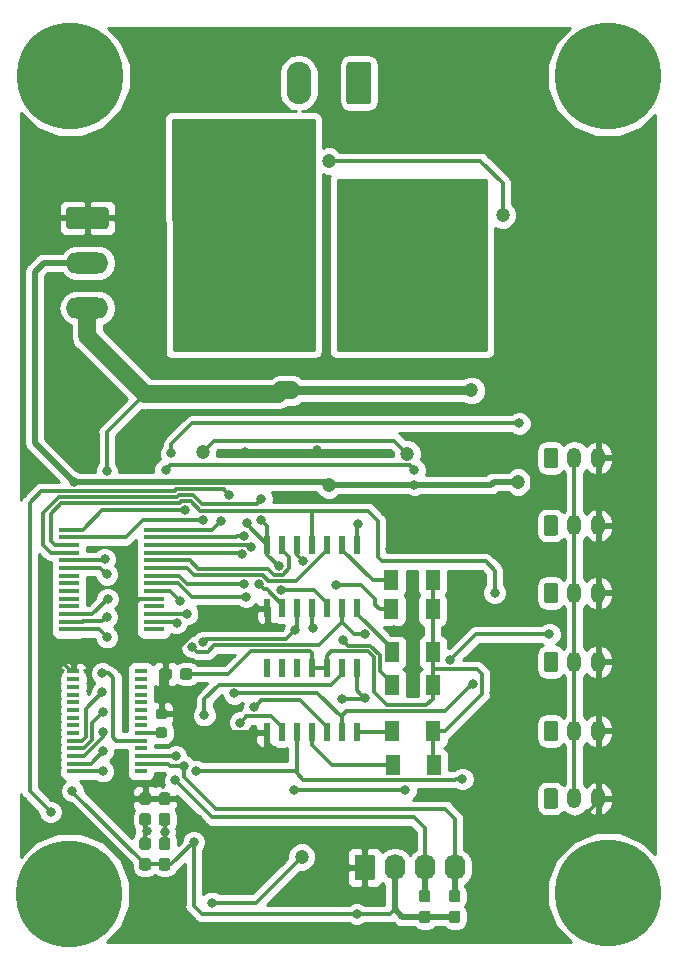
<source format=gbl>
G04 #@! TF.GenerationSoftware,KiCad,Pcbnew,5.0.2+dfsg1-1~bpo9+1*
G04 #@! TF.CreationDate,2020-01-22T15:14:46+01:00*
G04 #@! TF.ProjectId,MOTOR_BOARD_I2C,4d4f544f-525f-4424-9f41-52445f493243,rev?*
G04 #@! TF.SameCoordinates,Original*
G04 #@! TF.FileFunction,Copper,L2,Bot*
G04 #@! TF.FilePolarity,Positive*
%FSLAX46Y46*%
G04 Gerber Fmt 4.6, Leading zero omitted, Abs format (unit mm)*
G04 Created by KiCad (PCBNEW 5.0.2+dfsg1-1~bpo9+1) date mer. 22 janv. 2020 15:14:46 CET*
%MOMM*%
%LPD*%
G01*
G04 APERTURE LIST*
G04 #@! TA.AperFunction,SMDPad,CuDef*
%ADD10R,0.600000X1.500000*%
G04 #@! TD*
G04 #@! TA.AperFunction,Conductor*
%ADD11C,0.100000*%
G04 #@! TD*
G04 #@! TA.AperFunction,SMDPad,CuDef*
%ADD12C,0.875000*%
G04 #@! TD*
G04 #@! TA.AperFunction,SMDPad,CuDef*
%ADD13R,1.300000X1.700000*%
G04 #@! TD*
G04 #@! TA.AperFunction,SMDPad,CuDef*
%ADD14C,0.950000*%
G04 #@! TD*
G04 #@! TA.AperFunction,ComponentPad*
%ADD15O,1.200000X1.750000*%
G04 #@! TD*
G04 #@! TA.AperFunction,ComponentPad*
%ADD16C,1.200000*%
G04 #@! TD*
G04 #@! TA.AperFunction,ComponentPad*
%ADD17C,1.740000*%
G04 #@! TD*
G04 #@! TA.AperFunction,ComponentPad*
%ADD18O,1.740000X2.200000*%
G04 #@! TD*
G04 #@! TA.AperFunction,ComponentPad*
%ADD19C,2.080000*%
G04 #@! TD*
G04 #@! TA.AperFunction,ComponentPad*
%ADD20O,2.080000X3.600000*%
G04 #@! TD*
G04 #@! TA.AperFunction,SMDPad,CuDef*
%ADD21R,1.750000X0.450000*%
G04 #@! TD*
G04 #@! TA.AperFunction,SMDPad,CuDef*
%ADD22R,1.100000X0.400000*%
G04 #@! TD*
G04 #@! TA.AperFunction,ComponentPad*
%ADD23C,1.800000*%
G04 #@! TD*
G04 #@! TA.AperFunction,ComponentPad*
%ADD24O,3.600000X1.800000*%
G04 #@! TD*
G04 #@! TA.AperFunction,ViaPad*
%ADD25C,9.000000*%
G04 #@! TD*
G04 #@! TA.AperFunction,ViaPad*
%ADD26C,0.800000*%
G04 #@! TD*
G04 #@! TA.AperFunction,ViaPad*
%ADD27C,1.200000*%
G04 #@! TD*
G04 #@! TA.AperFunction,Conductor*
%ADD28C,0.800000*%
G04 #@! TD*
G04 #@! TA.AperFunction,Conductor*
%ADD29C,0.300000*%
G04 #@! TD*
G04 #@! TA.AperFunction,Conductor*
%ADD30C,0.500000*%
G04 #@! TD*
G04 #@! TA.AperFunction,Conductor*
%ADD31C,1.500000*%
G04 #@! TD*
G04 #@! TA.AperFunction,Conductor*
%ADD32C,0.254000*%
G04 #@! TD*
G04 APERTURE END LIST*
D10*
G04 #@! TO.P,U502,14*
G04 #@! TO.N,+5VD*
X201739500Y-72420500D03*
G04 #@! TO.P,U502,13*
G04 #@! TO.N,/STOPMOTOR*
X200469500Y-72420500D03*
G04 #@! TO.P,U502,12*
G04 #@! TO.N,Net-(D501-Pad1)*
X199199500Y-72420500D03*
G04 #@! TO.P,U502,11*
X197929500Y-72420500D03*
G04 #@! TO.P,U502,10*
G04 #@! TO.N,N/C*
X196659500Y-72420500D03*
G04 #@! TO.P,U502,9*
X195389500Y-72420500D03*
G04 #@! TO.P,U502,8*
X194119500Y-72420500D03*
G04 #@! TO.P,U502,7*
G04 #@! TO.N,GND*
X194119500Y-77820500D03*
G04 #@! TO.P,U502,6*
G04 #@! TO.N,/RSTIN5*
X195389500Y-77820500D03*
G04 #@! TO.P,U502,5*
G04 #@! TO.N,/IN5*
X196659500Y-77820500D03*
G04 #@! TO.P,U502,4*
G04 #@! TO.N,/Sheet5DBEC701/S5*
X197929500Y-77820500D03*
G04 #@! TO.P,U502,3*
G04 #@! TO.N,/RSTIN4*
X199199500Y-77820500D03*
G04 #@! TO.P,U502,2*
G04 #@! TO.N,/IN4*
X200469500Y-77820500D03*
G04 #@! TO.P,U502,1*
G04 #@! TO.N,/Sheet5DBEC701/S4*
X201739500Y-77820500D03*
G04 #@! TD*
D11*
G04 #@! TO.N,GND*
G04 #@! TO.C,R125*
G36*
X185494397Y-75841939D02*
X185515632Y-75845089D01*
X185536456Y-75850305D01*
X185556668Y-75857537D01*
X185576074Y-75866716D01*
X185594487Y-75877752D01*
X185611730Y-75890540D01*
X185627636Y-75904956D01*
X185642052Y-75920862D01*
X185654840Y-75938105D01*
X185665876Y-75956518D01*
X185675055Y-75975924D01*
X185682287Y-75996136D01*
X185687503Y-76016960D01*
X185690653Y-76038195D01*
X185691706Y-76059636D01*
X185691706Y-76497136D01*
X185690653Y-76518577D01*
X185687503Y-76539812D01*
X185682287Y-76560636D01*
X185675055Y-76580848D01*
X185665876Y-76600254D01*
X185654840Y-76618667D01*
X185642052Y-76635910D01*
X185627636Y-76651816D01*
X185611730Y-76666232D01*
X185594487Y-76679020D01*
X185576074Y-76690056D01*
X185556668Y-76699235D01*
X185536456Y-76706467D01*
X185515632Y-76711683D01*
X185494397Y-76714833D01*
X185472956Y-76715886D01*
X184960456Y-76715886D01*
X184939015Y-76714833D01*
X184917780Y-76711683D01*
X184896956Y-76706467D01*
X184876744Y-76699235D01*
X184857338Y-76690056D01*
X184838925Y-76679020D01*
X184821682Y-76666232D01*
X184805776Y-76651816D01*
X184791360Y-76635910D01*
X184778572Y-76618667D01*
X184767536Y-76600254D01*
X184758357Y-76580848D01*
X184751125Y-76560636D01*
X184745909Y-76539812D01*
X184742759Y-76518577D01*
X184741706Y-76497136D01*
X184741706Y-76059636D01*
X184742759Y-76038195D01*
X184745909Y-76016960D01*
X184751125Y-75996136D01*
X184758357Y-75975924D01*
X184767536Y-75956518D01*
X184778572Y-75938105D01*
X184791360Y-75920862D01*
X184805776Y-75904956D01*
X184821682Y-75890540D01*
X184838925Y-75877752D01*
X184857338Y-75866716D01*
X184876744Y-75857537D01*
X184896956Y-75850305D01*
X184917780Y-75845089D01*
X184939015Y-75841939D01*
X184960456Y-75840886D01*
X185472956Y-75840886D01*
X185494397Y-75841939D01*
X185494397Y-75841939D01*
G37*
D12*
G04 #@! TD*
G04 #@! TO.P,R125,2*
G04 #@! TO.N,GND*
X185216706Y-76278386D03*
D11*
G04 #@! TO.N,Net-(R125-Pad1)*
G04 #@! TO.C,R125*
G36*
X185494397Y-77416939D02*
X185515632Y-77420089D01*
X185536456Y-77425305D01*
X185556668Y-77432537D01*
X185576074Y-77441716D01*
X185594487Y-77452752D01*
X185611730Y-77465540D01*
X185627636Y-77479956D01*
X185642052Y-77495862D01*
X185654840Y-77513105D01*
X185665876Y-77531518D01*
X185675055Y-77550924D01*
X185682287Y-77571136D01*
X185687503Y-77591960D01*
X185690653Y-77613195D01*
X185691706Y-77634636D01*
X185691706Y-78072136D01*
X185690653Y-78093577D01*
X185687503Y-78114812D01*
X185682287Y-78135636D01*
X185675055Y-78155848D01*
X185665876Y-78175254D01*
X185654840Y-78193667D01*
X185642052Y-78210910D01*
X185627636Y-78226816D01*
X185611730Y-78241232D01*
X185594487Y-78254020D01*
X185576074Y-78265056D01*
X185556668Y-78274235D01*
X185536456Y-78281467D01*
X185515632Y-78286683D01*
X185494397Y-78289833D01*
X185472956Y-78290886D01*
X184960456Y-78290886D01*
X184939015Y-78289833D01*
X184917780Y-78286683D01*
X184896956Y-78281467D01*
X184876744Y-78274235D01*
X184857338Y-78265056D01*
X184838925Y-78254020D01*
X184821682Y-78241232D01*
X184805776Y-78226816D01*
X184791360Y-78210910D01*
X184778572Y-78193667D01*
X184767536Y-78175254D01*
X184758357Y-78155848D01*
X184751125Y-78135636D01*
X184745909Y-78114812D01*
X184742759Y-78093577D01*
X184741706Y-78072136D01*
X184741706Y-77634636D01*
X184742759Y-77613195D01*
X184745909Y-77591960D01*
X184751125Y-77571136D01*
X184758357Y-77550924D01*
X184767536Y-77531518D01*
X184778572Y-77513105D01*
X184791360Y-77495862D01*
X184805776Y-77479956D01*
X184821682Y-77465540D01*
X184838925Y-77452752D01*
X184857338Y-77441716D01*
X184876744Y-77432537D01*
X184896956Y-77425305D01*
X184917780Y-77420089D01*
X184939015Y-77416939D01*
X184960456Y-77415886D01*
X185472956Y-77415886D01*
X185494397Y-77416939D01*
X185494397Y-77416939D01*
G37*
D12*
G04 #@! TD*
G04 #@! TO.P,R125,1*
G04 #@! TO.N,Net-(R125-Pad1)*
X185216706Y-77853386D03*
D13*
G04 #@! TO.P,D501,2*
G04 #@! TO.N,/Sheet5DBEC701/S0*
X204724000Y-71056500D03*
G04 #@! TO.P,D501,1*
G04 #@! TO.N,Net-(D501-Pad1)*
X208224000Y-71056500D03*
G04 #@! TD*
D11*
G04 #@! TO.N,Net-(D501-Pad1)*
G04 #@! TO.C,R501*
G36*
X187621779Y-72424144D02*
X187644834Y-72427563D01*
X187667443Y-72433227D01*
X187689387Y-72441079D01*
X187710457Y-72451044D01*
X187730448Y-72463026D01*
X187749168Y-72476910D01*
X187766438Y-72492562D01*
X187782090Y-72509832D01*
X187795974Y-72528552D01*
X187807956Y-72548543D01*
X187817921Y-72569613D01*
X187825773Y-72591557D01*
X187831437Y-72614166D01*
X187834856Y-72637221D01*
X187836000Y-72660500D01*
X187836000Y-73135500D01*
X187834856Y-73158779D01*
X187831437Y-73181834D01*
X187825773Y-73204443D01*
X187817921Y-73226387D01*
X187807956Y-73247457D01*
X187795974Y-73267448D01*
X187782090Y-73286168D01*
X187766438Y-73303438D01*
X187749168Y-73319090D01*
X187730448Y-73332974D01*
X187710457Y-73344956D01*
X187689387Y-73354921D01*
X187667443Y-73362773D01*
X187644834Y-73368437D01*
X187621779Y-73371856D01*
X187598500Y-73373000D01*
X187023500Y-73373000D01*
X187000221Y-73371856D01*
X186977166Y-73368437D01*
X186954557Y-73362773D01*
X186932613Y-73354921D01*
X186911543Y-73344956D01*
X186891552Y-73332974D01*
X186872832Y-73319090D01*
X186855562Y-73303438D01*
X186839910Y-73286168D01*
X186826026Y-73267448D01*
X186814044Y-73247457D01*
X186804079Y-73226387D01*
X186796227Y-73204443D01*
X186790563Y-73181834D01*
X186787144Y-73158779D01*
X186786000Y-73135500D01*
X186786000Y-72660500D01*
X186787144Y-72637221D01*
X186790563Y-72614166D01*
X186796227Y-72591557D01*
X186804079Y-72569613D01*
X186814044Y-72548543D01*
X186826026Y-72528552D01*
X186839910Y-72509832D01*
X186855562Y-72492562D01*
X186872832Y-72476910D01*
X186891552Y-72463026D01*
X186911543Y-72451044D01*
X186932613Y-72441079D01*
X186954557Y-72433227D01*
X186977166Y-72427563D01*
X187000221Y-72424144D01*
X187023500Y-72423000D01*
X187598500Y-72423000D01*
X187621779Y-72424144D01*
X187621779Y-72424144D01*
G37*
D14*
G04 #@! TD*
G04 #@! TO.P,R501,1*
G04 #@! TO.N,Net-(D501-Pad1)*
X187311000Y-72898000D03*
D11*
G04 #@! TO.N,GND*
G04 #@! TO.C,R501*
G36*
X185871779Y-72424144D02*
X185894834Y-72427563D01*
X185917443Y-72433227D01*
X185939387Y-72441079D01*
X185960457Y-72451044D01*
X185980448Y-72463026D01*
X185999168Y-72476910D01*
X186016438Y-72492562D01*
X186032090Y-72509832D01*
X186045974Y-72528552D01*
X186057956Y-72548543D01*
X186067921Y-72569613D01*
X186075773Y-72591557D01*
X186081437Y-72614166D01*
X186084856Y-72637221D01*
X186086000Y-72660500D01*
X186086000Y-73135500D01*
X186084856Y-73158779D01*
X186081437Y-73181834D01*
X186075773Y-73204443D01*
X186067921Y-73226387D01*
X186057956Y-73247457D01*
X186045974Y-73267448D01*
X186032090Y-73286168D01*
X186016438Y-73303438D01*
X185999168Y-73319090D01*
X185980448Y-73332974D01*
X185960457Y-73344956D01*
X185939387Y-73354921D01*
X185917443Y-73362773D01*
X185894834Y-73368437D01*
X185871779Y-73371856D01*
X185848500Y-73373000D01*
X185273500Y-73373000D01*
X185250221Y-73371856D01*
X185227166Y-73368437D01*
X185204557Y-73362773D01*
X185182613Y-73354921D01*
X185161543Y-73344956D01*
X185141552Y-73332974D01*
X185122832Y-73319090D01*
X185105562Y-73303438D01*
X185089910Y-73286168D01*
X185076026Y-73267448D01*
X185064044Y-73247457D01*
X185054079Y-73226387D01*
X185046227Y-73204443D01*
X185040563Y-73181834D01*
X185037144Y-73158779D01*
X185036000Y-73135500D01*
X185036000Y-72660500D01*
X185037144Y-72637221D01*
X185040563Y-72614166D01*
X185046227Y-72591557D01*
X185054079Y-72569613D01*
X185064044Y-72548543D01*
X185076026Y-72528552D01*
X185089910Y-72509832D01*
X185105562Y-72492562D01*
X185122832Y-72476910D01*
X185141552Y-72463026D01*
X185161543Y-72451044D01*
X185182613Y-72441079D01*
X185204557Y-72433227D01*
X185227166Y-72427563D01*
X185250221Y-72424144D01*
X185273500Y-72423000D01*
X185848500Y-72423000D01*
X185871779Y-72424144D01*
X185871779Y-72424144D01*
G37*
D14*
G04 #@! TD*
G04 #@! TO.P,R501,2*
G04 #@! TO.N,GND*
X185561000Y-72898000D03*
D10*
G04 #@! TO.P,U501,1*
G04 #@! TO.N,/Sheet5DBEC701/S0*
X201803000Y-67343000D03*
G04 #@! TO.P,U501,2*
G04 #@! TO.N,/IN0*
X200533000Y-67343000D03*
G04 #@! TO.P,U501,3*
G04 #@! TO.N,/RSTIN0*
X199263000Y-67343000D03*
G04 #@! TO.P,U501,4*
G04 #@! TO.N,/Sheet5DBEC701/S1*
X197993000Y-67343000D03*
G04 #@! TO.P,U501,5*
G04 #@! TO.N,/IN1*
X196723000Y-67343000D03*
G04 #@! TO.P,U501,6*
G04 #@! TO.N,/RSTIN1*
X195453000Y-67343000D03*
G04 #@! TO.P,U501,7*
G04 #@! TO.N,GND*
X194183000Y-67343000D03*
G04 #@! TO.P,U501,8*
G04 #@! TO.N,/IN2*
X194183000Y-61943000D03*
G04 #@! TO.P,U501,9*
G04 #@! TO.N,/RSTIN2*
X195453000Y-61943000D03*
G04 #@! TO.P,U501,10*
G04 #@! TO.N,/Sheet5DBEC701/S2*
X196723000Y-61943000D03*
G04 #@! TO.P,U501,11*
G04 #@! TO.N,/IN3*
X197993000Y-61943000D03*
G04 #@! TO.P,U501,12*
G04 #@! TO.N,/RSTIN3*
X199263000Y-61943000D03*
G04 #@! TO.P,U501,13*
G04 #@! TO.N,/Sheet5DBEC701/S3*
X200533000Y-61943000D03*
G04 #@! TO.P,U501,14*
G04 #@! TO.N,+5VD*
X201803000Y-61943000D03*
G04 #@! TD*
D13*
G04 #@! TO.P,D504,2*
G04 #@! TO.N,/Sheet5DBEC701/S3*
X204688500Y-64960500D03*
G04 #@! TO.P,D504,1*
G04 #@! TO.N,Net-(D501-Pad1)*
X208188500Y-64960500D03*
G04 #@! TD*
G04 #@! TO.P,D503,2*
G04 #@! TO.N,/Sheet5DBEC701/S2*
X204688500Y-67437000D03*
G04 #@! TO.P,D503,1*
G04 #@! TO.N,Net-(D501-Pad1)*
X208188500Y-67437000D03*
G04 #@! TD*
G04 #@! TO.P,D505,2*
G04 #@! TO.N,/Sheet5DBEC701/S4*
X204752000Y-77724000D03*
G04 #@! TO.P,D505,1*
G04 #@! TO.N,Net-(D501-Pad1)*
X208252000Y-77724000D03*
G04 #@! TD*
G04 #@! TO.P,D506,2*
G04 #@! TO.N,/Sheet5DBEC701/S5*
X204787500Y-80645000D03*
G04 #@! TO.P,D506,1*
G04 #@! TO.N,Net-(D501-Pad1)*
X208287500Y-80645000D03*
G04 #@! TD*
G04 #@! TO.P,D502,2*
G04 #@! TO.N,/Sheet5DBEC701/S1*
X204724000Y-73850500D03*
G04 #@! TO.P,D502,1*
G04 #@! TO.N,Net-(D501-Pad1)*
X208224000Y-73850500D03*
G04 #@! TD*
D15*
G04 #@! TO.P,J405,3*
G04 #@! TO.N,GND*
X222186000Y-77724000D03*
G04 #@! TO.P,J405,2*
G04 #@! TO.N,+5VD*
X220186000Y-77724000D03*
D11*
G04 #@! TD*
G04 #@! TO.N,Net-(J405-Pad1)*
G04 #@! TO.C,J405*
G36*
X218560505Y-76850204D02*
X218584773Y-76853804D01*
X218608572Y-76859765D01*
X218631671Y-76868030D01*
X218653850Y-76878520D01*
X218674893Y-76891132D01*
X218694599Y-76905747D01*
X218712777Y-76922223D01*
X218729253Y-76940401D01*
X218743868Y-76960107D01*
X218756480Y-76981150D01*
X218766970Y-77003329D01*
X218775235Y-77026428D01*
X218781196Y-77050227D01*
X218784796Y-77074495D01*
X218786000Y-77098999D01*
X218786000Y-78349001D01*
X218784796Y-78373505D01*
X218781196Y-78397773D01*
X218775235Y-78421572D01*
X218766970Y-78444671D01*
X218756480Y-78466850D01*
X218743868Y-78487893D01*
X218729253Y-78507599D01*
X218712777Y-78525777D01*
X218694599Y-78542253D01*
X218674893Y-78556868D01*
X218653850Y-78569480D01*
X218631671Y-78579970D01*
X218608572Y-78588235D01*
X218584773Y-78594196D01*
X218560505Y-78597796D01*
X218536001Y-78599000D01*
X217835999Y-78599000D01*
X217811495Y-78597796D01*
X217787227Y-78594196D01*
X217763428Y-78588235D01*
X217740329Y-78579970D01*
X217718150Y-78569480D01*
X217697107Y-78556868D01*
X217677401Y-78542253D01*
X217659223Y-78525777D01*
X217642747Y-78507599D01*
X217628132Y-78487893D01*
X217615520Y-78466850D01*
X217605030Y-78444671D01*
X217596765Y-78421572D01*
X217590804Y-78397773D01*
X217587204Y-78373505D01*
X217586000Y-78349001D01*
X217586000Y-77098999D01*
X217587204Y-77074495D01*
X217590804Y-77050227D01*
X217596765Y-77026428D01*
X217605030Y-77003329D01*
X217615520Y-76981150D01*
X217628132Y-76960107D01*
X217642747Y-76940401D01*
X217659223Y-76922223D01*
X217677401Y-76905747D01*
X217697107Y-76891132D01*
X217718150Y-76878520D01*
X217740329Y-76868030D01*
X217763428Y-76859765D01*
X217787227Y-76853804D01*
X217811495Y-76850204D01*
X217835999Y-76849000D01*
X218536001Y-76849000D01*
X218560505Y-76850204D01*
X218560505Y-76850204D01*
G37*
D16*
G04 #@! TO.P,J405,1*
G04 #@! TO.N,Net-(J405-Pad1)*
X218186000Y-77724000D03*
G04 #@! TD*
D15*
G04 #@! TO.P,J401,3*
G04 #@! TO.N,GND*
X222186000Y-54610000D03*
G04 #@! TO.P,J401,2*
G04 #@! TO.N,+5VD*
X220186000Y-54610000D03*
D11*
G04 #@! TD*
G04 #@! TO.N,Net-(J401-Pad1)*
G04 #@! TO.C,J401*
G36*
X218560505Y-53736204D02*
X218584773Y-53739804D01*
X218608572Y-53745765D01*
X218631671Y-53754030D01*
X218653850Y-53764520D01*
X218674893Y-53777132D01*
X218694599Y-53791747D01*
X218712777Y-53808223D01*
X218729253Y-53826401D01*
X218743868Y-53846107D01*
X218756480Y-53867150D01*
X218766970Y-53889329D01*
X218775235Y-53912428D01*
X218781196Y-53936227D01*
X218784796Y-53960495D01*
X218786000Y-53984999D01*
X218786000Y-55235001D01*
X218784796Y-55259505D01*
X218781196Y-55283773D01*
X218775235Y-55307572D01*
X218766970Y-55330671D01*
X218756480Y-55352850D01*
X218743868Y-55373893D01*
X218729253Y-55393599D01*
X218712777Y-55411777D01*
X218694599Y-55428253D01*
X218674893Y-55442868D01*
X218653850Y-55455480D01*
X218631671Y-55465970D01*
X218608572Y-55474235D01*
X218584773Y-55480196D01*
X218560505Y-55483796D01*
X218536001Y-55485000D01*
X217835999Y-55485000D01*
X217811495Y-55483796D01*
X217787227Y-55480196D01*
X217763428Y-55474235D01*
X217740329Y-55465970D01*
X217718150Y-55455480D01*
X217697107Y-55442868D01*
X217677401Y-55428253D01*
X217659223Y-55411777D01*
X217642747Y-55393599D01*
X217628132Y-55373893D01*
X217615520Y-55352850D01*
X217605030Y-55330671D01*
X217596765Y-55307572D01*
X217590804Y-55283773D01*
X217587204Y-55259505D01*
X217586000Y-55235001D01*
X217586000Y-53984999D01*
X217587204Y-53960495D01*
X217590804Y-53936227D01*
X217596765Y-53912428D01*
X217605030Y-53889329D01*
X217615520Y-53867150D01*
X217628132Y-53846107D01*
X217642747Y-53826401D01*
X217659223Y-53808223D01*
X217677401Y-53791747D01*
X217697107Y-53777132D01*
X217718150Y-53764520D01*
X217740329Y-53754030D01*
X217763428Y-53745765D01*
X217787227Y-53739804D01*
X217811495Y-53736204D01*
X217835999Y-53735000D01*
X218536001Y-53735000D01*
X218560505Y-53736204D01*
X218560505Y-53736204D01*
G37*
D16*
G04 #@! TO.P,J401,1*
G04 #@! TO.N,Net-(J401-Pad1)*
X218186000Y-54610000D03*
G04 #@! TD*
D15*
G04 #@! TO.P,J402,3*
G04 #@! TO.N,GND*
X222186000Y-60325000D03*
G04 #@! TO.P,J402,2*
G04 #@! TO.N,+5VD*
X220186000Y-60325000D03*
D11*
G04 #@! TD*
G04 #@! TO.N,Net-(J402-Pad1)*
G04 #@! TO.C,J402*
G36*
X218560505Y-59451204D02*
X218584773Y-59454804D01*
X218608572Y-59460765D01*
X218631671Y-59469030D01*
X218653850Y-59479520D01*
X218674893Y-59492132D01*
X218694599Y-59506747D01*
X218712777Y-59523223D01*
X218729253Y-59541401D01*
X218743868Y-59561107D01*
X218756480Y-59582150D01*
X218766970Y-59604329D01*
X218775235Y-59627428D01*
X218781196Y-59651227D01*
X218784796Y-59675495D01*
X218786000Y-59699999D01*
X218786000Y-60950001D01*
X218784796Y-60974505D01*
X218781196Y-60998773D01*
X218775235Y-61022572D01*
X218766970Y-61045671D01*
X218756480Y-61067850D01*
X218743868Y-61088893D01*
X218729253Y-61108599D01*
X218712777Y-61126777D01*
X218694599Y-61143253D01*
X218674893Y-61157868D01*
X218653850Y-61170480D01*
X218631671Y-61180970D01*
X218608572Y-61189235D01*
X218584773Y-61195196D01*
X218560505Y-61198796D01*
X218536001Y-61200000D01*
X217835999Y-61200000D01*
X217811495Y-61198796D01*
X217787227Y-61195196D01*
X217763428Y-61189235D01*
X217740329Y-61180970D01*
X217718150Y-61170480D01*
X217697107Y-61157868D01*
X217677401Y-61143253D01*
X217659223Y-61126777D01*
X217642747Y-61108599D01*
X217628132Y-61088893D01*
X217615520Y-61067850D01*
X217605030Y-61045671D01*
X217596765Y-61022572D01*
X217590804Y-60998773D01*
X217587204Y-60974505D01*
X217586000Y-60950001D01*
X217586000Y-59699999D01*
X217587204Y-59675495D01*
X217590804Y-59651227D01*
X217596765Y-59627428D01*
X217605030Y-59604329D01*
X217615520Y-59582150D01*
X217628132Y-59561107D01*
X217642747Y-59541401D01*
X217659223Y-59523223D01*
X217677401Y-59506747D01*
X217697107Y-59492132D01*
X217718150Y-59479520D01*
X217740329Y-59469030D01*
X217763428Y-59460765D01*
X217787227Y-59454804D01*
X217811495Y-59451204D01*
X217835999Y-59450000D01*
X218536001Y-59450000D01*
X218560505Y-59451204D01*
X218560505Y-59451204D01*
G37*
D16*
G04 #@! TO.P,J402,1*
G04 #@! TO.N,Net-(J402-Pad1)*
X218186000Y-60325000D03*
G04 #@! TD*
D15*
G04 #@! TO.P,J403,3*
G04 #@! TO.N,GND*
X222186000Y-66040000D03*
G04 #@! TO.P,J403,2*
G04 #@! TO.N,+5VD*
X220186000Y-66040000D03*
D11*
G04 #@! TD*
G04 #@! TO.N,Net-(J403-Pad1)*
G04 #@! TO.C,J403*
G36*
X218560505Y-65166204D02*
X218584773Y-65169804D01*
X218608572Y-65175765D01*
X218631671Y-65184030D01*
X218653850Y-65194520D01*
X218674893Y-65207132D01*
X218694599Y-65221747D01*
X218712777Y-65238223D01*
X218729253Y-65256401D01*
X218743868Y-65276107D01*
X218756480Y-65297150D01*
X218766970Y-65319329D01*
X218775235Y-65342428D01*
X218781196Y-65366227D01*
X218784796Y-65390495D01*
X218786000Y-65414999D01*
X218786000Y-66665001D01*
X218784796Y-66689505D01*
X218781196Y-66713773D01*
X218775235Y-66737572D01*
X218766970Y-66760671D01*
X218756480Y-66782850D01*
X218743868Y-66803893D01*
X218729253Y-66823599D01*
X218712777Y-66841777D01*
X218694599Y-66858253D01*
X218674893Y-66872868D01*
X218653850Y-66885480D01*
X218631671Y-66895970D01*
X218608572Y-66904235D01*
X218584773Y-66910196D01*
X218560505Y-66913796D01*
X218536001Y-66915000D01*
X217835999Y-66915000D01*
X217811495Y-66913796D01*
X217787227Y-66910196D01*
X217763428Y-66904235D01*
X217740329Y-66895970D01*
X217718150Y-66885480D01*
X217697107Y-66872868D01*
X217677401Y-66858253D01*
X217659223Y-66841777D01*
X217642747Y-66823599D01*
X217628132Y-66803893D01*
X217615520Y-66782850D01*
X217605030Y-66760671D01*
X217596765Y-66737572D01*
X217590804Y-66713773D01*
X217587204Y-66689505D01*
X217586000Y-66665001D01*
X217586000Y-65414999D01*
X217587204Y-65390495D01*
X217590804Y-65366227D01*
X217596765Y-65342428D01*
X217605030Y-65319329D01*
X217615520Y-65297150D01*
X217628132Y-65276107D01*
X217642747Y-65256401D01*
X217659223Y-65238223D01*
X217677401Y-65221747D01*
X217697107Y-65207132D01*
X217718150Y-65194520D01*
X217740329Y-65184030D01*
X217763428Y-65175765D01*
X217787227Y-65169804D01*
X217811495Y-65166204D01*
X217835999Y-65165000D01*
X218536001Y-65165000D01*
X218560505Y-65166204D01*
X218560505Y-65166204D01*
G37*
D16*
G04 #@! TO.P,J403,1*
G04 #@! TO.N,Net-(J403-Pad1)*
X218186000Y-66040000D03*
G04 #@! TD*
D15*
G04 #@! TO.P,J404,3*
G04 #@! TO.N,GND*
X222186000Y-71882000D03*
G04 #@! TO.P,J404,2*
G04 #@! TO.N,+5VD*
X220186000Y-71882000D03*
D11*
G04 #@! TD*
G04 #@! TO.N,Net-(J404-Pad1)*
G04 #@! TO.C,J404*
G36*
X218560505Y-71008204D02*
X218584773Y-71011804D01*
X218608572Y-71017765D01*
X218631671Y-71026030D01*
X218653850Y-71036520D01*
X218674893Y-71049132D01*
X218694599Y-71063747D01*
X218712777Y-71080223D01*
X218729253Y-71098401D01*
X218743868Y-71118107D01*
X218756480Y-71139150D01*
X218766970Y-71161329D01*
X218775235Y-71184428D01*
X218781196Y-71208227D01*
X218784796Y-71232495D01*
X218786000Y-71256999D01*
X218786000Y-72507001D01*
X218784796Y-72531505D01*
X218781196Y-72555773D01*
X218775235Y-72579572D01*
X218766970Y-72602671D01*
X218756480Y-72624850D01*
X218743868Y-72645893D01*
X218729253Y-72665599D01*
X218712777Y-72683777D01*
X218694599Y-72700253D01*
X218674893Y-72714868D01*
X218653850Y-72727480D01*
X218631671Y-72737970D01*
X218608572Y-72746235D01*
X218584773Y-72752196D01*
X218560505Y-72755796D01*
X218536001Y-72757000D01*
X217835999Y-72757000D01*
X217811495Y-72755796D01*
X217787227Y-72752196D01*
X217763428Y-72746235D01*
X217740329Y-72737970D01*
X217718150Y-72727480D01*
X217697107Y-72714868D01*
X217677401Y-72700253D01*
X217659223Y-72683777D01*
X217642747Y-72665599D01*
X217628132Y-72645893D01*
X217615520Y-72624850D01*
X217605030Y-72602671D01*
X217596765Y-72579572D01*
X217590804Y-72555773D01*
X217587204Y-72531505D01*
X217586000Y-72507001D01*
X217586000Y-71256999D01*
X217587204Y-71232495D01*
X217590804Y-71208227D01*
X217596765Y-71184428D01*
X217605030Y-71161329D01*
X217615520Y-71139150D01*
X217628132Y-71118107D01*
X217642747Y-71098401D01*
X217659223Y-71080223D01*
X217677401Y-71063747D01*
X217697107Y-71049132D01*
X217718150Y-71036520D01*
X217740329Y-71026030D01*
X217763428Y-71017765D01*
X217787227Y-71011804D01*
X217811495Y-71008204D01*
X217835999Y-71007000D01*
X218536001Y-71007000D01*
X218560505Y-71008204D01*
X218560505Y-71008204D01*
G37*
D16*
G04 #@! TO.P,J404,1*
G04 #@! TO.N,Net-(J404-Pad1)*
X218186000Y-71882000D03*
G04 #@! TD*
D15*
G04 #@! TO.P,J406,3*
G04 #@! TO.N,GND*
X222186000Y-83439000D03*
G04 #@! TO.P,J406,2*
G04 #@! TO.N,+5VD*
X220186000Y-83439000D03*
D11*
G04 #@! TD*
G04 #@! TO.N,Net-(J406-Pad1)*
G04 #@! TO.C,J406*
G36*
X218560505Y-82565204D02*
X218584773Y-82568804D01*
X218608572Y-82574765D01*
X218631671Y-82583030D01*
X218653850Y-82593520D01*
X218674893Y-82606132D01*
X218694599Y-82620747D01*
X218712777Y-82637223D01*
X218729253Y-82655401D01*
X218743868Y-82675107D01*
X218756480Y-82696150D01*
X218766970Y-82718329D01*
X218775235Y-82741428D01*
X218781196Y-82765227D01*
X218784796Y-82789495D01*
X218786000Y-82813999D01*
X218786000Y-84064001D01*
X218784796Y-84088505D01*
X218781196Y-84112773D01*
X218775235Y-84136572D01*
X218766970Y-84159671D01*
X218756480Y-84181850D01*
X218743868Y-84202893D01*
X218729253Y-84222599D01*
X218712777Y-84240777D01*
X218694599Y-84257253D01*
X218674893Y-84271868D01*
X218653850Y-84284480D01*
X218631671Y-84294970D01*
X218608572Y-84303235D01*
X218584773Y-84309196D01*
X218560505Y-84312796D01*
X218536001Y-84314000D01*
X217835999Y-84314000D01*
X217811495Y-84312796D01*
X217787227Y-84309196D01*
X217763428Y-84303235D01*
X217740329Y-84294970D01*
X217718150Y-84284480D01*
X217697107Y-84271868D01*
X217677401Y-84257253D01*
X217659223Y-84240777D01*
X217642747Y-84222599D01*
X217628132Y-84202893D01*
X217615520Y-84181850D01*
X217605030Y-84159671D01*
X217596765Y-84136572D01*
X217590804Y-84112773D01*
X217587204Y-84088505D01*
X217586000Y-84064001D01*
X217586000Y-82813999D01*
X217587204Y-82789495D01*
X217590804Y-82765227D01*
X217596765Y-82741428D01*
X217605030Y-82718329D01*
X217615520Y-82696150D01*
X217628132Y-82675107D01*
X217642747Y-82655401D01*
X217659223Y-82637223D01*
X217677401Y-82620747D01*
X217697107Y-82606132D01*
X217718150Y-82593520D01*
X217740329Y-82583030D01*
X217763428Y-82574765D01*
X217787227Y-82568804D01*
X217811495Y-82565204D01*
X217835999Y-82564000D01*
X218536001Y-82564000D01*
X218560505Y-82565204D01*
X218560505Y-82565204D01*
G37*
D16*
G04 #@! TO.P,J406,1*
G04 #@! TO.N,Net-(J406-Pad1)*
X218186000Y-83439000D03*
G04 #@! TD*
D11*
G04 #@! TO.N,+5VD*
G04 #@! TO.C,R117*
G36*
X185744279Y-88489144D02*
X185767334Y-88492563D01*
X185789943Y-88498227D01*
X185811887Y-88506079D01*
X185832957Y-88516044D01*
X185852948Y-88528026D01*
X185871668Y-88541910D01*
X185888938Y-88557562D01*
X185904590Y-88574832D01*
X185918474Y-88593552D01*
X185930456Y-88613543D01*
X185940421Y-88634613D01*
X185948273Y-88656557D01*
X185953937Y-88679166D01*
X185957356Y-88702221D01*
X185958500Y-88725500D01*
X185958500Y-89300500D01*
X185957356Y-89323779D01*
X185953937Y-89346834D01*
X185948273Y-89369443D01*
X185940421Y-89391387D01*
X185930456Y-89412457D01*
X185918474Y-89432448D01*
X185904590Y-89451168D01*
X185888938Y-89468438D01*
X185871668Y-89484090D01*
X185852948Y-89497974D01*
X185832957Y-89509956D01*
X185811887Y-89519921D01*
X185789943Y-89527773D01*
X185767334Y-89533437D01*
X185744279Y-89536856D01*
X185721000Y-89538000D01*
X185246000Y-89538000D01*
X185222721Y-89536856D01*
X185199666Y-89533437D01*
X185177057Y-89527773D01*
X185155113Y-89519921D01*
X185134043Y-89509956D01*
X185114052Y-89497974D01*
X185095332Y-89484090D01*
X185078062Y-89468438D01*
X185062410Y-89451168D01*
X185048526Y-89432448D01*
X185036544Y-89412457D01*
X185026579Y-89391387D01*
X185018727Y-89369443D01*
X185013063Y-89346834D01*
X185009644Y-89323779D01*
X185008500Y-89300500D01*
X185008500Y-88725500D01*
X185009644Y-88702221D01*
X185013063Y-88679166D01*
X185018727Y-88656557D01*
X185026579Y-88634613D01*
X185036544Y-88613543D01*
X185048526Y-88593552D01*
X185062410Y-88574832D01*
X185078062Y-88557562D01*
X185095332Y-88541910D01*
X185114052Y-88528026D01*
X185134043Y-88516044D01*
X185155113Y-88506079D01*
X185177057Y-88498227D01*
X185199666Y-88492563D01*
X185222721Y-88489144D01*
X185246000Y-88488000D01*
X185721000Y-88488000D01*
X185744279Y-88489144D01*
X185744279Y-88489144D01*
G37*
D14*
G04 #@! TD*
G04 #@! TO.P,R117,1*
G04 #@! TO.N,+5VD*
X185483500Y-89013000D03*
D11*
G04 #@! TO.N,Net-(R117-Pad2)*
G04 #@! TO.C,R117*
G36*
X185744279Y-86739144D02*
X185767334Y-86742563D01*
X185789943Y-86748227D01*
X185811887Y-86756079D01*
X185832957Y-86766044D01*
X185852948Y-86778026D01*
X185871668Y-86791910D01*
X185888938Y-86807562D01*
X185904590Y-86824832D01*
X185918474Y-86843552D01*
X185930456Y-86863543D01*
X185940421Y-86884613D01*
X185948273Y-86906557D01*
X185953937Y-86929166D01*
X185957356Y-86952221D01*
X185958500Y-86975500D01*
X185958500Y-87550500D01*
X185957356Y-87573779D01*
X185953937Y-87596834D01*
X185948273Y-87619443D01*
X185940421Y-87641387D01*
X185930456Y-87662457D01*
X185918474Y-87682448D01*
X185904590Y-87701168D01*
X185888938Y-87718438D01*
X185871668Y-87734090D01*
X185852948Y-87747974D01*
X185832957Y-87759956D01*
X185811887Y-87769921D01*
X185789943Y-87777773D01*
X185767334Y-87783437D01*
X185744279Y-87786856D01*
X185721000Y-87788000D01*
X185246000Y-87788000D01*
X185222721Y-87786856D01*
X185199666Y-87783437D01*
X185177057Y-87777773D01*
X185155113Y-87769921D01*
X185134043Y-87759956D01*
X185114052Y-87747974D01*
X185095332Y-87734090D01*
X185078062Y-87718438D01*
X185062410Y-87701168D01*
X185048526Y-87682448D01*
X185036544Y-87662457D01*
X185026579Y-87641387D01*
X185018727Y-87619443D01*
X185013063Y-87596834D01*
X185009644Y-87573779D01*
X185008500Y-87550500D01*
X185008500Y-86975500D01*
X185009644Y-86952221D01*
X185013063Y-86929166D01*
X185018727Y-86906557D01*
X185026579Y-86884613D01*
X185036544Y-86863543D01*
X185048526Y-86843552D01*
X185062410Y-86824832D01*
X185078062Y-86807562D01*
X185095332Y-86791910D01*
X185114052Y-86778026D01*
X185134043Y-86766044D01*
X185155113Y-86756079D01*
X185177057Y-86748227D01*
X185199666Y-86742563D01*
X185222721Y-86739144D01*
X185246000Y-86738000D01*
X185721000Y-86738000D01*
X185744279Y-86739144D01*
X185744279Y-86739144D01*
G37*
D14*
G04 #@! TD*
G04 #@! TO.P,R117,2*
G04 #@! TO.N,Net-(R117-Pad2)*
X185483500Y-87263000D03*
D11*
G04 #@! TO.N,Net-(R117-Pad2)*
G04 #@! TO.C,R118*
G36*
X185744279Y-84679144D02*
X185767334Y-84682563D01*
X185789943Y-84688227D01*
X185811887Y-84696079D01*
X185832957Y-84706044D01*
X185852948Y-84718026D01*
X185871668Y-84731910D01*
X185888938Y-84747562D01*
X185904590Y-84764832D01*
X185918474Y-84783552D01*
X185930456Y-84803543D01*
X185940421Y-84824613D01*
X185948273Y-84846557D01*
X185953937Y-84869166D01*
X185957356Y-84892221D01*
X185958500Y-84915500D01*
X185958500Y-85490500D01*
X185957356Y-85513779D01*
X185953937Y-85536834D01*
X185948273Y-85559443D01*
X185940421Y-85581387D01*
X185930456Y-85602457D01*
X185918474Y-85622448D01*
X185904590Y-85641168D01*
X185888938Y-85658438D01*
X185871668Y-85674090D01*
X185852948Y-85687974D01*
X185832957Y-85699956D01*
X185811887Y-85709921D01*
X185789943Y-85717773D01*
X185767334Y-85723437D01*
X185744279Y-85726856D01*
X185721000Y-85728000D01*
X185246000Y-85728000D01*
X185222721Y-85726856D01*
X185199666Y-85723437D01*
X185177057Y-85717773D01*
X185155113Y-85709921D01*
X185134043Y-85699956D01*
X185114052Y-85687974D01*
X185095332Y-85674090D01*
X185078062Y-85658438D01*
X185062410Y-85641168D01*
X185048526Y-85622448D01*
X185036544Y-85602457D01*
X185026579Y-85581387D01*
X185018727Y-85559443D01*
X185013063Y-85536834D01*
X185009644Y-85513779D01*
X185008500Y-85490500D01*
X185008500Y-84915500D01*
X185009644Y-84892221D01*
X185013063Y-84869166D01*
X185018727Y-84846557D01*
X185026579Y-84824613D01*
X185036544Y-84803543D01*
X185048526Y-84783552D01*
X185062410Y-84764832D01*
X185078062Y-84747562D01*
X185095332Y-84731910D01*
X185114052Y-84718026D01*
X185134043Y-84706044D01*
X185155113Y-84696079D01*
X185177057Y-84688227D01*
X185199666Y-84682563D01*
X185222721Y-84679144D01*
X185246000Y-84678000D01*
X185721000Y-84678000D01*
X185744279Y-84679144D01*
X185744279Y-84679144D01*
G37*
D14*
G04 #@! TD*
G04 #@! TO.P,R118,1*
G04 #@! TO.N,Net-(R117-Pad2)*
X185483500Y-85203000D03*
D11*
G04 #@! TO.N,GND*
G04 #@! TO.C,R118*
G36*
X185744279Y-82929144D02*
X185767334Y-82932563D01*
X185789943Y-82938227D01*
X185811887Y-82946079D01*
X185832957Y-82956044D01*
X185852948Y-82968026D01*
X185871668Y-82981910D01*
X185888938Y-82997562D01*
X185904590Y-83014832D01*
X185918474Y-83033552D01*
X185930456Y-83053543D01*
X185940421Y-83074613D01*
X185948273Y-83096557D01*
X185953937Y-83119166D01*
X185957356Y-83142221D01*
X185958500Y-83165500D01*
X185958500Y-83740500D01*
X185957356Y-83763779D01*
X185953937Y-83786834D01*
X185948273Y-83809443D01*
X185940421Y-83831387D01*
X185930456Y-83852457D01*
X185918474Y-83872448D01*
X185904590Y-83891168D01*
X185888938Y-83908438D01*
X185871668Y-83924090D01*
X185852948Y-83937974D01*
X185832957Y-83949956D01*
X185811887Y-83959921D01*
X185789943Y-83967773D01*
X185767334Y-83973437D01*
X185744279Y-83976856D01*
X185721000Y-83978000D01*
X185246000Y-83978000D01*
X185222721Y-83976856D01*
X185199666Y-83973437D01*
X185177057Y-83967773D01*
X185155113Y-83959921D01*
X185134043Y-83949956D01*
X185114052Y-83937974D01*
X185095332Y-83924090D01*
X185078062Y-83908438D01*
X185062410Y-83891168D01*
X185048526Y-83872448D01*
X185036544Y-83852457D01*
X185026579Y-83831387D01*
X185018727Y-83809443D01*
X185013063Y-83786834D01*
X185009644Y-83763779D01*
X185008500Y-83740500D01*
X185008500Y-83165500D01*
X185009644Y-83142221D01*
X185013063Y-83119166D01*
X185018727Y-83096557D01*
X185026579Y-83074613D01*
X185036544Y-83053543D01*
X185048526Y-83033552D01*
X185062410Y-83014832D01*
X185078062Y-82997562D01*
X185095332Y-82981910D01*
X185114052Y-82968026D01*
X185134043Y-82956044D01*
X185155113Y-82946079D01*
X185177057Y-82938227D01*
X185199666Y-82932563D01*
X185222721Y-82929144D01*
X185246000Y-82928000D01*
X185721000Y-82928000D01*
X185744279Y-82929144D01*
X185744279Y-82929144D01*
G37*
D14*
G04 #@! TD*
G04 #@! TO.P,R118,2*
G04 #@! TO.N,GND*
X185483500Y-83453000D03*
D11*
G04 #@! TO.N,+5VD*
G04 #@! TO.C,R119*
G36*
X184093279Y-88489144D02*
X184116334Y-88492563D01*
X184138943Y-88498227D01*
X184160887Y-88506079D01*
X184181957Y-88516044D01*
X184201948Y-88528026D01*
X184220668Y-88541910D01*
X184237938Y-88557562D01*
X184253590Y-88574832D01*
X184267474Y-88593552D01*
X184279456Y-88613543D01*
X184289421Y-88634613D01*
X184297273Y-88656557D01*
X184302937Y-88679166D01*
X184306356Y-88702221D01*
X184307500Y-88725500D01*
X184307500Y-89300500D01*
X184306356Y-89323779D01*
X184302937Y-89346834D01*
X184297273Y-89369443D01*
X184289421Y-89391387D01*
X184279456Y-89412457D01*
X184267474Y-89432448D01*
X184253590Y-89451168D01*
X184237938Y-89468438D01*
X184220668Y-89484090D01*
X184201948Y-89497974D01*
X184181957Y-89509956D01*
X184160887Y-89519921D01*
X184138943Y-89527773D01*
X184116334Y-89533437D01*
X184093279Y-89536856D01*
X184070000Y-89538000D01*
X183595000Y-89538000D01*
X183571721Y-89536856D01*
X183548666Y-89533437D01*
X183526057Y-89527773D01*
X183504113Y-89519921D01*
X183483043Y-89509956D01*
X183463052Y-89497974D01*
X183444332Y-89484090D01*
X183427062Y-89468438D01*
X183411410Y-89451168D01*
X183397526Y-89432448D01*
X183385544Y-89412457D01*
X183375579Y-89391387D01*
X183367727Y-89369443D01*
X183362063Y-89346834D01*
X183358644Y-89323779D01*
X183357500Y-89300500D01*
X183357500Y-88725500D01*
X183358644Y-88702221D01*
X183362063Y-88679166D01*
X183367727Y-88656557D01*
X183375579Y-88634613D01*
X183385544Y-88613543D01*
X183397526Y-88593552D01*
X183411410Y-88574832D01*
X183427062Y-88557562D01*
X183444332Y-88541910D01*
X183463052Y-88528026D01*
X183483043Y-88516044D01*
X183504113Y-88506079D01*
X183526057Y-88498227D01*
X183548666Y-88492563D01*
X183571721Y-88489144D01*
X183595000Y-88488000D01*
X184070000Y-88488000D01*
X184093279Y-88489144D01*
X184093279Y-88489144D01*
G37*
D14*
G04 #@! TD*
G04 #@! TO.P,R119,1*
G04 #@! TO.N,+5VD*
X183832500Y-89013000D03*
D11*
G04 #@! TO.N,Net-(R119-Pad2)*
G04 #@! TO.C,R119*
G36*
X184093279Y-86739144D02*
X184116334Y-86742563D01*
X184138943Y-86748227D01*
X184160887Y-86756079D01*
X184181957Y-86766044D01*
X184201948Y-86778026D01*
X184220668Y-86791910D01*
X184237938Y-86807562D01*
X184253590Y-86824832D01*
X184267474Y-86843552D01*
X184279456Y-86863543D01*
X184289421Y-86884613D01*
X184297273Y-86906557D01*
X184302937Y-86929166D01*
X184306356Y-86952221D01*
X184307500Y-86975500D01*
X184307500Y-87550500D01*
X184306356Y-87573779D01*
X184302937Y-87596834D01*
X184297273Y-87619443D01*
X184289421Y-87641387D01*
X184279456Y-87662457D01*
X184267474Y-87682448D01*
X184253590Y-87701168D01*
X184237938Y-87718438D01*
X184220668Y-87734090D01*
X184201948Y-87747974D01*
X184181957Y-87759956D01*
X184160887Y-87769921D01*
X184138943Y-87777773D01*
X184116334Y-87783437D01*
X184093279Y-87786856D01*
X184070000Y-87788000D01*
X183595000Y-87788000D01*
X183571721Y-87786856D01*
X183548666Y-87783437D01*
X183526057Y-87777773D01*
X183504113Y-87769921D01*
X183483043Y-87759956D01*
X183463052Y-87747974D01*
X183444332Y-87734090D01*
X183427062Y-87718438D01*
X183411410Y-87701168D01*
X183397526Y-87682448D01*
X183385544Y-87662457D01*
X183375579Y-87641387D01*
X183367727Y-87619443D01*
X183362063Y-87596834D01*
X183358644Y-87573779D01*
X183357500Y-87550500D01*
X183357500Y-86975500D01*
X183358644Y-86952221D01*
X183362063Y-86929166D01*
X183367727Y-86906557D01*
X183375579Y-86884613D01*
X183385544Y-86863543D01*
X183397526Y-86843552D01*
X183411410Y-86824832D01*
X183427062Y-86807562D01*
X183444332Y-86791910D01*
X183463052Y-86778026D01*
X183483043Y-86766044D01*
X183504113Y-86756079D01*
X183526057Y-86748227D01*
X183548666Y-86742563D01*
X183571721Y-86739144D01*
X183595000Y-86738000D01*
X184070000Y-86738000D01*
X184093279Y-86739144D01*
X184093279Y-86739144D01*
G37*
D14*
G04 #@! TD*
G04 #@! TO.P,R119,2*
G04 #@! TO.N,Net-(R119-Pad2)*
X183832500Y-87263000D03*
D11*
G04 #@! TO.N,GND*
G04 #@! TO.C,R120*
G36*
X184093279Y-82929144D02*
X184116334Y-82932563D01*
X184138943Y-82938227D01*
X184160887Y-82946079D01*
X184181957Y-82956044D01*
X184201948Y-82968026D01*
X184220668Y-82981910D01*
X184237938Y-82997562D01*
X184253590Y-83014832D01*
X184267474Y-83033552D01*
X184279456Y-83053543D01*
X184289421Y-83074613D01*
X184297273Y-83096557D01*
X184302937Y-83119166D01*
X184306356Y-83142221D01*
X184307500Y-83165500D01*
X184307500Y-83740500D01*
X184306356Y-83763779D01*
X184302937Y-83786834D01*
X184297273Y-83809443D01*
X184289421Y-83831387D01*
X184279456Y-83852457D01*
X184267474Y-83872448D01*
X184253590Y-83891168D01*
X184237938Y-83908438D01*
X184220668Y-83924090D01*
X184201948Y-83937974D01*
X184181957Y-83949956D01*
X184160887Y-83959921D01*
X184138943Y-83967773D01*
X184116334Y-83973437D01*
X184093279Y-83976856D01*
X184070000Y-83978000D01*
X183595000Y-83978000D01*
X183571721Y-83976856D01*
X183548666Y-83973437D01*
X183526057Y-83967773D01*
X183504113Y-83959921D01*
X183483043Y-83949956D01*
X183463052Y-83937974D01*
X183444332Y-83924090D01*
X183427062Y-83908438D01*
X183411410Y-83891168D01*
X183397526Y-83872448D01*
X183385544Y-83852457D01*
X183375579Y-83831387D01*
X183367727Y-83809443D01*
X183362063Y-83786834D01*
X183358644Y-83763779D01*
X183357500Y-83740500D01*
X183357500Y-83165500D01*
X183358644Y-83142221D01*
X183362063Y-83119166D01*
X183367727Y-83096557D01*
X183375579Y-83074613D01*
X183385544Y-83053543D01*
X183397526Y-83033552D01*
X183411410Y-83014832D01*
X183427062Y-82997562D01*
X183444332Y-82981910D01*
X183463052Y-82968026D01*
X183483043Y-82956044D01*
X183504113Y-82946079D01*
X183526057Y-82938227D01*
X183548666Y-82932563D01*
X183571721Y-82929144D01*
X183595000Y-82928000D01*
X184070000Y-82928000D01*
X184093279Y-82929144D01*
X184093279Y-82929144D01*
G37*
D14*
G04 #@! TD*
G04 #@! TO.P,R120,2*
G04 #@! TO.N,GND*
X183832500Y-83453000D03*
D11*
G04 #@! TO.N,Net-(R119-Pad2)*
G04 #@! TO.C,R120*
G36*
X184093279Y-84679144D02*
X184116334Y-84682563D01*
X184138943Y-84688227D01*
X184160887Y-84696079D01*
X184181957Y-84706044D01*
X184201948Y-84718026D01*
X184220668Y-84731910D01*
X184237938Y-84747562D01*
X184253590Y-84764832D01*
X184267474Y-84783552D01*
X184279456Y-84803543D01*
X184289421Y-84824613D01*
X184297273Y-84846557D01*
X184302937Y-84869166D01*
X184306356Y-84892221D01*
X184307500Y-84915500D01*
X184307500Y-85490500D01*
X184306356Y-85513779D01*
X184302937Y-85536834D01*
X184297273Y-85559443D01*
X184289421Y-85581387D01*
X184279456Y-85602457D01*
X184267474Y-85622448D01*
X184253590Y-85641168D01*
X184237938Y-85658438D01*
X184220668Y-85674090D01*
X184201948Y-85687974D01*
X184181957Y-85699956D01*
X184160887Y-85709921D01*
X184138943Y-85717773D01*
X184116334Y-85723437D01*
X184093279Y-85726856D01*
X184070000Y-85728000D01*
X183595000Y-85728000D01*
X183571721Y-85726856D01*
X183548666Y-85723437D01*
X183526057Y-85717773D01*
X183504113Y-85709921D01*
X183483043Y-85699956D01*
X183463052Y-85687974D01*
X183444332Y-85674090D01*
X183427062Y-85658438D01*
X183411410Y-85641168D01*
X183397526Y-85622448D01*
X183385544Y-85602457D01*
X183375579Y-85581387D01*
X183367727Y-85559443D01*
X183362063Y-85536834D01*
X183358644Y-85513779D01*
X183357500Y-85490500D01*
X183357500Y-84915500D01*
X183358644Y-84892221D01*
X183362063Y-84869166D01*
X183367727Y-84846557D01*
X183375579Y-84824613D01*
X183385544Y-84803543D01*
X183397526Y-84783552D01*
X183411410Y-84764832D01*
X183427062Y-84747562D01*
X183444332Y-84731910D01*
X183463052Y-84718026D01*
X183483043Y-84706044D01*
X183504113Y-84696079D01*
X183526057Y-84688227D01*
X183548666Y-84682563D01*
X183571721Y-84679144D01*
X183595000Y-84678000D01*
X184070000Y-84678000D01*
X184093279Y-84679144D01*
X184093279Y-84679144D01*
G37*
D14*
G04 #@! TD*
G04 #@! TO.P,R120,1*
G04 #@! TO.N,Net-(R119-Pad2)*
X183832500Y-85203000D03*
D11*
G04 #@! TO.N,+5VD*
G04 #@! TO.C,R121*
G36*
X210318779Y-92934144D02*
X210341834Y-92937563D01*
X210364443Y-92943227D01*
X210386387Y-92951079D01*
X210407457Y-92961044D01*
X210427448Y-92973026D01*
X210446168Y-92986910D01*
X210463438Y-93002562D01*
X210479090Y-93019832D01*
X210492974Y-93038552D01*
X210504956Y-93058543D01*
X210514921Y-93079613D01*
X210522773Y-93101557D01*
X210528437Y-93124166D01*
X210531856Y-93147221D01*
X210533000Y-93170500D01*
X210533000Y-93745500D01*
X210531856Y-93768779D01*
X210528437Y-93791834D01*
X210522773Y-93814443D01*
X210514921Y-93836387D01*
X210504956Y-93857457D01*
X210492974Y-93877448D01*
X210479090Y-93896168D01*
X210463438Y-93913438D01*
X210446168Y-93929090D01*
X210427448Y-93942974D01*
X210407457Y-93954956D01*
X210386387Y-93964921D01*
X210364443Y-93972773D01*
X210341834Y-93978437D01*
X210318779Y-93981856D01*
X210295500Y-93983000D01*
X209820500Y-93983000D01*
X209797221Y-93981856D01*
X209774166Y-93978437D01*
X209751557Y-93972773D01*
X209729613Y-93964921D01*
X209708543Y-93954956D01*
X209688552Y-93942974D01*
X209669832Y-93929090D01*
X209652562Y-93913438D01*
X209636910Y-93896168D01*
X209623026Y-93877448D01*
X209611044Y-93857457D01*
X209601079Y-93836387D01*
X209593227Y-93814443D01*
X209587563Y-93791834D01*
X209584144Y-93768779D01*
X209583000Y-93745500D01*
X209583000Y-93170500D01*
X209584144Y-93147221D01*
X209587563Y-93124166D01*
X209593227Y-93101557D01*
X209601079Y-93079613D01*
X209611044Y-93058543D01*
X209623026Y-93038552D01*
X209636910Y-93019832D01*
X209652562Y-93002562D01*
X209669832Y-92986910D01*
X209688552Y-92973026D01*
X209708543Y-92961044D01*
X209729613Y-92951079D01*
X209751557Y-92943227D01*
X209774166Y-92937563D01*
X209797221Y-92934144D01*
X209820500Y-92933000D01*
X210295500Y-92933000D01*
X210318779Y-92934144D01*
X210318779Y-92934144D01*
G37*
D14*
G04 #@! TD*
G04 #@! TO.P,R121,1*
G04 #@! TO.N,+5VD*
X210058000Y-93458000D03*
D11*
G04 #@! TO.N,/SDA*
G04 #@! TO.C,R121*
G36*
X210318779Y-91184144D02*
X210341834Y-91187563D01*
X210364443Y-91193227D01*
X210386387Y-91201079D01*
X210407457Y-91211044D01*
X210427448Y-91223026D01*
X210446168Y-91236910D01*
X210463438Y-91252562D01*
X210479090Y-91269832D01*
X210492974Y-91288552D01*
X210504956Y-91308543D01*
X210514921Y-91329613D01*
X210522773Y-91351557D01*
X210528437Y-91374166D01*
X210531856Y-91397221D01*
X210533000Y-91420500D01*
X210533000Y-91995500D01*
X210531856Y-92018779D01*
X210528437Y-92041834D01*
X210522773Y-92064443D01*
X210514921Y-92086387D01*
X210504956Y-92107457D01*
X210492974Y-92127448D01*
X210479090Y-92146168D01*
X210463438Y-92163438D01*
X210446168Y-92179090D01*
X210427448Y-92192974D01*
X210407457Y-92204956D01*
X210386387Y-92214921D01*
X210364443Y-92222773D01*
X210341834Y-92228437D01*
X210318779Y-92231856D01*
X210295500Y-92233000D01*
X209820500Y-92233000D01*
X209797221Y-92231856D01*
X209774166Y-92228437D01*
X209751557Y-92222773D01*
X209729613Y-92214921D01*
X209708543Y-92204956D01*
X209688552Y-92192974D01*
X209669832Y-92179090D01*
X209652562Y-92163438D01*
X209636910Y-92146168D01*
X209623026Y-92127448D01*
X209611044Y-92107457D01*
X209601079Y-92086387D01*
X209593227Y-92064443D01*
X209587563Y-92041834D01*
X209584144Y-92018779D01*
X209583000Y-91995500D01*
X209583000Y-91420500D01*
X209584144Y-91397221D01*
X209587563Y-91374166D01*
X209593227Y-91351557D01*
X209601079Y-91329613D01*
X209611044Y-91308543D01*
X209623026Y-91288552D01*
X209636910Y-91269832D01*
X209652562Y-91252562D01*
X209669832Y-91236910D01*
X209688552Y-91223026D01*
X209708543Y-91211044D01*
X209729613Y-91201079D01*
X209751557Y-91193227D01*
X209774166Y-91187563D01*
X209797221Y-91184144D01*
X209820500Y-91183000D01*
X210295500Y-91183000D01*
X210318779Y-91184144D01*
X210318779Y-91184144D01*
G37*
D14*
G04 #@! TD*
G04 #@! TO.P,R121,2*
G04 #@! TO.N,/SDA*
X210058000Y-91708000D03*
D11*
G04 #@! TO.N,/SCL*
G04 #@! TO.C,R122*
G36*
X207778779Y-91184144D02*
X207801834Y-91187563D01*
X207824443Y-91193227D01*
X207846387Y-91201079D01*
X207867457Y-91211044D01*
X207887448Y-91223026D01*
X207906168Y-91236910D01*
X207923438Y-91252562D01*
X207939090Y-91269832D01*
X207952974Y-91288552D01*
X207964956Y-91308543D01*
X207974921Y-91329613D01*
X207982773Y-91351557D01*
X207988437Y-91374166D01*
X207991856Y-91397221D01*
X207993000Y-91420500D01*
X207993000Y-91995500D01*
X207991856Y-92018779D01*
X207988437Y-92041834D01*
X207982773Y-92064443D01*
X207974921Y-92086387D01*
X207964956Y-92107457D01*
X207952974Y-92127448D01*
X207939090Y-92146168D01*
X207923438Y-92163438D01*
X207906168Y-92179090D01*
X207887448Y-92192974D01*
X207867457Y-92204956D01*
X207846387Y-92214921D01*
X207824443Y-92222773D01*
X207801834Y-92228437D01*
X207778779Y-92231856D01*
X207755500Y-92233000D01*
X207280500Y-92233000D01*
X207257221Y-92231856D01*
X207234166Y-92228437D01*
X207211557Y-92222773D01*
X207189613Y-92214921D01*
X207168543Y-92204956D01*
X207148552Y-92192974D01*
X207129832Y-92179090D01*
X207112562Y-92163438D01*
X207096910Y-92146168D01*
X207083026Y-92127448D01*
X207071044Y-92107457D01*
X207061079Y-92086387D01*
X207053227Y-92064443D01*
X207047563Y-92041834D01*
X207044144Y-92018779D01*
X207043000Y-91995500D01*
X207043000Y-91420500D01*
X207044144Y-91397221D01*
X207047563Y-91374166D01*
X207053227Y-91351557D01*
X207061079Y-91329613D01*
X207071044Y-91308543D01*
X207083026Y-91288552D01*
X207096910Y-91269832D01*
X207112562Y-91252562D01*
X207129832Y-91236910D01*
X207148552Y-91223026D01*
X207168543Y-91211044D01*
X207189613Y-91201079D01*
X207211557Y-91193227D01*
X207234166Y-91187563D01*
X207257221Y-91184144D01*
X207280500Y-91183000D01*
X207755500Y-91183000D01*
X207778779Y-91184144D01*
X207778779Y-91184144D01*
G37*
D14*
G04 #@! TD*
G04 #@! TO.P,R122,2*
G04 #@! TO.N,/SCL*
X207518000Y-91708000D03*
D11*
G04 #@! TO.N,+5VD*
G04 #@! TO.C,R122*
G36*
X207778779Y-92934144D02*
X207801834Y-92937563D01*
X207824443Y-92943227D01*
X207846387Y-92951079D01*
X207867457Y-92961044D01*
X207887448Y-92973026D01*
X207906168Y-92986910D01*
X207923438Y-93002562D01*
X207939090Y-93019832D01*
X207952974Y-93038552D01*
X207964956Y-93058543D01*
X207974921Y-93079613D01*
X207982773Y-93101557D01*
X207988437Y-93124166D01*
X207991856Y-93147221D01*
X207993000Y-93170500D01*
X207993000Y-93745500D01*
X207991856Y-93768779D01*
X207988437Y-93791834D01*
X207982773Y-93814443D01*
X207974921Y-93836387D01*
X207964956Y-93857457D01*
X207952974Y-93877448D01*
X207939090Y-93896168D01*
X207923438Y-93913438D01*
X207906168Y-93929090D01*
X207887448Y-93942974D01*
X207867457Y-93954956D01*
X207846387Y-93964921D01*
X207824443Y-93972773D01*
X207801834Y-93978437D01*
X207778779Y-93981856D01*
X207755500Y-93983000D01*
X207280500Y-93983000D01*
X207257221Y-93981856D01*
X207234166Y-93978437D01*
X207211557Y-93972773D01*
X207189613Y-93964921D01*
X207168543Y-93954956D01*
X207148552Y-93942974D01*
X207129832Y-93929090D01*
X207112562Y-93913438D01*
X207096910Y-93896168D01*
X207083026Y-93877448D01*
X207071044Y-93857457D01*
X207061079Y-93836387D01*
X207053227Y-93814443D01*
X207047563Y-93791834D01*
X207044144Y-93768779D01*
X207043000Y-93745500D01*
X207043000Y-93170500D01*
X207044144Y-93147221D01*
X207047563Y-93124166D01*
X207053227Y-93101557D01*
X207061079Y-93079613D01*
X207071044Y-93058543D01*
X207083026Y-93038552D01*
X207096910Y-93019832D01*
X207112562Y-93002562D01*
X207129832Y-92986910D01*
X207148552Y-92973026D01*
X207168543Y-92961044D01*
X207189613Y-92951079D01*
X207211557Y-92943227D01*
X207234166Y-92937563D01*
X207257221Y-92934144D01*
X207280500Y-92933000D01*
X207755500Y-92933000D01*
X207778779Y-92934144D01*
X207778779Y-92934144D01*
G37*
D14*
G04 #@! TD*
G04 #@! TO.P,R122,1*
G04 #@! TO.N,+5VD*
X207518000Y-93458000D03*
D11*
G04 #@! TO.N,GND*
G04 #@! TO.C,J102*
G36*
X203082505Y-88182204D02*
X203106773Y-88185804D01*
X203130572Y-88191765D01*
X203153671Y-88200030D01*
X203175850Y-88210520D01*
X203196893Y-88223132D01*
X203216599Y-88237747D01*
X203234777Y-88254223D01*
X203251253Y-88272401D01*
X203265868Y-88292107D01*
X203278480Y-88313150D01*
X203288970Y-88335329D01*
X203297235Y-88358428D01*
X203303196Y-88382227D01*
X203306796Y-88406495D01*
X203308000Y-88430999D01*
X203308000Y-90131001D01*
X203306796Y-90155505D01*
X203303196Y-90179773D01*
X203297235Y-90203572D01*
X203288970Y-90226671D01*
X203278480Y-90248850D01*
X203265868Y-90269893D01*
X203251253Y-90289599D01*
X203234777Y-90307777D01*
X203216599Y-90324253D01*
X203196893Y-90338868D01*
X203175850Y-90351480D01*
X203153671Y-90361970D01*
X203130572Y-90370235D01*
X203106773Y-90376196D01*
X203082505Y-90379796D01*
X203058001Y-90381000D01*
X201817999Y-90381000D01*
X201793495Y-90379796D01*
X201769227Y-90376196D01*
X201745428Y-90370235D01*
X201722329Y-90361970D01*
X201700150Y-90351480D01*
X201679107Y-90338868D01*
X201659401Y-90324253D01*
X201641223Y-90307777D01*
X201624747Y-90289599D01*
X201610132Y-90269893D01*
X201597520Y-90248850D01*
X201587030Y-90226671D01*
X201578765Y-90203572D01*
X201572804Y-90179773D01*
X201569204Y-90155505D01*
X201568000Y-90131001D01*
X201568000Y-88430999D01*
X201569204Y-88406495D01*
X201572804Y-88382227D01*
X201578765Y-88358428D01*
X201587030Y-88335329D01*
X201597520Y-88313150D01*
X201610132Y-88292107D01*
X201624747Y-88272401D01*
X201641223Y-88254223D01*
X201659401Y-88237747D01*
X201679107Y-88223132D01*
X201700150Y-88210520D01*
X201722329Y-88200030D01*
X201745428Y-88191765D01*
X201769227Y-88185804D01*
X201793495Y-88182204D01*
X201817999Y-88181000D01*
X203058001Y-88181000D01*
X203082505Y-88182204D01*
X203082505Y-88182204D01*
G37*
D17*
G04 #@! TD*
G04 #@! TO.P,J102,1*
G04 #@! TO.N,GND*
X202438000Y-89281000D03*
D18*
G04 #@! TO.P,J102,2*
G04 #@! TO.N,+5VD*
X204978000Y-89281000D03*
G04 #@! TO.P,J102,3*
G04 #@! TO.N,/SCL*
X207518000Y-89281000D03*
G04 #@! TO.P,J102,4*
G04 #@! TO.N,/SDA*
X210058000Y-89281000D03*
G04 #@! TD*
D11*
G04 #@! TO.N,/M1A*
G04 #@! TO.C,J1*
G36*
X202744505Y-21061204D02*
X202768773Y-21064804D01*
X202792572Y-21070765D01*
X202815671Y-21079030D01*
X202837850Y-21089520D01*
X202858893Y-21102132D01*
X202878599Y-21116747D01*
X202896777Y-21133223D01*
X202913253Y-21151401D01*
X202927868Y-21171107D01*
X202940480Y-21192150D01*
X202950970Y-21214329D01*
X202959235Y-21237428D01*
X202965196Y-21261227D01*
X202968796Y-21285495D01*
X202970000Y-21309999D01*
X202970000Y-24410001D01*
X202968796Y-24434505D01*
X202965196Y-24458773D01*
X202959235Y-24482572D01*
X202950970Y-24505671D01*
X202940480Y-24527850D01*
X202927868Y-24548893D01*
X202913253Y-24568599D01*
X202896777Y-24586777D01*
X202878599Y-24603253D01*
X202858893Y-24617868D01*
X202837850Y-24630480D01*
X202815671Y-24640970D01*
X202792572Y-24649235D01*
X202768773Y-24655196D01*
X202744505Y-24658796D01*
X202720001Y-24660000D01*
X201139999Y-24660000D01*
X201115495Y-24658796D01*
X201091227Y-24655196D01*
X201067428Y-24649235D01*
X201044329Y-24640970D01*
X201022150Y-24630480D01*
X201001107Y-24617868D01*
X200981401Y-24603253D01*
X200963223Y-24586777D01*
X200946747Y-24568599D01*
X200932132Y-24548893D01*
X200919520Y-24527850D01*
X200909030Y-24505671D01*
X200900765Y-24482572D01*
X200894804Y-24458773D01*
X200891204Y-24434505D01*
X200890000Y-24410001D01*
X200890000Y-21309999D01*
X200891204Y-21285495D01*
X200894804Y-21261227D01*
X200900765Y-21237428D01*
X200909030Y-21214329D01*
X200919520Y-21192150D01*
X200932132Y-21171107D01*
X200946747Y-21151401D01*
X200963223Y-21133223D01*
X200981401Y-21116747D01*
X201001107Y-21102132D01*
X201022150Y-21089520D01*
X201044329Y-21079030D01*
X201067428Y-21070765D01*
X201091227Y-21064804D01*
X201115495Y-21061204D01*
X201139999Y-21060000D01*
X202720001Y-21060000D01*
X202744505Y-21061204D01*
X202744505Y-21061204D01*
G37*
D19*
G04 #@! TD*
G04 #@! TO.P,J1,1*
G04 #@! TO.N,/M1A*
X201930000Y-22860000D03*
D20*
G04 #@! TO.P,J1,2*
G04 #@! TO.N,/M1B*
X196850000Y-22860000D03*
G04 #@! TD*
D21*
G04 #@! TO.P,U102,1*
G04 #@! TO.N,Net-(U102-Pad1)*
X184575000Y-60672000D03*
G04 #@! TO.P,U102,2*
G04 #@! TO.N,/Sheet5DC0EE77/DIR1*
X184575000Y-61322000D03*
G04 #@! TO.P,U102,3*
G04 #@! TO.N,/RSTIN0*
X184575000Y-61972000D03*
G04 #@! TO.P,U102,4*
G04 #@! TO.N,/RSTIN1*
X184575000Y-62622000D03*
G04 #@! TO.P,U102,5*
G04 #@! TO.N,/RSTIN2*
X184575000Y-63272000D03*
G04 #@! TO.P,U102,6*
G04 #@! TO.N,/RSTIN3*
X184575000Y-63922000D03*
G04 #@! TO.P,U102,7*
G04 #@! TO.N,/RSTIN4*
X184575000Y-64572000D03*
G04 #@! TO.P,U102,8*
G04 #@! TO.N,/RSTIN5*
X184575000Y-65222000D03*
G04 #@! TO.P,U102,9*
G04 #@! TO.N,+5VD*
X184575000Y-65872000D03*
G04 #@! TO.P,U102,10*
G04 #@! TO.N,GND*
X184575000Y-66522000D03*
G04 #@! TO.P,U102,11*
G04 #@! TO.N,N/C*
X184575000Y-67172000D03*
G04 #@! TO.P,U102,12*
G04 #@! TO.N,/SDA*
X184575000Y-67822000D03*
G04 #@! TO.P,U102,13*
G04 #@! TO.N,/SCL*
X184575000Y-68472000D03*
G04 #@! TO.P,U102,14*
G04 #@! TO.N,N/C*
X184575000Y-69122000D03*
G04 #@! TO.P,U102,15*
G04 #@! TO.N,Net-(R111-Pad2)*
X177375000Y-69122000D03*
G04 #@! TO.P,U102,16*
G04 #@! TO.N,Net-(R107-Pad2)*
X177375000Y-68472000D03*
G04 #@! TO.P,U102,17*
G04 #@! TO.N,Net-(R103-Pad2)*
X177375000Y-67822000D03*
G04 #@! TO.P,U102,18*
G04 #@! TO.N,N/C*
X177375000Y-67172000D03*
G04 #@! TO.P,U102,19*
X177375000Y-66522000D03*
G04 #@! TO.P,U102,20*
X177375000Y-65872000D03*
G04 #@! TO.P,U102,21*
X177375000Y-65222000D03*
G04 #@! TO.P,U102,22*
X177375000Y-64572000D03*
G04 #@! TO.P,U102,23*
G04 #@! TO.N,/IN0*
X177375000Y-63922000D03*
G04 #@! TO.P,U102,24*
G04 #@! TO.N,/IN1*
X177375000Y-63272000D03*
G04 #@! TO.P,U102,25*
G04 #@! TO.N,/IN2*
X177375000Y-62622000D03*
G04 #@! TO.P,U102,26*
G04 #@! TO.N,/IN3*
X177375000Y-61972000D03*
G04 #@! TO.P,U102,27*
G04 #@! TO.N,/IN4*
X177375000Y-61322000D03*
G04 #@! TO.P,U102,28*
G04 #@! TO.N,/IN5*
X177375000Y-60672000D03*
G04 #@! TD*
D22*
G04 #@! TO.P,U104,1*
G04 #@! TO.N,Net-(R101-Pad2)*
X177774799Y-81136506D03*
G04 #@! TO.P,U104,2*
G04 #@! TO.N,Net-(R105-Pad2)*
X177774799Y-80486506D03*
G04 #@! TO.P,U104,3*
G04 #@! TO.N,Net-(R109-Pad2)*
X177774799Y-79836506D03*
G04 #@! TO.P,U104,4*
G04 #@! TO.N,Net-(R113-Pad2)*
X177774799Y-79186506D03*
G04 #@! TO.P,U104,5*
G04 #@! TO.N,Net-(R115-Pad2)*
X177774799Y-78536506D03*
G04 #@! TO.P,U104,6*
G04 #@! TO.N,N/C*
X177774799Y-77886506D03*
G04 #@! TO.P,U104,7*
X177774799Y-77236506D03*
G04 #@! TO.P,U104,8*
X177774799Y-76586506D03*
G04 #@! TO.P,U104,9*
X177774799Y-75936506D03*
G04 #@! TO.P,U104,10*
X177774799Y-75286506D03*
G04 #@! TO.P,U104,11*
X177774799Y-74636506D03*
G04 #@! TO.P,U104,12*
X177774799Y-73986506D03*
G04 #@! TO.P,U104,13*
X177774799Y-73336506D03*
G04 #@! TO.P,U104,14*
G04 #@! TO.N,GND*
X177774799Y-72686506D03*
G04 #@! TO.P,U104,15*
G04 #@! TO.N,N/C*
X183474799Y-72686506D03*
G04 #@! TO.P,U104,16*
X183474799Y-73336506D03*
G04 #@! TO.P,U104,17*
X183474799Y-73986506D03*
G04 #@! TO.P,U104,18*
X183474799Y-74636506D03*
G04 #@! TO.P,U104,19*
X183474799Y-75286506D03*
G04 #@! TO.P,U104,20*
X183474799Y-75936506D03*
G04 #@! TO.P,U104,21*
X183474799Y-76586506D03*
G04 #@! TO.P,U104,22*
X183474799Y-77236506D03*
G04 #@! TO.P,U104,23*
G04 #@! TO.N,Net-(R125-Pad1)*
X183474799Y-77886506D03*
G04 #@! TO.P,U104,24*
G04 #@! TO.N,Net-(R123-Pad2)*
X183474799Y-78536506D03*
G04 #@! TO.P,U104,25*
G04 #@! TO.N,N/C*
X183474799Y-79186506D03*
G04 #@! TO.P,U104,26*
G04 #@! TO.N,/SCL*
X183474799Y-79836506D03*
G04 #@! TO.P,U104,27*
G04 #@! TO.N,/SDA*
X183474799Y-80486506D03*
G04 #@! TO.P,U104,28*
G04 #@! TO.N,N/C*
X183474799Y-81136506D03*
G04 #@! TD*
D11*
G04 #@! TO.N,GND*
G04 #@! TO.C,J101*
G36*
X180517504Y-33391204D02*
X180541773Y-33394804D01*
X180565571Y-33400765D01*
X180588671Y-33409030D01*
X180610849Y-33419520D01*
X180631893Y-33432133D01*
X180651598Y-33446747D01*
X180669777Y-33463223D01*
X180686253Y-33481402D01*
X180700867Y-33501107D01*
X180713480Y-33522151D01*
X180723970Y-33544329D01*
X180732235Y-33567429D01*
X180738196Y-33591227D01*
X180741796Y-33615496D01*
X180743000Y-33640000D01*
X180743000Y-34940000D01*
X180741796Y-34964504D01*
X180738196Y-34988773D01*
X180732235Y-35012571D01*
X180723970Y-35035671D01*
X180713480Y-35057849D01*
X180700867Y-35078893D01*
X180686253Y-35098598D01*
X180669777Y-35116777D01*
X180651598Y-35133253D01*
X180631893Y-35147867D01*
X180610849Y-35160480D01*
X180588671Y-35170970D01*
X180565571Y-35179235D01*
X180541773Y-35185196D01*
X180517504Y-35188796D01*
X180493000Y-35190000D01*
X177393000Y-35190000D01*
X177368496Y-35188796D01*
X177344227Y-35185196D01*
X177320429Y-35179235D01*
X177297329Y-35170970D01*
X177275151Y-35160480D01*
X177254107Y-35147867D01*
X177234402Y-35133253D01*
X177216223Y-35116777D01*
X177199747Y-35098598D01*
X177185133Y-35078893D01*
X177172520Y-35057849D01*
X177162030Y-35035671D01*
X177153765Y-35012571D01*
X177147804Y-34988773D01*
X177144204Y-34964504D01*
X177143000Y-34940000D01*
X177143000Y-33640000D01*
X177144204Y-33615496D01*
X177147804Y-33591227D01*
X177153765Y-33567429D01*
X177162030Y-33544329D01*
X177172520Y-33522151D01*
X177185133Y-33501107D01*
X177199747Y-33481402D01*
X177216223Y-33463223D01*
X177234402Y-33446747D01*
X177254107Y-33432133D01*
X177275151Y-33419520D01*
X177297329Y-33409030D01*
X177320429Y-33400765D01*
X177344227Y-33394804D01*
X177368496Y-33391204D01*
X177393000Y-33390000D01*
X180493000Y-33390000D01*
X180517504Y-33391204D01*
X180517504Y-33391204D01*
G37*
D23*
G04 #@! TD*
G04 #@! TO.P,J101,1*
G04 #@! TO.N,GND*
X178943000Y-34290000D03*
D24*
G04 #@! TO.P,J101,2*
G04 #@! TO.N,+5VD*
X178943000Y-38100000D03*
G04 #@! TO.P,J101,3*
G04 #@! TO.N,+15V*
X178943000Y-41910000D03*
G04 #@! TD*
D25*
G04 #@! TO.N,*
X177482500Y-22288500D03*
X177419000Y-91503500D03*
X223012000Y-91440000D03*
X223012000Y-22288500D03*
D26*
G04 #@! TO.N,Net-(C205-Pad2)*
X204470000Y-38100000D03*
X209550000Y-38100000D03*
X209550000Y-35560000D03*
X204470000Y-35560000D03*
X205740000Y-34290000D03*
X208280000Y-34290000D03*
X209550000Y-33020000D03*
X204470000Y-33020000D03*
X207010000Y-33020000D03*
D27*
G04 #@! TO.N,GND*
X206756000Y-58420000D03*
X215138000Y-53594000D03*
X199644000Y-47244000D03*
X185166000Y-47244000D03*
X211582000Y-23114000D03*
X217170000Y-32117000D03*
X186944000Y-23114000D03*
X184912000Y-34798000D03*
X216662000Y-48119000D03*
D26*
X192278000Y-54102000D03*
X198374000Y-53975000D03*
X216662000Y-48119000D03*
X185216706Y-75033886D03*
X204611000Y-62293500D03*
X204917000Y-69215000D03*
D27*
X213868000Y-58295490D03*
D26*
X188277500Y-85153500D03*
X212344000Y-84137500D03*
X210883500Y-79629000D03*
X176276000Y-71374000D03*
X182054500Y-83121500D03*
X194500500Y-68897500D03*
X195326000Y-79883000D03*
X213360000Y-74549000D03*
X211074000Y-62293500D03*
X189484000Y-68897500D03*
D27*
G04 #@! TO.N,+5VD*
X199390000Y-56896000D03*
X215392000Y-56642000D03*
D26*
X186817000Y-66738500D03*
X177800000Y-56642000D03*
X201866500Y-60198000D03*
X206629000Y-56896000D03*
X177673000Y-82804000D03*
X201739500Y-93218000D03*
X187960000Y-87122000D03*
X200469500Y-75057000D03*
X202450913Y-74967212D03*
G04 #@! TO.N,Net-(D403-Pad1)*
X218059000Y-69532500D03*
X209677000Y-71715020D03*
G04 #@! TO.N,/Sheet5DBEC701/S1*
X200571568Y-70047892D03*
X198068509Y-68971672D03*
G04 #@! TO.N,/Sheet5DBEC701/S2*
X197231000Y-63309500D03*
X199961500Y-65341500D03*
G04 #@! TO.N,/Sheet5DC0EE77/PWM1*
X206629000Y-55626000D03*
X185569338Y-55603662D03*
D27*
G04 #@! TO.N,Net-(Q201-Pad3)*
X188722000Y-54102000D03*
X206030928Y-54251928D03*
D26*
G04 #@! TO.N,/Sheet5DC0EE77/DIR1*
X192214500Y-61214000D03*
G04 #@! TO.N,Net-(C205-Pad2)*
X207010000Y-35995000D03*
X207010000Y-38100000D03*
D27*
G04 #@! TO.N,+15V*
X196215000Y-48880000D03*
X211455000Y-48895000D03*
X199390000Y-29464000D03*
X214122000Y-34036000D03*
D26*
X180594000Y-55753000D03*
G04 #@! TO.N,Net-(C207-Pad2)*
X189230000Y-38100000D03*
X194310000Y-38100000D03*
X194310000Y-35560000D03*
X189230000Y-35560000D03*
X193040000Y-34290000D03*
X190500000Y-34290000D03*
X189230000Y-33020000D03*
X194310000Y-33020000D03*
X191770000Y-33020000D03*
X191770000Y-35995000D03*
X191770000Y-38100000D03*
G04 #@! TO.N,/IN0*
X180584588Y-64461912D03*
X202489510Y-69541572D03*
X187840515Y-70610586D03*
G04 #@! TO.N,/IN3*
X213440002Y-66026000D03*
G04 #@! TO.N,/IN1*
X180403500Y-63182500D03*
X196532500Y-69151500D03*
X188749968Y-70194751D03*
G04 #@! TO.N,/IN4*
X191377010Y-74543468D03*
X188710010Y-59892769D03*
X211593990Y-73723500D03*
G04 #@! TO.N,/IN2*
X192468500Y-60134500D03*
X205867000Y-82740500D03*
X195135500Y-63755265D03*
X192468500Y-60134500D03*
X193675000Y-59880500D03*
X193675000Y-58102500D03*
X196469000Y-82740500D03*
G04 #@! TO.N,/IN5*
X188180349Y-81125200D03*
X210693000Y-81788000D03*
X187209990Y-59024497D03*
G04 #@! TO.N,Net-(R101-Pad2)*
X180263706Y-81129886D03*
G04 #@! TO.N,Net-(R103-Pad2)*
X180657500Y-66548000D03*
G04 #@! TO.N,Net-(R105-Pad2)*
X180263706Y-79451506D03*
G04 #@! TO.N,Net-(R107-Pad2)*
X180594000Y-68072000D03*
G04 #@! TO.N,Net-(R109-Pad2)*
X180263706Y-77827886D03*
G04 #@! TO.N,Net-(R111-Pad2)*
X180594000Y-69786500D03*
G04 #@! TO.N,Net-(R113-Pad2)*
X180263706Y-76113386D03*
G04 #@! TO.N,Net-(R115-Pad2)*
X180200206Y-74462386D03*
G04 #@! TO.N,Net-(R117-Pad2)*
X185483500Y-86296500D03*
G04 #@! TO.N,Net-(R119-Pad2)*
X183960508Y-86152995D03*
G04 #@! TO.N,/SDA*
X187400490Y-67818000D03*
X187122510Y-80685366D03*
G04 #@! TO.N,/SCL*
X186499500Y-68580000D03*
X186453006Y-79836506D03*
X186372500Y-81915000D03*
G04 #@! TO.N,Net-(D201-Pad1)*
X215519000Y-51689000D03*
X186055000Y-54229000D03*
G04 #@! TO.N,/IS2*
X175831500Y-84582000D03*
X190944500Y-57721500D03*
G04 #@! TO.N,/RSTIN5*
X191885010Y-77008400D03*
X192377032Y-66377439D03*
G04 #@! TO.N,/RSTIN4*
X192242890Y-65268517D03*
X193073031Y-75725248D03*
G04 #@! TO.N,/RSTIN1*
X192012010Y-62738000D03*
X193468717Y-65298444D03*
G04 #@! TO.N,/RSTIN0*
X195335965Y-65755288D03*
X192794153Y-62114882D03*
D27*
G04 #@! TO.N,Net-(U103-Pad1)*
X197104000Y-88392000D03*
D26*
X189484000Y-92265500D03*
G04 #@! TO.N,/STOPMOTOR*
X188860990Y-76390500D03*
G04 #@! TO.N,Net-(R123-Pad2)*
X180200206Y-72847506D03*
G04 #@! TO.N,Net-(U102-Pad1)*
X190246000Y-59944000D03*
G04 #@! TD*
D28*
G04 #@! TO.N,GND*
X199644000Y-47244000D02*
X185166000Y-47244000D01*
D29*
X211582000Y-23114000D02*
X211582000Y-26529000D01*
X211582000Y-26529000D02*
X217170000Y-32117000D01*
D30*
X216662000Y-54102000D02*
X216662000Y-57540004D01*
X215138000Y-53594000D02*
X216154000Y-53594000D01*
X216154000Y-53594000D02*
X216662000Y-54102000D01*
D29*
X216662000Y-57540004D02*
X216544004Y-57658000D01*
D31*
X184912000Y-46990000D02*
X185166000Y-47244000D01*
X184912000Y-34798000D02*
X184912000Y-46990000D01*
D29*
X198247000Y-54102000D02*
X198374000Y-53975000D01*
X192278000Y-54102000D02*
X198247000Y-54102000D01*
X184912000Y-34798000D02*
X184912000Y-25146000D01*
X184912000Y-25146000D02*
X186944000Y-23114000D01*
X185216706Y-76278386D02*
X185216706Y-75033886D01*
X204611000Y-62293500D02*
X211074000Y-62293500D01*
X222186000Y-55785000D02*
X222186000Y-60325000D01*
X222186000Y-54610000D02*
X222186000Y-55785000D01*
X222186000Y-60325000D02*
X222186000Y-66040000D01*
X222186000Y-66040000D02*
X222186000Y-67215000D01*
X222186000Y-71882000D02*
X222186000Y-77724000D01*
X222186000Y-78899000D02*
X222186000Y-83439000D01*
X222186000Y-77724000D02*
X222186000Y-78899000D01*
X222186000Y-69215000D02*
X222186000Y-71882000D01*
X222186000Y-67215000D02*
X222186000Y-69215000D01*
D30*
X216544004Y-57658000D02*
X215906514Y-58295490D01*
X215906514Y-58295490D02*
X214716528Y-58295490D01*
D29*
X213743490Y-58420000D02*
X213868000Y-58295490D01*
D30*
X214716528Y-58295490D02*
X213868000Y-58295490D01*
D29*
X206756000Y-58420000D02*
X213743490Y-58420000D01*
X183832500Y-83453000D02*
X185483500Y-83453000D01*
X186577000Y-83453000D02*
X188277500Y-85153500D01*
X185483500Y-83453000D02*
X186577000Y-83453000D01*
X185216706Y-73242294D02*
X185561000Y-72898000D01*
X185216706Y-75033886D02*
X185216706Y-73242294D01*
X183400000Y-66522000D02*
X184575000Y-66522000D01*
X183070500Y-66851500D02*
X183400000Y-66522000D01*
X183070500Y-70231000D02*
X183070500Y-66851500D01*
X185561000Y-72898000D02*
X185561000Y-71896000D01*
X185561000Y-71896000D02*
X184531000Y-70866000D01*
X184531000Y-70866000D02*
X183705500Y-70866000D01*
X183705500Y-70866000D02*
X183070500Y-70231000D01*
X222186000Y-53339500D02*
X222186000Y-54610000D01*
X221840501Y-52994001D02*
X222186000Y-53339500D01*
X188569005Y-77820500D02*
X193519500Y-77820500D01*
X185782391Y-75033886D02*
X188569005Y-77820500D01*
X193519500Y-77820500D02*
X194119500Y-77820500D01*
X185216706Y-75033886D02*
X185782391Y-75033886D01*
X212344000Y-84137500D02*
X213487000Y-85280500D01*
X222186000Y-83714000D02*
X222186000Y-83439000D01*
X220619500Y-85280500D02*
X222186000Y-83714000D01*
X213487000Y-85280500D02*
X220619500Y-85280500D01*
X212344000Y-81089500D02*
X210883500Y-79629000D01*
X212344000Y-84137500D02*
X212344000Y-81089500D01*
X177588506Y-72686506D02*
X176276000Y-71374000D01*
X177774799Y-72686506D02*
X177588506Y-72686506D01*
X183197500Y-71374000D02*
X183705500Y-70866000D01*
X176276000Y-71374000D02*
X183197500Y-71374000D01*
X182386000Y-83453000D02*
X182054500Y-83121500D01*
X183832500Y-83453000D02*
X182386000Y-83453000D01*
X194183000Y-68580000D02*
X194500500Y-68897500D01*
X194183000Y-67343000D02*
X194183000Y-68580000D01*
X194500500Y-68897500D02*
X193934815Y-68897500D01*
X185561000Y-72323000D02*
X185561000Y-72898000D01*
X188456322Y-68897500D02*
X185561000Y-71792822D01*
X185561000Y-71792822D02*
X185561000Y-72323000D01*
X193934815Y-68897500D02*
X188456322Y-68897500D01*
X194119500Y-78676500D02*
X194119500Y-77820500D01*
X195326000Y-79883000D02*
X194119500Y-78676500D01*
X213360000Y-77152500D02*
X210883500Y-79629000D01*
X213360000Y-74549000D02*
X213360000Y-77152500D01*
X216789000Y-49094528D02*
X216789000Y-52994001D01*
X216662000Y-48119000D02*
X216662000Y-48967528D01*
X216662000Y-48967528D02*
X216789000Y-49094528D01*
X216789000Y-52994001D02*
X221840501Y-52994001D01*
D28*
X213219000Y-48119000D02*
X212344000Y-47244000D01*
X216662000Y-48119000D02*
X213219000Y-48119000D01*
X212344000Y-47244000D02*
X199644000Y-47244000D01*
D29*
X206756000Y-60148500D02*
X206756000Y-58420000D01*
X204611000Y-62293500D02*
X206756000Y-60148500D01*
X211074000Y-62357000D02*
X211074000Y-62293500D01*
X216753999Y-52994001D02*
X216154000Y-53594000D01*
X216789000Y-52994001D02*
X216753999Y-52994001D01*
D30*
G04 #@! TO.N,+5VD*
X213360000Y-56642000D02*
X215392000Y-56642000D01*
X213106000Y-56896000D02*
X213360000Y-56642000D01*
X177800000Y-56642000D02*
X199136000Y-56642000D01*
X199136000Y-56642000D02*
X199390000Y-56896000D01*
X179070000Y-38100000D02*
X175260000Y-38100000D01*
X175260000Y-38100000D02*
X174498000Y-38862000D01*
X174498000Y-38862000D02*
X174498000Y-53340000D01*
X174498000Y-53340000D02*
X177800000Y-56642000D01*
X210058000Y-93458000D02*
X207518000Y-93458000D01*
X207518000Y-93458000D02*
X205599000Y-93458000D01*
X204978000Y-92837000D02*
X204978000Y-89281000D01*
X205599000Y-93458000D02*
X204978000Y-92837000D01*
D29*
X220186000Y-55785000D02*
X220186000Y-60325000D01*
X220186000Y-54610000D02*
X220186000Y-55785000D01*
X220186000Y-61500000D02*
X220186000Y-66040000D01*
X220186000Y-60325000D02*
X220186000Y-61500000D01*
X220186000Y-66040000D02*
X220186000Y-71882000D01*
X220186000Y-73057000D02*
X220186000Y-77724000D01*
X220186000Y-71882000D02*
X220186000Y-73057000D01*
X220186000Y-77724000D02*
X220186000Y-83439000D01*
X185950500Y-65872000D02*
X184575000Y-65872000D01*
X186817000Y-66738500D02*
X185950500Y-65872000D01*
X201803000Y-60261500D02*
X201866500Y-60198000D01*
X201803000Y-61943000D02*
X201803000Y-60261500D01*
D30*
X213106000Y-56896000D02*
X206629000Y-56896000D01*
X206629000Y-56896000D02*
X199390000Y-56896000D01*
D29*
X183832500Y-89013000D02*
X185483500Y-89013000D01*
X177673000Y-82853500D02*
X177673000Y-82804000D01*
X183832500Y-89013000D02*
X177673000Y-82853500D01*
X204597000Y-93218000D02*
X204978000Y-92837000D01*
X201739500Y-93218000D02*
X204597000Y-93218000D01*
X185483500Y-89013000D02*
X186069000Y-89013000D01*
X186069000Y-89013000D02*
X187960000Y-87122000D01*
X187960000Y-87122000D02*
X187960000Y-92519500D01*
X188658500Y-93218000D02*
X201739500Y-93218000D01*
X187960000Y-92519500D02*
X188658500Y-93218000D01*
X201739500Y-72420500D02*
X201739500Y-74255799D01*
X202050914Y-74567213D02*
X202450913Y-74967212D01*
X202361125Y-75057000D02*
X202450913Y-74967212D01*
X201739500Y-74255799D02*
X202050914Y-74567213D01*
X200469500Y-75057000D02*
X202361125Y-75057000D01*
G04 #@! TO.N,Net-(D403-Pad1)*
X211859520Y-69532500D02*
X209677000Y-71715020D01*
X218059000Y-69532500D02*
X211859520Y-69532500D01*
G04 #@! TO.N,Net-(D501-Pad1)*
X199199500Y-72420500D02*
X197929500Y-72420500D01*
X208188500Y-64960500D02*
X208188500Y-67437000D01*
X208188500Y-71021000D02*
X208224000Y-71056500D01*
X208188500Y-67437000D02*
X208188500Y-71021000D01*
X208252000Y-80609500D02*
X208287500Y-80645000D01*
X208252000Y-77724000D02*
X208252000Y-80609500D01*
X208224000Y-72517000D02*
X208224000Y-73850500D01*
X208224000Y-71056500D02*
X208224000Y-72517000D01*
X187311000Y-72898000D02*
X190881000Y-72898000D01*
X197798113Y-70973011D02*
X197929500Y-71104398D01*
X192805985Y-70973015D02*
X197798113Y-70973011D01*
X197929500Y-71370500D02*
X197929500Y-72420500D01*
X197929500Y-71104398D02*
X197929500Y-71370500D01*
X190881000Y-72898000D02*
X192805985Y-70973015D01*
X202692000Y-70993000D02*
X199577000Y-70993000D01*
X203200000Y-71501000D02*
X202692000Y-70993000D01*
X203200000Y-74456502D02*
X203200000Y-71501000D01*
X204308498Y-75565000D02*
X203200000Y-74456502D01*
X199199500Y-71370500D02*
X199199500Y-72420500D01*
X207659500Y-75565000D02*
X204308498Y-75565000D01*
X199577000Y-70993000D02*
X199199500Y-71370500D01*
X208224000Y-75000500D02*
X207659500Y-75565000D01*
X208224000Y-73850500D02*
X208224000Y-75000500D01*
X211963000Y-72517000D02*
X208224000Y-72517000D01*
X212344000Y-72898000D02*
X211963000Y-72517000D01*
X212344000Y-74582000D02*
X212344000Y-72898000D01*
X209202000Y-77724000D02*
X212344000Y-74582000D01*
X208252000Y-77724000D02*
X209202000Y-77724000D01*
G04 #@! TO.N,/Sheet5DBEC701/S0*
X201803000Y-67793000D02*
X204724000Y-70714000D01*
X201803000Y-67343000D02*
X201803000Y-67793000D01*
X204724000Y-70714000D02*
X204724000Y-71056500D01*
G04 #@! TO.N,/Sheet5DBEC701/S1*
X197993000Y-67343000D02*
X197993000Y-68896163D01*
X197993000Y-68896163D02*
X198068509Y-68971672D01*
X201016665Y-70492989D02*
X200971567Y-70447891D01*
X200971567Y-70447891D02*
X200571568Y-70047892D01*
X204724000Y-73850500D02*
X204724000Y-73650500D01*
X203700011Y-71293889D02*
X202899111Y-70492989D01*
X204724000Y-73650500D02*
X203700011Y-72626511D01*
X202899111Y-70492989D02*
X201016665Y-70492989D01*
X203700011Y-72626511D02*
X203700011Y-71293889D01*
G04 #@! TO.N,/Sheet5DBEC701/S2*
X203738500Y-67437000D02*
X204688500Y-67437000D01*
X203327000Y-67025500D02*
X203738500Y-67437000D01*
X196723000Y-62801500D02*
X197231000Y-63309500D01*
X196723000Y-61943000D02*
X196723000Y-62801500D01*
X199961500Y-65341500D02*
X202120500Y-65341500D01*
X203327000Y-66548000D02*
X203327000Y-67025500D01*
X202120500Y-65341500D02*
X203327000Y-66548000D01*
G04 #@! TO.N,/Sheet5DBEC701/S3*
X200533000Y-62393000D02*
X203100500Y-64960500D01*
X200533000Y-61943000D02*
X200533000Y-62393000D01*
X203100500Y-64960500D02*
X204688500Y-64960500D01*
G04 #@! TO.N,/Sheet5DBEC701/S4*
X204655500Y-77820500D02*
X204752000Y-77724000D01*
X201739500Y-77820500D02*
X204655500Y-77820500D01*
G04 #@! TO.N,/Sheet5DBEC701/S5*
X203837500Y-80645000D02*
X204787500Y-80645000D01*
X199704000Y-80645000D02*
X203837500Y-80645000D01*
X197929500Y-78870500D02*
X199704000Y-80645000D01*
X197929500Y-77820500D02*
X197929500Y-78870500D01*
G04 #@! TO.N,/Sheet5DC0EE77/PWM1*
X206229001Y-55226001D02*
X185946999Y-55226001D01*
X206629000Y-55626000D02*
X206229001Y-55226001D01*
X185946999Y-55226001D02*
X185569338Y-55603662D01*
G04 #@! TO.N,Net-(Q201-Pad3)*
X204930999Y-53151999D02*
X205430929Y-53651929D01*
X189672001Y-53151999D02*
X204930999Y-53151999D01*
X188722000Y-54102000D02*
X189672001Y-53151999D01*
X205430929Y-53651929D02*
X206030928Y-54251928D01*
G04 #@! TO.N,/Sheet5DC0EE77/DIR1*
X185750000Y-61322000D02*
X184575000Y-61322000D01*
X191648815Y-61214000D02*
X191540815Y-61322000D01*
X191540815Y-61322000D02*
X185750000Y-61322000D01*
X192214500Y-61214000D02*
X191648815Y-61214000D01*
D28*
G04 #@! TO.N,+15V*
X211440000Y-48880000D02*
X211455000Y-48895000D01*
X196215000Y-48880000D02*
X211440000Y-48880000D01*
D31*
X195366472Y-48880000D02*
X196215000Y-48880000D01*
X195052462Y-49194010D02*
X195366472Y-48880000D01*
D29*
X199390000Y-29464000D02*
X212217000Y-29464000D01*
X214122000Y-31369000D02*
X214122000Y-34036000D01*
X212217000Y-29464000D02*
X214122000Y-31369000D01*
D31*
X183827010Y-49194010D02*
X184785000Y-49194010D01*
X178943000Y-44310000D02*
X183827010Y-49194010D01*
X178943000Y-41910000D02*
X178943000Y-44310000D01*
X184785000Y-49194010D02*
X195052462Y-49194010D01*
D29*
X180594000Y-52427020D02*
X183827010Y-49194010D01*
X180594000Y-55753000D02*
X180594000Y-52427020D01*
G04 #@! TO.N,/IN0*
X177375000Y-63922000D02*
X180044676Y-63922000D01*
X180184589Y-64061913D02*
X180584588Y-64461912D01*
X180044676Y-63922000D02*
X180184589Y-64061913D01*
X200533000Y-68516500D02*
X200533000Y-67343000D01*
X200533000Y-67343000D02*
X200533000Y-68199000D01*
X200533000Y-68516500D02*
X201558072Y-69541572D01*
X201558072Y-69541572D02*
X201923825Y-69541572D01*
X201923825Y-69541572D02*
X202489510Y-69541572D01*
X189158580Y-71010585D02*
X188240514Y-71010585D01*
X189696164Y-70473001D02*
X189158580Y-71010585D01*
X198576499Y-70473001D02*
X189696164Y-70473001D01*
X188240514Y-71010585D02*
X187840515Y-70610586D01*
X200533000Y-68516500D02*
X198576499Y-70473001D01*
G04 #@! TO.N,/IN3*
X213440002Y-64151502D02*
X213440002Y-66026000D01*
X212661500Y-63373000D02*
X213440002Y-64151502D01*
X203898500Y-63373000D02*
X212661500Y-63373000D01*
X203517500Y-62992000D02*
X203898500Y-63373000D01*
X203517500Y-59944000D02*
X203517500Y-62992000D01*
X197993000Y-60893000D02*
X197993000Y-59096976D01*
X197993000Y-61943000D02*
X197993000Y-60893000D01*
X202670476Y-59096976D02*
X203517500Y-59944000D01*
X197993000Y-59096976D02*
X202670476Y-59096976D01*
X187682775Y-58274496D02*
X188505255Y-59096976D01*
X188505255Y-59096976D02*
X197993000Y-59096976D01*
X175831500Y-59317622D02*
X176726418Y-58422704D01*
X176200000Y-61972000D02*
X175831500Y-61603500D01*
X186906044Y-58274496D02*
X187682775Y-58274496D01*
X175831500Y-61603500D02*
X175831500Y-59317622D01*
X177375000Y-61972000D02*
X176200000Y-61972000D01*
X186757836Y-58422704D02*
X186906044Y-58274496D01*
X176726418Y-58422704D02*
X186757836Y-58422704D01*
G04 #@! TO.N,/IN1*
X180314000Y-63272000D02*
X180403500Y-63182500D01*
X177375000Y-63272000D02*
X180314000Y-63272000D01*
X196723000Y-68393000D02*
X196723000Y-67343000D01*
X196723000Y-68961000D02*
X196723000Y-68393000D01*
X196532500Y-69151500D02*
X196723000Y-68961000D01*
X196532500Y-69151500D02*
X195749960Y-69934040D01*
X189010679Y-69934040D02*
X188749968Y-70194751D01*
X195749960Y-69934040D02*
X189010679Y-69934040D01*
G04 #@! TO.N,/IN4*
X200469500Y-77820500D02*
X200469500Y-76581000D01*
X200469500Y-76581000D02*
X198431968Y-74543468D01*
X198431968Y-74543468D02*
X191942695Y-74543468D01*
X191942695Y-74543468D02*
X191377010Y-74543468D01*
X177375000Y-61322000D02*
X182194998Y-61322000D01*
X183624229Y-59892769D02*
X188144325Y-59892769D01*
X182194998Y-61322000D02*
X183624229Y-59892769D01*
X188144325Y-59892769D02*
X188710010Y-59892769D01*
X200858489Y-76065011D02*
X209252479Y-76065011D01*
X209252479Y-76065011D02*
X211193991Y-74123499D01*
X211193991Y-74123499D02*
X211593990Y-73723500D01*
X200469500Y-76581000D02*
X200469500Y-76454000D01*
X200469500Y-76454000D02*
X200858489Y-76065011D01*
G04 #@! TO.N,/IN2*
X192468500Y-60228500D02*
X194183000Y-61943000D01*
X192468500Y-60134500D02*
X192468500Y-60228500D01*
X194183000Y-62802765D02*
X194183000Y-61943000D01*
X195135500Y-63755265D02*
X194183000Y-62802765D01*
X194183000Y-60388500D02*
X193675000Y-59880500D01*
X194183000Y-61943000D02*
X194183000Y-60388500D01*
X205867000Y-82740500D02*
X196469000Y-82740500D01*
X187889888Y-57774487D02*
X188617900Y-58502499D01*
X175842500Y-62622000D02*
X175196500Y-61976000D01*
X175196500Y-61976000D02*
X175196500Y-59245500D01*
X193275001Y-58502499D02*
X193675000Y-58102500D01*
X177375000Y-62622000D02*
X175842500Y-62622000D01*
X176519307Y-57922693D02*
X186550725Y-57922693D01*
X175196500Y-59245500D02*
X176519307Y-57922693D01*
X186550725Y-57922693D02*
X186698933Y-57774485D01*
X188617900Y-58502499D02*
X193275001Y-58502499D01*
X186698933Y-57774485D02*
X187889888Y-57774487D01*
G04 #@! TO.N,/IN5*
X210070314Y-81845001D02*
X197224501Y-81845001D01*
X210127315Y-81788000D02*
X210070314Y-81845001D01*
X210693000Y-81788000D02*
X210127315Y-81788000D01*
X197224501Y-81845001D02*
X196659500Y-81280000D01*
X188746034Y-81125200D02*
X188781734Y-81089500D01*
X188180349Y-81125200D02*
X188746034Y-81125200D01*
X188781734Y-81089500D02*
X196659500Y-81089500D01*
X196659500Y-81280000D02*
X196659500Y-81089500D01*
X196659500Y-81089500D02*
X196659500Y-77820500D01*
X177375000Y-60672000D02*
X178550000Y-60672000D01*
X178550000Y-60672000D02*
X180197503Y-59024497D01*
X180197503Y-59024497D02*
X186644305Y-59024497D01*
X186644305Y-59024497D02*
X187209990Y-59024497D01*
G04 #@! TO.N,Net-(R101-Pad2)*
X180257086Y-81136506D02*
X180263706Y-81129886D01*
X177774799Y-81136506D02*
X180257086Y-81136506D01*
G04 #@! TO.N,Net-(R103-Pad2)*
X179383500Y-67822000D02*
X180657500Y-66548000D01*
X177375000Y-67822000D02*
X179383500Y-67822000D01*
G04 #@! TO.N,Net-(R105-Pad2)*
X177774799Y-80486506D02*
X179228706Y-80486506D01*
X179228706Y-80486506D02*
X180263706Y-79451506D01*
G04 #@! TO.N,Net-(R107-Pad2)*
X178550000Y-68472000D02*
X178569000Y-68453000D01*
X177375000Y-68472000D02*
X178550000Y-68472000D01*
X180213000Y-68453000D02*
X180594000Y-68072000D01*
X178569000Y-68453000D02*
X180213000Y-68453000D01*
G04 #@! TO.N,Net-(R109-Pad2)*
X177774799Y-79836506D02*
X178699586Y-79836506D01*
X180263706Y-78272386D02*
X180263706Y-77827886D01*
X178699586Y-79836506D02*
X180263706Y-78272386D01*
G04 #@! TO.N,Net-(R111-Pad2)*
X179929500Y-69122000D02*
X180594000Y-69786500D01*
X177375000Y-69122000D02*
X179929500Y-69122000D01*
G04 #@! TO.N,Net-(R113-Pad2)*
X178624799Y-79186506D02*
X179311206Y-78500099D01*
X177774799Y-79186506D02*
X178624799Y-79186506D01*
X179311206Y-78500099D02*
X179311206Y-77065886D01*
X179311206Y-77065886D02*
X180263706Y-76113386D01*
G04 #@! TO.N,Net-(R115-Pad2)*
X178504801Y-78536506D02*
X178803206Y-78238101D01*
X177774799Y-78536506D02*
X178504801Y-78536506D01*
X178803206Y-75859386D02*
X180200206Y-74462386D01*
X178803206Y-78238101D02*
X178803206Y-75859386D01*
G04 #@! TO.N,Net-(R117-Pad2)*
X185483500Y-86296500D02*
X185483500Y-85203000D01*
X185483500Y-86296500D02*
X185483500Y-87263000D01*
G04 #@! TO.N,Net-(R119-Pad2)*
X183832500Y-85203000D02*
X183832500Y-86024987D01*
X183832500Y-87263000D02*
X183832500Y-86281003D01*
X183832500Y-86024987D02*
X183960508Y-86152995D01*
X183832500Y-86281003D02*
X183960508Y-86152995D01*
D30*
G04 #@! TO.N,/SDA*
X210058000Y-91708000D02*
X210058000Y-89281000D01*
D29*
X187396490Y-67822000D02*
X187400490Y-67818000D01*
X184575000Y-67822000D02*
X187396490Y-67822000D01*
X185756496Y-80486506D02*
X185955356Y-80685366D01*
X185955356Y-80685366D02*
X186556825Y-80685366D01*
X183474799Y-80486506D02*
X185756496Y-80486506D01*
X186556825Y-80685366D02*
X187122510Y-80685366D01*
X210058000Y-87881000D02*
X210058000Y-89281000D01*
X210058000Y-85153500D02*
X210058000Y-87881000D01*
X187122510Y-80685366D02*
X187122510Y-81585510D01*
X187122510Y-81585510D02*
X189865000Y-84328000D01*
X209232500Y-84328000D02*
X210058000Y-85153500D01*
X189865000Y-84328000D02*
X209232500Y-84328000D01*
D30*
G04 #@! TO.N,/SCL*
X207518000Y-91708000D02*
X207518000Y-89281000D01*
D29*
X186453006Y-79836506D02*
X183474799Y-79836506D01*
X186391500Y-68472000D02*
X186499500Y-68580000D01*
X184575000Y-68472000D02*
X186391500Y-68472000D01*
X207518000Y-85915500D02*
X207518000Y-89281000D01*
X206629000Y-85026500D02*
X207518000Y-85915500D01*
X189484000Y-85026500D02*
X206629000Y-85026500D01*
X186372500Y-81915000D02*
X189484000Y-85026500D01*
G04 #@! TO.N,Net-(D201-Pad1)*
X215519000Y-51689000D02*
X187833000Y-51689000D01*
X186055000Y-53467000D02*
X186055000Y-54229000D01*
X187833000Y-51689000D02*
X186055000Y-53467000D01*
G04 #@! TO.N,/IS2*
X175050828Y-57422676D02*
X186343614Y-57422682D01*
X190497478Y-57274478D02*
X190544501Y-57321501D01*
X186491823Y-57274475D02*
X190497478Y-57274478D01*
X174053500Y-58420000D02*
X175050828Y-57422676D01*
X190544501Y-57321501D02*
X190944500Y-57721500D01*
X186343614Y-57422682D02*
X186491823Y-57274475D01*
X174053500Y-82804000D02*
X174053500Y-58420000D01*
X175831500Y-84582000D02*
X174053500Y-82804000D01*
G04 #@! TO.N,/RSTIN5*
X187767709Y-66377439D02*
X191811347Y-66377439D01*
X184575000Y-65222000D02*
X186612270Y-65222000D01*
X195389500Y-77370500D02*
X194494250Y-76475250D01*
X195389500Y-77820500D02*
X195389500Y-77370500D01*
X186612270Y-65222000D02*
X187767709Y-66377439D01*
X191811347Y-66377439D02*
X192377032Y-66377439D01*
X192285009Y-76608401D02*
X191885010Y-77008400D01*
X192418160Y-76475250D02*
X192285009Y-76608401D01*
X194494250Y-76475250D02*
X192418160Y-76475250D01*
G04 #@! TO.N,/RSTIN4*
X199199500Y-77370500D02*
X196953013Y-75124013D01*
X184575000Y-64572000D02*
X186669392Y-64572000D01*
X196953013Y-75124013D02*
X193674266Y-75124013D01*
X199199500Y-77820500D02*
X199199500Y-77370500D01*
X191677205Y-65268517D02*
X192242890Y-65268517D01*
X193473030Y-75325249D02*
X193073031Y-75725248D01*
X186669392Y-64572000D02*
X187365909Y-65268517D01*
X187365909Y-65268517D02*
X191677205Y-65268517D01*
X193674266Y-75124013D02*
X193473030Y-75325249D01*
G04 #@! TO.N,/RSTIN3*
X196650714Y-65005286D02*
X194285561Y-65005286D01*
X187962517Y-64518516D02*
X187366000Y-63922000D01*
X187366000Y-63922000D02*
X185750000Y-63922000D01*
X193798791Y-64518516D02*
X187962517Y-64518516D01*
X185750000Y-63922000D02*
X184575000Y-63922000D01*
X199263000Y-62393000D02*
X196650714Y-65005286D01*
X199263000Y-61943000D02*
X199263000Y-62393000D01*
X194285561Y-65005286D02*
X193798791Y-64518516D01*
G04 #@! TO.N,/RSTIN2*
X195453000Y-62393000D02*
X195453000Y-61943000D01*
X188351505Y-64018505D02*
X194226503Y-64018505D01*
X196053000Y-62993000D02*
X195453000Y-62393000D01*
X184575000Y-63272000D02*
X187605000Y-63272000D01*
X195494227Y-64505275D02*
X196053000Y-63946502D01*
X196053000Y-63946502D02*
X196053000Y-62993000D01*
X194713273Y-64505275D02*
X195494227Y-64505275D01*
X194226503Y-64018505D02*
X194713273Y-64505275D01*
X187605000Y-63272000D02*
X188351505Y-64018505D01*
G04 #@! TO.N,/RSTIN1*
X184575000Y-62622000D02*
X191896010Y-62622000D01*
X191896010Y-62622000D02*
X192012010Y-62738000D01*
X194140590Y-65741499D02*
X193911772Y-65741499D01*
X195453000Y-67053909D02*
X194140590Y-65741499D01*
X193868716Y-65698443D02*
X193468717Y-65298444D01*
X195453000Y-67343000D02*
X195453000Y-67053909D01*
X193911772Y-65741499D02*
X193868716Y-65698443D01*
G04 #@! TO.N,/RSTIN0*
X184575000Y-61972000D02*
X191457122Y-61972000D01*
X198125288Y-65755288D02*
X195901650Y-65755288D01*
X199263000Y-66893000D02*
X198125288Y-65755288D01*
X195901650Y-65755288D02*
X195335965Y-65755288D01*
X199263000Y-67343000D02*
X199263000Y-66893000D01*
X192651271Y-61972000D02*
X192794153Y-62114882D01*
X184575000Y-61972000D02*
X192651271Y-61972000D01*
G04 #@! TO.N,Net-(U103-Pad1)*
X189484000Y-92265500D02*
X193230500Y-92265500D01*
X196088000Y-89408000D02*
X197104000Y-88392000D01*
X193230500Y-92265500D02*
X196088000Y-89408000D01*
G04 #@! TO.N,/STOPMOTOR*
X188860990Y-75824815D02*
X188860990Y-76390500D01*
X200469500Y-72420500D02*
X200469500Y-72870500D01*
X199546533Y-73793467D02*
X190116207Y-73793467D01*
X190116207Y-73793467D02*
X188860990Y-75048684D01*
X188860990Y-75048684D02*
X188860990Y-75824815D01*
X200469500Y-72870500D02*
X199546533Y-73793467D01*
G04 #@! TO.N,Net-(R123-Pad2)*
X180765891Y-72847506D02*
X181152706Y-73234321D01*
X180200206Y-72847506D02*
X180765891Y-72847506D01*
X181152706Y-73234321D02*
X181152706Y-78272386D01*
X181416826Y-78536506D02*
X183474799Y-78536506D01*
X181152706Y-78272386D02*
X181416826Y-78536506D01*
G04 #@! TO.N,Net-(R125-Pad1)*
X185183586Y-77886506D02*
X185216706Y-77853386D01*
X183474799Y-77886506D02*
X185183586Y-77886506D01*
G04 #@! TO.N,Net-(U102-Pad1)*
X189518000Y-60672000D02*
X190246000Y-59944000D01*
X184575000Y-60672000D02*
X189518000Y-60672000D01*
G04 #@! TD*
D32*
G04 #@! TO.N,GND*
G36*
X218658757Y-19379756D02*
X217877000Y-21267085D01*
X217877000Y-23309915D01*
X218658757Y-25197244D01*
X220103256Y-26641743D01*
X221990585Y-27423500D01*
X224033415Y-27423500D01*
X225920744Y-26641743D01*
X227001000Y-25561487D01*
X227001001Y-88167014D01*
X225920744Y-87086757D01*
X224033415Y-86305000D01*
X221990585Y-86305000D01*
X220103256Y-87086757D01*
X218658757Y-88531256D01*
X217877000Y-90418585D01*
X217877000Y-92461415D01*
X218658757Y-94348744D01*
X219866013Y-95556000D01*
X180628487Y-95556000D01*
X181772243Y-94412244D01*
X182554000Y-92524915D01*
X182554000Y-90482085D01*
X181772243Y-88594756D01*
X180327744Y-87150257D01*
X178440415Y-86368500D01*
X176397585Y-86368500D01*
X174510256Y-87150257D01*
X173303000Y-88357513D01*
X173303000Y-83054759D01*
X173314046Y-83110291D01*
X173487547Y-83369953D01*
X173553092Y-83413749D01*
X174796500Y-84657157D01*
X174796500Y-84787874D01*
X174954069Y-85168280D01*
X175245220Y-85459431D01*
X175625626Y-85617000D01*
X176037374Y-85617000D01*
X176417780Y-85459431D01*
X176708931Y-85168280D01*
X176866500Y-84787874D01*
X176866500Y-84376126D01*
X176708931Y-83995720D01*
X176417780Y-83704569D01*
X176037374Y-83547000D01*
X175906657Y-83547000D01*
X174838500Y-82478843D01*
X174838500Y-62728157D01*
X175232753Y-63122410D01*
X175276547Y-63187953D01*
X175342089Y-63231747D01*
X175342091Y-63231749D01*
X175515697Y-63347749D01*
X175536208Y-63361454D01*
X175765184Y-63407000D01*
X175765188Y-63407000D01*
X175842500Y-63422378D01*
X175852560Y-63420377D01*
X175852560Y-63497000D01*
X175872451Y-63597000D01*
X175852560Y-63697000D01*
X175852560Y-64147000D01*
X175872451Y-64247000D01*
X175852560Y-64347000D01*
X175852560Y-64797000D01*
X175872451Y-64897000D01*
X175852560Y-64997000D01*
X175852560Y-65447000D01*
X175872451Y-65547000D01*
X175852560Y-65647000D01*
X175852560Y-66097000D01*
X175872451Y-66197000D01*
X175852560Y-66297000D01*
X175852560Y-66747000D01*
X175872451Y-66847000D01*
X175852560Y-66947000D01*
X175852560Y-67397000D01*
X175872451Y-67497000D01*
X175852560Y-67597000D01*
X175852560Y-68047000D01*
X175872451Y-68147000D01*
X175852560Y-68247000D01*
X175852560Y-68697000D01*
X175872451Y-68797000D01*
X175852560Y-68897000D01*
X175852560Y-69347000D01*
X175901843Y-69594765D01*
X176042191Y-69804809D01*
X176252235Y-69945157D01*
X176500000Y-69994440D01*
X178250000Y-69994440D01*
X178497765Y-69945157D01*
X178554871Y-69907000D01*
X179559000Y-69907000D01*
X179559000Y-69992374D01*
X179716569Y-70372780D01*
X180007720Y-70663931D01*
X180388126Y-70821500D01*
X180799874Y-70821500D01*
X181180280Y-70663931D01*
X181471431Y-70372780D01*
X181629000Y-69992374D01*
X181629000Y-69580626D01*
X181471431Y-69200220D01*
X181200461Y-68929250D01*
X181471431Y-68658280D01*
X181629000Y-68277874D01*
X181629000Y-67866126D01*
X181471431Y-67485720D01*
X181327461Y-67341750D01*
X181534931Y-67134280D01*
X181692500Y-66753874D01*
X181692500Y-66342126D01*
X181534931Y-65961720D01*
X181243780Y-65670569D01*
X180863374Y-65513000D01*
X180451626Y-65513000D01*
X180071220Y-65670569D01*
X179780069Y-65961720D01*
X179622500Y-66342126D01*
X179622500Y-66472842D01*
X179058343Y-67037000D01*
X178897440Y-67037000D01*
X178897440Y-66947000D01*
X178877549Y-66847000D01*
X178897440Y-66747000D01*
X178897440Y-66297000D01*
X178877549Y-66197000D01*
X178897440Y-66097000D01*
X178897440Y-65647000D01*
X178877549Y-65547000D01*
X178897440Y-65447000D01*
X178897440Y-64997000D01*
X178877549Y-64897000D01*
X178897440Y-64797000D01*
X178897440Y-64707000D01*
X179565831Y-64707000D01*
X179707157Y-65048192D01*
X179998308Y-65339343D01*
X180378714Y-65496912D01*
X180790462Y-65496912D01*
X181170868Y-65339343D01*
X181462019Y-65048192D01*
X181619588Y-64667786D01*
X181619588Y-64256038D01*
X181462019Y-63875632D01*
X181302674Y-63716287D01*
X181438500Y-63388374D01*
X181438500Y-62976626D01*
X181280931Y-62596220D01*
X180989780Y-62305069D01*
X180609374Y-62147500D01*
X180197626Y-62147500D01*
X179817220Y-62305069D01*
X179635289Y-62487000D01*
X178897440Y-62487000D01*
X178897440Y-62397000D01*
X178877549Y-62297000D01*
X178897440Y-62197000D01*
X178897440Y-62107000D01*
X182117686Y-62107000D01*
X182194998Y-62122378D01*
X182272310Y-62107000D01*
X182272314Y-62107000D01*
X182501290Y-62061454D01*
X182760951Y-61887953D01*
X182804747Y-61822408D01*
X183057138Y-61570017D01*
X183072451Y-61647000D01*
X183052560Y-61747000D01*
X183052560Y-62197000D01*
X183072451Y-62297000D01*
X183052560Y-62397000D01*
X183052560Y-62847000D01*
X183072451Y-62947000D01*
X183052560Y-63047000D01*
X183052560Y-63497000D01*
X183072451Y-63597000D01*
X183052560Y-63697000D01*
X183052560Y-64147000D01*
X183072451Y-64247000D01*
X183052560Y-64347000D01*
X183052560Y-64797000D01*
X183072451Y-64897000D01*
X183052560Y-64997000D01*
X183052560Y-65447000D01*
X183072451Y-65547000D01*
X183052560Y-65647000D01*
X183052560Y-66097000D01*
X183066498Y-66167073D01*
X183065000Y-66170690D01*
X183065000Y-66250750D01*
X183087647Y-66273397D01*
X183101843Y-66344765D01*
X183220269Y-66522000D01*
X183101843Y-66699235D01*
X183087647Y-66770603D01*
X183065000Y-66793250D01*
X183065000Y-66873310D01*
X183066498Y-66876927D01*
X183052560Y-66947000D01*
X183052560Y-67397000D01*
X183072451Y-67497000D01*
X183052560Y-67597000D01*
X183052560Y-68047000D01*
X183072451Y-68147000D01*
X183052560Y-68247000D01*
X183052560Y-68697000D01*
X183072451Y-68797000D01*
X183052560Y-68897000D01*
X183052560Y-69347000D01*
X183101843Y-69594765D01*
X183242191Y-69804809D01*
X183452235Y-69945157D01*
X183700000Y-69994440D01*
X185450000Y-69994440D01*
X185697765Y-69945157D01*
X185907809Y-69804809D01*
X186048157Y-69594765D01*
X186063123Y-69519523D01*
X186293626Y-69615000D01*
X186705374Y-69615000D01*
X187085780Y-69457431D01*
X187376931Y-69166280D01*
X187506696Y-68853000D01*
X187606364Y-68853000D01*
X187986770Y-68695431D01*
X188277921Y-68404280D01*
X188435490Y-68023874D01*
X188435490Y-67628750D01*
X193248000Y-67628750D01*
X193248000Y-68219309D01*
X193344673Y-68452698D01*
X193523301Y-68631327D01*
X193756690Y-68728000D01*
X193897250Y-68728000D01*
X194056000Y-68569250D01*
X194056000Y-67470000D01*
X193406750Y-67470000D01*
X193248000Y-67628750D01*
X188435490Y-67628750D01*
X188435490Y-67612126D01*
X188277921Y-67231720D01*
X188208640Y-67162439D01*
X191698321Y-67162439D01*
X191790752Y-67254870D01*
X192171158Y-67412439D01*
X192582906Y-67412439D01*
X192963312Y-67254870D01*
X193248000Y-66970182D01*
X193248000Y-67057250D01*
X193406750Y-67216000D01*
X194056000Y-67216000D01*
X194056000Y-67196000D01*
X194310000Y-67196000D01*
X194310000Y-67216000D01*
X194330000Y-67216000D01*
X194330000Y-67470000D01*
X194310000Y-67470000D01*
X194310000Y-68569250D01*
X194468750Y-68728000D01*
X194609310Y-68728000D01*
X194826028Y-68638232D01*
X194905235Y-68691157D01*
X195153000Y-68740440D01*
X195582491Y-68740440D01*
X195497500Y-68945626D01*
X195497500Y-69076343D01*
X195424803Y-69149040D01*
X189087990Y-69149040D01*
X189010678Y-69133662D01*
X188933366Y-69149040D01*
X188933363Y-69149040D01*
X188879515Y-69159751D01*
X188544094Y-69159751D01*
X188163688Y-69317320D01*
X187905422Y-69575586D01*
X187634641Y-69575586D01*
X187254235Y-69733155D01*
X186963084Y-70024306D01*
X186805515Y-70404712D01*
X186805515Y-70816460D01*
X186963084Y-71196866D01*
X187254235Y-71488017D01*
X187634641Y-71645586D01*
X187777898Y-71645586D01*
X187934222Y-71750039D01*
X188163198Y-71795585D01*
X188163201Y-71795585D01*
X188240513Y-71810963D01*
X188317825Y-71795585D01*
X189081268Y-71795585D01*
X189158580Y-71810963D01*
X189235892Y-71795585D01*
X189235896Y-71795585D01*
X189464872Y-71750039D01*
X189724533Y-71576538D01*
X189768329Y-71510993D01*
X190021321Y-71258001D01*
X191410841Y-71258001D01*
X190555843Y-72113000D01*
X188276530Y-72113000D01*
X188224247Y-72034753D01*
X187937152Y-71842922D01*
X187598500Y-71775560D01*
X187023500Y-71775560D01*
X186684848Y-71842922D01*
X186516460Y-71955435D01*
X186445698Y-71884673D01*
X186212309Y-71788000D01*
X185846750Y-71788000D01*
X185688000Y-71946750D01*
X185688000Y-72771000D01*
X185708000Y-72771000D01*
X185708000Y-73025000D01*
X185688000Y-73025000D01*
X185688000Y-73849250D01*
X185846750Y-74008000D01*
X186212309Y-74008000D01*
X186445698Y-73911327D01*
X186516460Y-73840565D01*
X186684848Y-73953078D01*
X187023500Y-74020440D01*
X187598500Y-74020440D01*
X187937152Y-73953078D01*
X188224247Y-73761247D01*
X188276530Y-73683000D01*
X189116516Y-73683000D01*
X188360582Y-74438935D01*
X188295037Y-74482731D01*
X188251241Y-74548276D01*
X188244704Y-74558060D01*
X188121536Y-74742393D01*
X188075990Y-74971369D01*
X188075990Y-74971372D01*
X188060612Y-75048684D01*
X188075990Y-75125996D01*
X188075990Y-75711789D01*
X187983559Y-75804220D01*
X187825990Y-76184626D01*
X187825990Y-76596374D01*
X187983559Y-76976780D01*
X188274710Y-77267931D01*
X188655116Y-77425500D01*
X189066864Y-77425500D01*
X189447270Y-77267931D01*
X189738421Y-76976780D01*
X189895990Y-76596374D01*
X189895990Y-76184626D01*
X189738421Y-75804220D01*
X189645990Y-75711789D01*
X189645990Y-75373841D01*
X190342010Y-74677822D01*
X190342010Y-74749342D01*
X190499579Y-75129748D01*
X190790730Y-75420899D01*
X191171136Y-75578468D01*
X191582884Y-75578468D01*
X191963290Y-75420899D01*
X192055721Y-75328468D01*
X192117107Y-75328468D01*
X192038031Y-75519374D01*
X192038031Y-75785133D01*
X191852207Y-75909297D01*
X191809374Y-75973400D01*
X191679136Y-75973400D01*
X191298730Y-76130969D01*
X191007579Y-76422120D01*
X190850010Y-76802526D01*
X190850010Y-77214274D01*
X191007579Y-77594680D01*
X191298730Y-77885831D01*
X191679136Y-78043400D01*
X192090884Y-78043400D01*
X192471290Y-77885831D01*
X192762441Y-77594680D01*
X192900966Y-77260250D01*
X193184500Y-77260250D01*
X193184500Y-77534750D01*
X193343250Y-77693500D01*
X193992500Y-77693500D01*
X193992500Y-77673500D01*
X194246500Y-77673500D01*
X194246500Y-77693500D01*
X194266500Y-77693500D01*
X194266500Y-77947500D01*
X194246500Y-77947500D01*
X194246500Y-79046750D01*
X194405250Y-79205500D01*
X194545810Y-79205500D01*
X194762528Y-79115732D01*
X194841735Y-79168657D01*
X195089500Y-79217940D01*
X195689500Y-79217940D01*
X195874501Y-79181141D01*
X195874500Y-80304500D01*
X188859044Y-80304500D01*
X188814500Y-80295640D01*
X188766629Y-80247769D01*
X188386223Y-80090200D01*
X187991055Y-80090200D01*
X187708790Y-79807935D01*
X187488006Y-79716483D01*
X187488006Y-79630632D01*
X187330437Y-79250226D01*
X187039286Y-78959075D01*
X186658880Y-78801506D01*
X186247132Y-78801506D01*
X185866726Y-78959075D01*
X185774295Y-79051506D01*
X184672239Y-79051506D01*
X184672239Y-78986506D01*
X184650387Y-78876649D01*
X184960456Y-78938326D01*
X185472956Y-78938326D01*
X185804433Y-78872391D01*
X186085445Y-78684625D01*
X186273211Y-78403613D01*
X186332360Y-78106250D01*
X193184500Y-78106250D01*
X193184500Y-78696809D01*
X193281173Y-78930198D01*
X193459801Y-79108827D01*
X193693190Y-79205500D01*
X193833750Y-79205500D01*
X193992500Y-79046750D01*
X193992500Y-77947500D01*
X193343250Y-77947500D01*
X193184500Y-78106250D01*
X186332360Y-78106250D01*
X186339146Y-78072136D01*
X186339146Y-77634636D01*
X186273211Y-77303159D01*
X186164763Y-77140855D01*
X186230033Y-77075584D01*
X186326706Y-76842195D01*
X186326706Y-76564136D01*
X186167956Y-76405386D01*
X185343706Y-76405386D01*
X185343706Y-76425386D01*
X185089706Y-76425386D01*
X185089706Y-76405386D01*
X185069706Y-76405386D01*
X185069706Y-76151386D01*
X185089706Y-76151386D01*
X185089706Y-75364636D01*
X185343706Y-75364636D01*
X185343706Y-76151386D01*
X186167956Y-76151386D01*
X186326706Y-75992636D01*
X186326706Y-75714577D01*
X186230033Y-75481188D01*
X186051405Y-75302559D01*
X185818016Y-75205886D01*
X185502456Y-75205886D01*
X185343706Y-75364636D01*
X185089706Y-75364636D01*
X184930956Y-75205886D01*
X184672239Y-75205886D01*
X184672239Y-75086506D01*
X184647375Y-74961506D01*
X184672239Y-74836506D01*
X184672239Y-74436506D01*
X184647375Y-74311506D01*
X184672239Y-74186506D01*
X184672239Y-73907264D01*
X184676302Y-73911327D01*
X184909691Y-74008000D01*
X185275250Y-74008000D01*
X185434000Y-73849250D01*
X185434000Y-73025000D01*
X185414000Y-73025000D01*
X185414000Y-72771000D01*
X185434000Y-72771000D01*
X185434000Y-71946750D01*
X185275250Y-71788000D01*
X184909691Y-71788000D01*
X184676302Y-71884673D01*
X184502503Y-72058471D01*
X184482608Y-72028697D01*
X184272564Y-71888349D01*
X184024799Y-71839066D01*
X182924799Y-71839066D01*
X182677034Y-71888349D01*
X182466990Y-72028697D01*
X182326642Y-72238741D01*
X182277359Y-72486506D01*
X182277359Y-72886506D01*
X182302223Y-73011506D01*
X182277359Y-73136506D01*
X182277359Y-73536506D01*
X182302223Y-73661506D01*
X182277359Y-73786506D01*
X182277359Y-74186506D01*
X182302223Y-74311506D01*
X182277359Y-74436506D01*
X182277359Y-74836506D01*
X182302223Y-74961506D01*
X182277359Y-75086506D01*
X182277359Y-75486506D01*
X182302223Y-75611506D01*
X182277359Y-75736506D01*
X182277359Y-76136506D01*
X182302223Y-76261506D01*
X182277359Y-76386506D01*
X182277359Y-76786506D01*
X182302223Y-76911506D01*
X182277359Y-77036506D01*
X182277359Y-77436506D01*
X182302223Y-77561506D01*
X182277359Y-77686506D01*
X182277359Y-77751506D01*
X181937706Y-77751506D01*
X181937706Y-73311632D01*
X181953084Y-73234320D01*
X181937706Y-73157006D01*
X181937706Y-73157005D01*
X181892160Y-72928029D01*
X181718659Y-72668368D01*
X181653114Y-72624572D01*
X181375640Y-72347098D01*
X181331844Y-72281553D01*
X181072183Y-72108052D01*
X180887784Y-72071373D01*
X180786486Y-71970075D01*
X180406080Y-71812506D01*
X179994332Y-71812506D01*
X179613926Y-71970075D01*
X179322775Y-72261226D01*
X179165206Y-72641632D01*
X179165206Y-73053380D01*
X179322775Y-73433786D01*
X179543935Y-73654946D01*
X179322775Y-73876106D01*
X179165206Y-74256512D01*
X179165206Y-74387228D01*
X178972239Y-74580195D01*
X178972239Y-74436506D01*
X178947375Y-74311506D01*
X178972239Y-74186506D01*
X178972239Y-73786506D01*
X178947375Y-73661506D01*
X178972239Y-73536506D01*
X178972239Y-73136506D01*
X178951582Y-73032654D01*
X178959799Y-73012816D01*
X178959799Y-72945256D01*
X178927841Y-72913298D01*
X178922956Y-72888741D01*
X178782608Y-72678697D01*
X178644635Y-72586506D01*
X178801049Y-72586506D01*
X178959799Y-72427756D01*
X178959799Y-72360196D01*
X178863126Y-72126807D01*
X178684497Y-71948179D01*
X178451108Y-71851506D01*
X178060549Y-71851506D01*
X177901799Y-72010256D01*
X177901799Y-72489066D01*
X177647799Y-72489066D01*
X177647799Y-72010256D01*
X177489049Y-71851506D01*
X177098490Y-71851506D01*
X176865101Y-71948179D01*
X176686472Y-72126807D01*
X176589799Y-72360196D01*
X176589799Y-72427756D01*
X176748549Y-72586506D01*
X176904963Y-72586506D01*
X176766990Y-72678697D01*
X176626642Y-72888741D01*
X176621757Y-72913298D01*
X176589799Y-72945256D01*
X176589799Y-73012816D01*
X176598016Y-73032654D01*
X176577359Y-73136506D01*
X176577359Y-73536506D01*
X176602223Y-73661506D01*
X176577359Y-73786506D01*
X176577359Y-74186506D01*
X176602223Y-74311506D01*
X176577359Y-74436506D01*
X176577359Y-74836506D01*
X176602223Y-74961506D01*
X176577359Y-75086506D01*
X176577359Y-75486506D01*
X176602223Y-75611506D01*
X176577359Y-75736506D01*
X176577359Y-76136506D01*
X176602223Y-76261506D01*
X176577359Y-76386506D01*
X176577359Y-76786506D01*
X176602223Y-76911506D01*
X176577359Y-77036506D01*
X176577359Y-77436506D01*
X176602223Y-77561506D01*
X176577359Y-77686506D01*
X176577359Y-78086506D01*
X176602223Y-78211506D01*
X176577359Y-78336506D01*
X176577359Y-78736506D01*
X176602223Y-78861506D01*
X176577359Y-78986506D01*
X176577359Y-79386506D01*
X176602223Y-79511506D01*
X176577359Y-79636506D01*
X176577359Y-80036506D01*
X176602223Y-80161506D01*
X176577359Y-80286506D01*
X176577359Y-80686506D01*
X176602223Y-80811506D01*
X176577359Y-80936506D01*
X176577359Y-81336506D01*
X176626642Y-81584271D01*
X176766990Y-81794315D01*
X176977034Y-81934663D01*
X177061771Y-81951518D01*
X176795569Y-82217720D01*
X176638000Y-82598126D01*
X176638000Y-83009874D01*
X176795569Y-83390280D01*
X177086720Y-83681431D01*
X177467126Y-83839000D01*
X177548343Y-83839000D01*
X182710060Y-89000718D01*
X182710060Y-89300500D01*
X182777422Y-89639152D01*
X182969253Y-89926247D01*
X183256348Y-90118078D01*
X183595000Y-90185440D01*
X184070000Y-90185440D01*
X184408652Y-90118078D01*
X184658000Y-89951469D01*
X184907348Y-90118078D01*
X185246000Y-90185440D01*
X185721000Y-90185440D01*
X186059652Y-90118078D01*
X186346747Y-89926247D01*
X186533512Y-89646734D01*
X186634953Y-89578953D01*
X186678749Y-89513408D01*
X187175000Y-89017157D01*
X187175001Y-92442183D01*
X187159622Y-92519500D01*
X187220546Y-92825791D01*
X187350251Y-93019908D01*
X187350254Y-93019911D01*
X187394048Y-93085453D01*
X187459590Y-93129247D01*
X188048753Y-93718410D01*
X188092547Y-93783953D01*
X188158089Y-93827747D01*
X188158091Y-93827749D01*
X188233125Y-93877885D01*
X188352208Y-93957454D01*
X188581184Y-94003000D01*
X188581188Y-94003000D01*
X188658499Y-94018378D01*
X188735810Y-94003000D01*
X201060789Y-94003000D01*
X201153220Y-94095431D01*
X201533626Y-94253000D01*
X201945374Y-94253000D01*
X202325780Y-94095431D01*
X202418211Y-94003000D01*
X204519688Y-94003000D01*
X204597000Y-94018378D01*
X204674312Y-94003000D01*
X204674316Y-94003000D01*
X204856235Y-93966814D01*
X204911577Y-94022156D01*
X204960951Y-94096049D01*
X205034844Y-94145423D01*
X205034845Y-94145424D01*
X205253690Y-94291652D01*
X205511835Y-94343000D01*
X205511839Y-94343000D01*
X205599000Y-94360337D01*
X205686161Y-94343000D01*
X206635879Y-94343000D01*
X206654753Y-94371247D01*
X206941848Y-94563078D01*
X207280500Y-94630440D01*
X207755500Y-94630440D01*
X208094152Y-94563078D01*
X208381247Y-94371247D01*
X208400121Y-94343000D01*
X209175879Y-94343000D01*
X209194753Y-94371247D01*
X209481848Y-94563078D01*
X209820500Y-94630440D01*
X210295500Y-94630440D01*
X210634152Y-94563078D01*
X210921247Y-94371247D01*
X211113078Y-94084152D01*
X211180440Y-93745500D01*
X211180440Y-93170500D01*
X211113078Y-92831848D01*
X210946803Y-92583000D01*
X211113078Y-92334152D01*
X211180440Y-91995500D01*
X211180440Y-91420500D01*
X211113078Y-91081848D01*
X210943000Y-90827309D01*
X210943000Y-90729709D01*
X211143044Y-90596044D01*
X211475678Y-90098221D01*
X211563000Y-89659225D01*
X211563000Y-88902774D01*
X211475678Y-88463778D01*
X211143044Y-87965956D01*
X210843000Y-87765473D01*
X210843000Y-85230810D01*
X210858378Y-85153499D01*
X210843000Y-85076188D01*
X210843000Y-85076184D01*
X210797454Y-84847208D01*
X210717885Y-84728125D01*
X210667749Y-84653091D01*
X210667747Y-84653089D01*
X210623953Y-84587547D01*
X210558411Y-84543753D01*
X209842249Y-83827592D01*
X209798453Y-83762047D01*
X209538792Y-83588546D01*
X209309816Y-83543000D01*
X209309812Y-83543000D01*
X209232500Y-83527622D01*
X209155188Y-83543000D01*
X206528211Y-83543000D01*
X206744431Y-83326780D01*
X206902000Y-82946374D01*
X206902000Y-82630001D01*
X209993002Y-82630001D01*
X210070314Y-82645379D01*
X210083955Y-82642666D01*
X210106720Y-82665431D01*
X210487126Y-82823000D01*
X210898874Y-82823000D01*
X211279280Y-82665431D01*
X211570431Y-82374280D01*
X211728000Y-81993874D01*
X211728000Y-81582126D01*
X211570431Y-81201720D01*
X211279280Y-80910569D01*
X210898874Y-80753000D01*
X210487126Y-80753000D01*
X210106720Y-80910569D01*
X210005422Y-81011867D01*
X209821023Y-81048546D01*
X209803879Y-81060001D01*
X209584940Y-81060001D01*
X209584940Y-79795000D01*
X209535657Y-79547235D01*
X209395309Y-79337191D01*
X209185265Y-79196843D01*
X209105462Y-79180969D01*
X209149765Y-79172157D01*
X209359809Y-79031809D01*
X209500157Y-78821765D01*
X209549440Y-78574000D01*
X209549440Y-78435960D01*
X209767953Y-78289953D01*
X209811750Y-78224407D01*
X212844411Y-75191747D01*
X212909953Y-75147953D01*
X212953747Y-75082411D01*
X212953749Y-75082409D01*
X213083454Y-74888292D01*
X213083454Y-74888291D01*
X213129000Y-74659316D01*
X213129000Y-74659313D01*
X213144378Y-74582001D01*
X213129000Y-74504689D01*
X213129000Y-72975310D01*
X213144378Y-72897999D01*
X213129000Y-72820688D01*
X213129000Y-72820684D01*
X213083454Y-72591708D01*
X212909953Y-72332047D01*
X212844408Y-72288251D01*
X212572749Y-72016592D01*
X212528953Y-71951047D01*
X212269292Y-71777546D01*
X212040316Y-71732000D01*
X212040312Y-71732000D01*
X211963000Y-71716622D01*
X211885688Y-71732000D01*
X210770177Y-71732000D01*
X212184678Y-70317500D01*
X217380289Y-70317500D01*
X217472720Y-70409931D01*
X217508421Y-70424719D01*
X217492564Y-70427873D01*
X217201414Y-70622414D01*
X217006873Y-70913564D01*
X216938560Y-71256999D01*
X216938560Y-72507001D01*
X217006873Y-72850436D01*
X217201414Y-73141586D01*
X217492564Y-73336127D01*
X217835999Y-73404440D01*
X218536001Y-73404440D01*
X218879436Y-73336127D01*
X219170586Y-73141586D01*
X219264573Y-73000926D01*
X219295616Y-73047385D01*
X219401000Y-73117800D01*
X219401001Y-76488199D01*
X219295615Y-76558615D01*
X219264572Y-76605074D01*
X219170586Y-76464414D01*
X218879436Y-76269873D01*
X218536001Y-76201560D01*
X217835999Y-76201560D01*
X217492564Y-76269873D01*
X217201414Y-76464414D01*
X217006873Y-76755564D01*
X216938560Y-77098999D01*
X216938560Y-78349001D01*
X217006873Y-78692436D01*
X217201414Y-78983586D01*
X217492564Y-79178127D01*
X217835999Y-79246440D01*
X218536001Y-79246440D01*
X218879436Y-79178127D01*
X219170586Y-78983586D01*
X219264573Y-78842926D01*
X219295616Y-78889385D01*
X219401000Y-78959800D01*
X219401001Y-82203198D01*
X219295615Y-82273615D01*
X219264572Y-82320074D01*
X219170586Y-82179414D01*
X218879436Y-81984873D01*
X218536001Y-81916560D01*
X217835999Y-81916560D01*
X217492564Y-81984873D01*
X217201414Y-82179414D01*
X217006873Y-82470564D01*
X216938560Y-82813999D01*
X216938560Y-84064001D01*
X217006873Y-84407436D01*
X217201414Y-84698586D01*
X217492564Y-84893127D01*
X217835999Y-84961440D01*
X218536001Y-84961440D01*
X218879436Y-84893127D01*
X219170586Y-84698586D01*
X219264573Y-84557926D01*
X219295616Y-84604385D01*
X219704128Y-84877344D01*
X220186000Y-84973195D01*
X220667873Y-84877344D01*
X221076385Y-84604385D01*
X221195167Y-84426615D01*
X221402526Y-84677080D01*
X221830719Y-84903592D01*
X221868391Y-84907462D01*
X222059000Y-84782731D01*
X222059000Y-83566000D01*
X222313000Y-83566000D01*
X222313000Y-84782731D01*
X222503609Y-84907462D01*
X222541281Y-84903592D01*
X222969474Y-84677080D01*
X223278390Y-84303947D01*
X223421000Y-83841000D01*
X223421000Y-83566000D01*
X222313000Y-83566000D01*
X222059000Y-83566000D01*
X222039000Y-83566000D01*
X222039000Y-83312000D01*
X222059000Y-83312000D01*
X222059000Y-82095269D01*
X222313000Y-82095269D01*
X222313000Y-83312000D01*
X223421000Y-83312000D01*
X223421000Y-83037000D01*
X223278390Y-82574053D01*
X222969474Y-82200920D01*
X222541281Y-81974408D01*
X222503609Y-81970538D01*
X222313000Y-82095269D01*
X222059000Y-82095269D01*
X221868391Y-81970538D01*
X221830719Y-81974408D01*
X221402526Y-82200920D01*
X221195167Y-82451385D01*
X221076385Y-82273615D01*
X220971000Y-82203199D01*
X220971000Y-78959801D01*
X221076385Y-78889385D01*
X221195167Y-78711615D01*
X221402526Y-78962080D01*
X221830719Y-79188592D01*
X221868391Y-79192462D01*
X222059000Y-79067731D01*
X222059000Y-77851000D01*
X222313000Y-77851000D01*
X222313000Y-79067731D01*
X222503609Y-79192462D01*
X222541281Y-79188592D01*
X222969474Y-78962080D01*
X223278390Y-78588947D01*
X223421000Y-78126000D01*
X223421000Y-77851000D01*
X222313000Y-77851000D01*
X222059000Y-77851000D01*
X222039000Y-77851000D01*
X222039000Y-77597000D01*
X222059000Y-77597000D01*
X222059000Y-76380269D01*
X222313000Y-76380269D01*
X222313000Y-77597000D01*
X223421000Y-77597000D01*
X223421000Y-77322000D01*
X223278390Y-76859053D01*
X222969474Y-76485920D01*
X222541281Y-76259408D01*
X222503609Y-76255538D01*
X222313000Y-76380269D01*
X222059000Y-76380269D01*
X221868391Y-76255538D01*
X221830719Y-76259408D01*
X221402526Y-76485920D01*
X221195167Y-76736385D01*
X221076385Y-76558615D01*
X220971000Y-76488199D01*
X220971000Y-73117801D01*
X221076385Y-73047385D01*
X221195167Y-72869615D01*
X221402526Y-73120080D01*
X221830719Y-73346592D01*
X221868391Y-73350462D01*
X222059000Y-73225731D01*
X222059000Y-72009000D01*
X222313000Y-72009000D01*
X222313000Y-73225731D01*
X222503609Y-73350462D01*
X222541281Y-73346592D01*
X222969474Y-73120080D01*
X223278390Y-72746947D01*
X223421000Y-72284000D01*
X223421000Y-72009000D01*
X222313000Y-72009000D01*
X222059000Y-72009000D01*
X222039000Y-72009000D01*
X222039000Y-71755000D01*
X222059000Y-71755000D01*
X222059000Y-70538269D01*
X222313000Y-70538269D01*
X222313000Y-71755000D01*
X223421000Y-71755000D01*
X223421000Y-71480000D01*
X223278390Y-71017053D01*
X222969474Y-70643920D01*
X222541281Y-70417408D01*
X222503609Y-70413538D01*
X222313000Y-70538269D01*
X222059000Y-70538269D01*
X221868391Y-70413538D01*
X221830719Y-70417408D01*
X221402526Y-70643920D01*
X221195167Y-70894385D01*
X221076385Y-70716615D01*
X220971000Y-70646199D01*
X220971000Y-67275801D01*
X221076385Y-67205385D01*
X221195167Y-67027615D01*
X221402526Y-67278080D01*
X221830719Y-67504592D01*
X221868391Y-67508462D01*
X222059000Y-67383731D01*
X222059000Y-66167000D01*
X222313000Y-66167000D01*
X222313000Y-67383731D01*
X222503609Y-67508462D01*
X222541281Y-67504592D01*
X222969474Y-67278080D01*
X223278390Y-66904947D01*
X223421000Y-66442000D01*
X223421000Y-66167000D01*
X222313000Y-66167000D01*
X222059000Y-66167000D01*
X222039000Y-66167000D01*
X222039000Y-65913000D01*
X222059000Y-65913000D01*
X222059000Y-64696269D01*
X222313000Y-64696269D01*
X222313000Y-65913000D01*
X223421000Y-65913000D01*
X223421000Y-65638000D01*
X223278390Y-65175053D01*
X222969474Y-64801920D01*
X222541281Y-64575408D01*
X222503609Y-64571538D01*
X222313000Y-64696269D01*
X222059000Y-64696269D01*
X221868391Y-64571538D01*
X221830719Y-64575408D01*
X221402526Y-64801920D01*
X221195167Y-65052385D01*
X221076385Y-64874615D01*
X220971000Y-64804199D01*
X220971000Y-61560801D01*
X221076385Y-61490385D01*
X221195167Y-61312615D01*
X221402526Y-61563080D01*
X221830719Y-61789592D01*
X221868391Y-61793462D01*
X222059000Y-61668731D01*
X222059000Y-60452000D01*
X222313000Y-60452000D01*
X222313000Y-61668731D01*
X222503609Y-61793462D01*
X222541281Y-61789592D01*
X222969474Y-61563080D01*
X223278390Y-61189947D01*
X223421000Y-60727000D01*
X223421000Y-60452000D01*
X222313000Y-60452000D01*
X222059000Y-60452000D01*
X222039000Y-60452000D01*
X222039000Y-60198000D01*
X222059000Y-60198000D01*
X222059000Y-58981269D01*
X222313000Y-58981269D01*
X222313000Y-60198000D01*
X223421000Y-60198000D01*
X223421000Y-59923000D01*
X223278390Y-59460053D01*
X222969474Y-59086920D01*
X222541281Y-58860408D01*
X222503609Y-58856538D01*
X222313000Y-58981269D01*
X222059000Y-58981269D01*
X221868391Y-58856538D01*
X221830719Y-58860408D01*
X221402526Y-59086920D01*
X221195167Y-59337385D01*
X221076385Y-59159615D01*
X220971000Y-59089199D01*
X220971000Y-55845801D01*
X221076385Y-55775385D01*
X221195167Y-55597615D01*
X221402526Y-55848080D01*
X221830719Y-56074592D01*
X221868391Y-56078462D01*
X222059000Y-55953731D01*
X222059000Y-54737000D01*
X222313000Y-54737000D01*
X222313000Y-55953731D01*
X222503609Y-56078462D01*
X222541281Y-56074592D01*
X222969474Y-55848080D01*
X223278390Y-55474947D01*
X223421000Y-55012000D01*
X223421000Y-54737000D01*
X222313000Y-54737000D01*
X222059000Y-54737000D01*
X222039000Y-54737000D01*
X222039000Y-54483000D01*
X222059000Y-54483000D01*
X222059000Y-53266269D01*
X222313000Y-53266269D01*
X222313000Y-54483000D01*
X223421000Y-54483000D01*
X223421000Y-54208000D01*
X223278390Y-53745053D01*
X222969474Y-53371920D01*
X222541281Y-53145408D01*
X222503609Y-53141538D01*
X222313000Y-53266269D01*
X222059000Y-53266269D01*
X221868391Y-53141538D01*
X221830719Y-53145408D01*
X221402526Y-53371920D01*
X221195167Y-53622385D01*
X221076385Y-53444615D01*
X220667872Y-53171656D01*
X220186000Y-53075805D01*
X219704127Y-53171656D01*
X219295615Y-53444615D01*
X219264572Y-53491074D01*
X219170586Y-53350414D01*
X218879436Y-53155873D01*
X218536001Y-53087560D01*
X217835999Y-53087560D01*
X217492564Y-53155873D01*
X217201414Y-53350414D01*
X217006873Y-53641564D01*
X216938560Y-53984999D01*
X216938560Y-55235001D01*
X217006873Y-55578436D01*
X217201414Y-55869586D01*
X217492564Y-56064127D01*
X217835999Y-56132440D01*
X218536001Y-56132440D01*
X218879436Y-56064127D01*
X219170586Y-55869586D01*
X219264573Y-55728926D01*
X219295616Y-55775385D01*
X219401000Y-55845800D01*
X219401001Y-59089199D01*
X219295615Y-59159615D01*
X219264572Y-59206074D01*
X219170586Y-59065414D01*
X218879436Y-58870873D01*
X218536001Y-58802560D01*
X217835999Y-58802560D01*
X217492564Y-58870873D01*
X217201414Y-59065414D01*
X217006873Y-59356564D01*
X216938560Y-59699999D01*
X216938560Y-60950001D01*
X217006873Y-61293436D01*
X217201414Y-61584586D01*
X217492564Y-61779127D01*
X217835999Y-61847440D01*
X218536001Y-61847440D01*
X218879436Y-61779127D01*
X219170586Y-61584586D01*
X219264573Y-61443926D01*
X219295616Y-61490385D01*
X219401000Y-61560800D01*
X219401001Y-64804199D01*
X219295615Y-64874615D01*
X219264572Y-64921074D01*
X219170586Y-64780414D01*
X218879436Y-64585873D01*
X218536001Y-64517560D01*
X217835999Y-64517560D01*
X217492564Y-64585873D01*
X217201414Y-64780414D01*
X217006873Y-65071564D01*
X216938560Y-65414999D01*
X216938560Y-66665001D01*
X217006873Y-67008436D01*
X217201414Y-67299586D01*
X217492564Y-67494127D01*
X217835999Y-67562440D01*
X218536001Y-67562440D01*
X218879436Y-67494127D01*
X219170586Y-67299586D01*
X219264573Y-67158926D01*
X219295616Y-67205385D01*
X219401000Y-67275800D01*
X219401001Y-70646198D01*
X219295615Y-70716615D01*
X219264572Y-70763074D01*
X219170586Y-70622414D01*
X218879436Y-70427873D01*
X218669164Y-70386047D01*
X218936431Y-70118780D01*
X219094000Y-69738374D01*
X219094000Y-69326626D01*
X218936431Y-68946220D01*
X218645280Y-68655069D01*
X218264874Y-68497500D01*
X217853126Y-68497500D01*
X217472720Y-68655069D01*
X217380289Y-68747500D01*
X211936830Y-68747500D01*
X211859519Y-68732122D01*
X211782208Y-68747500D01*
X211782204Y-68747500D01*
X211553228Y-68793046D01*
X211553226Y-68793047D01*
X211553227Y-68793047D01*
X211359111Y-68922751D01*
X211359109Y-68922753D01*
X211293567Y-68966547D01*
X211249773Y-69032089D01*
X209601843Y-70680020D01*
X209521440Y-70680020D01*
X209521440Y-70206500D01*
X209472157Y-69958735D01*
X209331809Y-69748691D01*
X209121765Y-69608343D01*
X208973500Y-69578852D01*
X208973500Y-68907587D01*
X209086265Y-68885157D01*
X209296309Y-68744809D01*
X209436657Y-68534765D01*
X209485940Y-68287000D01*
X209485940Y-66587000D01*
X209436657Y-66339235D01*
X209342787Y-66198750D01*
X209436657Y-66058265D01*
X209485940Y-65810500D01*
X209485940Y-64158000D01*
X212336343Y-64158000D01*
X212655002Y-64476660D01*
X212655003Y-65347288D01*
X212562571Y-65439720D01*
X212405002Y-65820126D01*
X212405002Y-66231874D01*
X212562571Y-66612280D01*
X212853722Y-66903431D01*
X213234128Y-67061000D01*
X213645876Y-67061000D01*
X214026282Y-66903431D01*
X214317433Y-66612280D01*
X214475002Y-66231874D01*
X214475002Y-65820126D01*
X214317433Y-65439720D01*
X214225002Y-65347289D01*
X214225002Y-64228813D01*
X214240380Y-64151501D01*
X214225002Y-64074187D01*
X214225002Y-64074186D01*
X214179456Y-63845210D01*
X214119356Y-63755264D01*
X214049751Y-63651093D01*
X214049749Y-63651091D01*
X214005955Y-63585549D01*
X213940413Y-63541755D01*
X213271249Y-62872592D01*
X213227453Y-62807047D01*
X212967792Y-62633546D01*
X212738816Y-62588000D01*
X212738812Y-62588000D01*
X212661500Y-62572622D01*
X212584188Y-62588000D01*
X204302500Y-62588000D01*
X204302500Y-60021312D01*
X204317878Y-59944000D01*
X204302500Y-59866688D01*
X204302500Y-59866684D01*
X204256954Y-59637708D01*
X204181582Y-59524906D01*
X204127249Y-59443591D01*
X204127247Y-59443589D01*
X204083453Y-59378047D01*
X204017911Y-59334253D01*
X203280224Y-58596567D01*
X203236429Y-58531023D01*
X202976768Y-58357522D01*
X202747792Y-58311976D01*
X202747788Y-58311976D01*
X202670476Y-58296598D01*
X202593164Y-58311976D01*
X198070316Y-58311976D01*
X197993000Y-58296597D01*
X197915684Y-58311976D01*
X194708508Y-58311976D01*
X194710000Y-58308374D01*
X194710000Y-57896626D01*
X194556896Y-57527000D01*
X198314615Y-57527000D01*
X198343018Y-57595571D01*
X198690429Y-57942982D01*
X199144343Y-58131000D01*
X199635657Y-58131000D01*
X200089571Y-57942982D01*
X200251553Y-57781000D01*
X206060993Y-57781000D01*
X206423126Y-57931000D01*
X206834874Y-57931000D01*
X207197007Y-57781000D01*
X213018839Y-57781000D01*
X213106000Y-57798337D01*
X213193161Y-57781000D01*
X213193165Y-57781000D01*
X213451310Y-57729652D01*
X213744049Y-57534049D01*
X213748759Y-57527000D01*
X214530447Y-57527000D01*
X214692429Y-57688982D01*
X215146343Y-57877000D01*
X215637657Y-57877000D01*
X216091571Y-57688982D01*
X216438982Y-57341571D01*
X216627000Y-56887657D01*
X216627000Y-56396343D01*
X216438982Y-55942429D01*
X216091571Y-55595018D01*
X215637657Y-55407000D01*
X215146343Y-55407000D01*
X214692429Y-55595018D01*
X214530447Y-55757000D01*
X213447159Y-55757000D01*
X213359999Y-55739663D01*
X213272840Y-55757000D01*
X213272835Y-55757000D01*
X213014690Y-55808348D01*
X212721951Y-56003951D01*
X212717241Y-56011000D01*
X207589804Y-56011000D01*
X207664000Y-55831874D01*
X207664000Y-55420126D01*
X207506431Y-55039720D01*
X207215280Y-54748569D01*
X207169774Y-54729720D01*
X207265928Y-54497585D01*
X207265928Y-54006271D01*
X207077910Y-53552357D01*
X206730499Y-53204946D01*
X206276585Y-53016928D01*
X205906085Y-53016928D01*
X205540748Y-52651591D01*
X205496952Y-52586046D01*
X205329264Y-52474000D01*
X214840289Y-52474000D01*
X214932720Y-52566431D01*
X215313126Y-52724000D01*
X215724874Y-52724000D01*
X216105280Y-52566431D01*
X216396431Y-52275280D01*
X216554000Y-51894874D01*
X216554000Y-51483126D01*
X216396431Y-51102720D01*
X216105280Y-50811569D01*
X215724874Y-50654000D01*
X215313126Y-50654000D01*
X214932720Y-50811569D01*
X214840289Y-50904000D01*
X187910312Y-50904000D01*
X187833000Y-50888622D01*
X187755688Y-50904000D01*
X187755684Y-50904000D01*
X187526708Y-50949546D01*
X187267047Y-51123047D01*
X187223251Y-51188592D01*
X185554592Y-52857251D01*
X185489047Y-52901047D01*
X185315546Y-53160709D01*
X185270000Y-53389685D01*
X185270000Y-53389688D01*
X185254622Y-53467000D01*
X185270000Y-53544312D01*
X185270000Y-53550289D01*
X185177569Y-53642720D01*
X185020000Y-54023126D01*
X185020000Y-54434874D01*
X185117600Y-54670502D01*
X184983058Y-54726231D01*
X184691907Y-55017382D01*
X184534338Y-55397788D01*
X184534338Y-55757000D01*
X181629000Y-55757000D01*
X181629000Y-55547126D01*
X181471431Y-55166720D01*
X181379000Y-55074289D01*
X181379000Y-52752177D01*
X183575135Y-50556042D01*
X183690603Y-50579010D01*
X183827009Y-50606143D01*
X183963415Y-50579010D01*
X194916055Y-50579010D01*
X195052462Y-50606143D01*
X195188869Y-50579010D01*
X195592862Y-50498651D01*
X195942545Y-50265000D01*
X196351407Y-50265000D01*
X196755400Y-50184641D01*
X197158946Y-49915000D01*
X210728447Y-49915000D01*
X210755429Y-49941982D01*
X211209343Y-50130000D01*
X211700657Y-50130000D01*
X212154571Y-49941982D01*
X212501982Y-49594571D01*
X212690000Y-49140657D01*
X212690000Y-48649343D01*
X212501982Y-48195429D01*
X212154571Y-47848018D01*
X211700657Y-47660000D01*
X211209343Y-47660000D01*
X210762715Y-47845000D01*
X197158946Y-47845000D01*
X196755400Y-47575359D01*
X196351407Y-47495000D01*
X195502877Y-47495000D01*
X195366471Y-47467867D01*
X195230065Y-47495000D01*
X194826072Y-47575359D01*
X194476389Y-47809010D01*
X184400696Y-47809010D01*
X180328000Y-43736315D01*
X180328000Y-43378599D01*
X180441927Y-43355938D01*
X180949673Y-43016673D01*
X181288938Y-42508927D01*
X181408072Y-41910000D01*
X181288938Y-41311073D01*
X180949673Y-40803327D01*
X180441927Y-40464062D01*
X179994182Y-40375000D01*
X177891818Y-40375000D01*
X177444073Y-40464062D01*
X176936327Y-40803327D01*
X176597062Y-41311073D01*
X176477928Y-41910000D01*
X176597062Y-42508927D01*
X176936327Y-43016673D01*
X177444073Y-43355938D01*
X177558001Y-43378600D01*
X177558001Y-44173589D01*
X177530867Y-44310000D01*
X177638359Y-44850399D01*
X177638360Y-44850400D01*
X177944472Y-45308529D01*
X178060112Y-45385797D01*
X182292589Y-49618274D01*
X180093590Y-51817273D01*
X180028048Y-51861067D01*
X179984254Y-51926609D01*
X179984251Y-51926612D01*
X179854546Y-52120729D01*
X179793622Y-52427020D01*
X179809001Y-52504337D01*
X179809000Y-55074289D01*
X179716569Y-55166720D01*
X179559000Y-55547126D01*
X179559000Y-55757000D01*
X178368007Y-55757000D01*
X178024148Y-55614569D01*
X175383000Y-52973422D01*
X175383000Y-39228578D01*
X175626579Y-38985000D01*
X176788210Y-38985000D01*
X176936327Y-39206673D01*
X177444073Y-39545938D01*
X177891818Y-39635000D01*
X179994182Y-39635000D01*
X180441927Y-39545938D01*
X180949673Y-39206673D01*
X181288938Y-38698927D01*
X181408072Y-38100000D01*
X181288938Y-37501073D01*
X180949673Y-36993327D01*
X180441927Y-36654062D01*
X179994182Y-36565000D01*
X177891818Y-36565000D01*
X177444073Y-36654062D01*
X176936327Y-36993327D01*
X176788210Y-37215000D01*
X175347161Y-37215000D01*
X175260000Y-37197663D01*
X175172839Y-37215000D01*
X175172835Y-37215000D01*
X174914690Y-37266348D01*
X174695845Y-37412576D01*
X174695844Y-37412577D01*
X174621951Y-37461951D01*
X174572577Y-37535844D01*
X173933847Y-38174575D01*
X173859951Y-38223951D01*
X173664348Y-38516691D01*
X173613000Y-38774836D01*
X173613000Y-38774839D01*
X173595663Y-38862000D01*
X173613000Y-38949161D01*
X173613001Y-53252834D01*
X173595663Y-53340000D01*
X173664348Y-53685309D01*
X173810576Y-53904154D01*
X173810578Y-53904156D01*
X173859952Y-53978049D01*
X173933845Y-54027423D01*
X176544098Y-56637677D01*
X175128140Y-56637676D01*
X175050829Y-56622298D01*
X174973517Y-56637676D01*
X174973513Y-56637676D01*
X174744537Y-56683222D01*
X174550421Y-56812926D01*
X174550418Y-56812929D01*
X174484876Y-56856723D01*
X174441083Y-56922264D01*
X173553091Y-57810252D01*
X173487548Y-57854047D01*
X173443754Y-57919589D01*
X173443752Y-57919591D01*
X173314047Y-58113707D01*
X173303000Y-58169244D01*
X173303000Y-34575750D01*
X176508000Y-34575750D01*
X176508000Y-35316309D01*
X176604673Y-35549698D01*
X176783301Y-35728327D01*
X177016690Y-35825000D01*
X178657250Y-35825000D01*
X178816000Y-35666250D01*
X178816000Y-34417000D01*
X179070000Y-34417000D01*
X179070000Y-35666250D01*
X179228750Y-35825000D01*
X180869310Y-35825000D01*
X181102699Y-35728327D01*
X181281327Y-35549698D01*
X181378000Y-35316309D01*
X181378000Y-34575750D01*
X181219250Y-34417000D01*
X179070000Y-34417000D01*
X178816000Y-34417000D01*
X176666750Y-34417000D01*
X176508000Y-34575750D01*
X173303000Y-34575750D01*
X173303000Y-33263691D01*
X176508000Y-33263691D01*
X176508000Y-34004250D01*
X176666750Y-34163000D01*
X178816000Y-34163000D01*
X178816000Y-32913750D01*
X179070000Y-32913750D01*
X179070000Y-34163000D01*
X181219250Y-34163000D01*
X181378000Y-34004250D01*
X181378000Y-33263691D01*
X181281327Y-33030302D01*
X181102699Y-32851673D01*
X180869310Y-32755000D01*
X179228750Y-32755000D01*
X179070000Y-32913750D01*
X178816000Y-32913750D01*
X178657250Y-32755000D01*
X177016690Y-32755000D01*
X176783301Y-32851673D01*
X176604673Y-33030302D01*
X176508000Y-33263691D01*
X173303000Y-33263691D01*
X173303000Y-25370987D01*
X174573756Y-26641743D01*
X176461085Y-27423500D01*
X178503915Y-27423500D01*
X180391244Y-26641743D01*
X181124987Y-25908000D01*
X185420000Y-25908000D01*
X185420000Y-45593000D01*
X185468336Y-45836004D01*
X185605987Y-46042013D01*
X185811996Y-46179664D01*
X186055000Y-46228000D01*
X198247000Y-46228000D01*
X198490004Y-46179664D01*
X198696013Y-46042013D01*
X198833664Y-45836004D01*
X198882000Y-45593000D01*
X198882000Y-30590334D01*
X199144343Y-30699000D01*
X199469070Y-30699000D01*
X199438336Y-30744996D01*
X199390000Y-30988000D01*
X199390000Y-45593000D01*
X199438336Y-45836004D01*
X199575987Y-46042013D01*
X199781996Y-46179664D01*
X200025000Y-46228000D01*
X212852000Y-46228000D01*
X213095004Y-46179664D01*
X213301013Y-46042013D01*
X213438664Y-45836004D01*
X213487000Y-45593000D01*
X213487000Y-35109728D01*
X213876343Y-35271000D01*
X214367657Y-35271000D01*
X214821571Y-35082982D01*
X215168982Y-34735571D01*
X215357000Y-34281657D01*
X215357000Y-33790343D01*
X215168982Y-33336429D01*
X214907000Y-33074447D01*
X214907000Y-31446312D01*
X214922378Y-31369000D01*
X214907000Y-31291688D01*
X214907000Y-31291684D01*
X214861454Y-31062708D01*
X214731749Y-30868591D01*
X214731747Y-30868589D01*
X214687953Y-30803047D01*
X214622411Y-30759253D01*
X212826749Y-28963592D01*
X212782953Y-28898047D01*
X212523292Y-28724546D01*
X212294316Y-28679000D01*
X212294312Y-28679000D01*
X212217000Y-28663622D01*
X212139688Y-28679000D01*
X200351553Y-28679000D01*
X200089571Y-28417018D01*
X199635657Y-28229000D01*
X199144343Y-28229000D01*
X198882000Y-28337666D01*
X198882000Y-25908000D01*
X198833664Y-25664996D01*
X198696013Y-25458987D01*
X198490004Y-25321336D01*
X198247000Y-25273000D01*
X197125573Y-25273000D01*
X197503552Y-25197815D01*
X198057608Y-24827608D01*
X198427815Y-24273553D01*
X198525000Y-23784972D01*
X198525000Y-21935028D01*
X198427815Y-21446447D01*
X198336644Y-21309999D01*
X200242560Y-21309999D01*
X200242560Y-24410001D01*
X200310873Y-24753436D01*
X200505414Y-25044586D01*
X200796564Y-25239127D01*
X201139999Y-25307440D01*
X202720001Y-25307440D01*
X203063436Y-25239127D01*
X203354586Y-25044586D01*
X203549127Y-24753436D01*
X203617440Y-24410001D01*
X203617440Y-21309999D01*
X203549127Y-20966564D01*
X203354586Y-20675414D01*
X203063436Y-20480873D01*
X202720001Y-20412560D01*
X201139999Y-20412560D01*
X200796564Y-20480873D01*
X200505414Y-20675414D01*
X200310873Y-20966564D01*
X200242560Y-21309999D01*
X198336644Y-21309999D01*
X198057608Y-20892392D01*
X197503553Y-20522185D01*
X196850000Y-20392185D01*
X196196448Y-20522185D01*
X195642393Y-20892392D01*
X195272186Y-21446447D01*
X195175000Y-21935028D01*
X195175000Y-23784971D01*
X195272185Y-24273552D01*
X195642392Y-24827608D01*
X196196447Y-25197815D01*
X196574427Y-25273000D01*
X186055000Y-25273000D01*
X185811996Y-25321336D01*
X185605987Y-25458987D01*
X185468336Y-25664996D01*
X185420000Y-25908000D01*
X181124987Y-25908000D01*
X181835743Y-25197244D01*
X182617500Y-23309915D01*
X182617500Y-21267085D01*
X181835743Y-19379756D01*
X180691987Y-18236000D01*
X219802513Y-18236000D01*
X218658757Y-19379756D01*
X218658757Y-19379756D01*
G37*
X218658757Y-19379756D02*
X217877000Y-21267085D01*
X217877000Y-23309915D01*
X218658757Y-25197244D01*
X220103256Y-26641743D01*
X221990585Y-27423500D01*
X224033415Y-27423500D01*
X225920744Y-26641743D01*
X227001000Y-25561487D01*
X227001001Y-88167014D01*
X225920744Y-87086757D01*
X224033415Y-86305000D01*
X221990585Y-86305000D01*
X220103256Y-87086757D01*
X218658757Y-88531256D01*
X217877000Y-90418585D01*
X217877000Y-92461415D01*
X218658757Y-94348744D01*
X219866013Y-95556000D01*
X180628487Y-95556000D01*
X181772243Y-94412244D01*
X182554000Y-92524915D01*
X182554000Y-90482085D01*
X181772243Y-88594756D01*
X180327744Y-87150257D01*
X178440415Y-86368500D01*
X176397585Y-86368500D01*
X174510256Y-87150257D01*
X173303000Y-88357513D01*
X173303000Y-83054759D01*
X173314046Y-83110291D01*
X173487547Y-83369953D01*
X173553092Y-83413749D01*
X174796500Y-84657157D01*
X174796500Y-84787874D01*
X174954069Y-85168280D01*
X175245220Y-85459431D01*
X175625626Y-85617000D01*
X176037374Y-85617000D01*
X176417780Y-85459431D01*
X176708931Y-85168280D01*
X176866500Y-84787874D01*
X176866500Y-84376126D01*
X176708931Y-83995720D01*
X176417780Y-83704569D01*
X176037374Y-83547000D01*
X175906657Y-83547000D01*
X174838500Y-82478843D01*
X174838500Y-62728157D01*
X175232753Y-63122410D01*
X175276547Y-63187953D01*
X175342089Y-63231747D01*
X175342091Y-63231749D01*
X175515697Y-63347749D01*
X175536208Y-63361454D01*
X175765184Y-63407000D01*
X175765188Y-63407000D01*
X175842500Y-63422378D01*
X175852560Y-63420377D01*
X175852560Y-63497000D01*
X175872451Y-63597000D01*
X175852560Y-63697000D01*
X175852560Y-64147000D01*
X175872451Y-64247000D01*
X175852560Y-64347000D01*
X175852560Y-64797000D01*
X175872451Y-64897000D01*
X175852560Y-64997000D01*
X175852560Y-65447000D01*
X175872451Y-65547000D01*
X175852560Y-65647000D01*
X175852560Y-66097000D01*
X175872451Y-66197000D01*
X175852560Y-66297000D01*
X175852560Y-66747000D01*
X175872451Y-66847000D01*
X175852560Y-66947000D01*
X175852560Y-67397000D01*
X175872451Y-67497000D01*
X175852560Y-67597000D01*
X175852560Y-68047000D01*
X175872451Y-68147000D01*
X175852560Y-68247000D01*
X175852560Y-68697000D01*
X175872451Y-68797000D01*
X175852560Y-68897000D01*
X175852560Y-69347000D01*
X175901843Y-69594765D01*
X176042191Y-69804809D01*
X176252235Y-69945157D01*
X176500000Y-69994440D01*
X178250000Y-69994440D01*
X178497765Y-69945157D01*
X178554871Y-69907000D01*
X179559000Y-69907000D01*
X179559000Y-69992374D01*
X179716569Y-70372780D01*
X180007720Y-70663931D01*
X180388126Y-70821500D01*
X180799874Y-70821500D01*
X181180280Y-70663931D01*
X181471431Y-70372780D01*
X181629000Y-69992374D01*
X181629000Y-69580626D01*
X181471431Y-69200220D01*
X181200461Y-68929250D01*
X181471431Y-68658280D01*
X181629000Y-68277874D01*
X181629000Y-67866126D01*
X181471431Y-67485720D01*
X181327461Y-67341750D01*
X181534931Y-67134280D01*
X181692500Y-66753874D01*
X181692500Y-66342126D01*
X181534931Y-65961720D01*
X181243780Y-65670569D01*
X180863374Y-65513000D01*
X180451626Y-65513000D01*
X180071220Y-65670569D01*
X179780069Y-65961720D01*
X179622500Y-66342126D01*
X179622500Y-66472842D01*
X179058343Y-67037000D01*
X178897440Y-67037000D01*
X178897440Y-66947000D01*
X178877549Y-66847000D01*
X178897440Y-66747000D01*
X178897440Y-66297000D01*
X178877549Y-66197000D01*
X178897440Y-66097000D01*
X178897440Y-65647000D01*
X178877549Y-65547000D01*
X178897440Y-65447000D01*
X178897440Y-64997000D01*
X178877549Y-64897000D01*
X178897440Y-64797000D01*
X178897440Y-64707000D01*
X179565831Y-64707000D01*
X179707157Y-65048192D01*
X179998308Y-65339343D01*
X180378714Y-65496912D01*
X180790462Y-65496912D01*
X181170868Y-65339343D01*
X181462019Y-65048192D01*
X181619588Y-64667786D01*
X181619588Y-64256038D01*
X181462019Y-63875632D01*
X181302674Y-63716287D01*
X181438500Y-63388374D01*
X181438500Y-62976626D01*
X181280931Y-62596220D01*
X180989780Y-62305069D01*
X180609374Y-62147500D01*
X180197626Y-62147500D01*
X179817220Y-62305069D01*
X179635289Y-62487000D01*
X178897440Y-62487000D01*
X178897440Y-62397000D01*
X178877549Y-62297000D01*
X178897440Y-62197000D01*
X178897440Y-62107000D01*
X182117686Y-62107000D01*
X182194998Y-62122378D01*
X182272310Y-62107000D01*
X182272314Y-62107000D01*
X182501290Y-62061454D01*
X182760951Y-61887953D01*
X182804747Y-61822408D01*
X183057138Y-61570017D01*
X183072451Y-61647000D01*
X183052560Y-61747000D01*
X183052560Y-62197000D01*
X183072451Y-62297000D01*
X183052560Y-62397000D01*
X183052560Y-62847000D01*
X183072451Y-62947000D01*
X183052560Y-63047000D01*
X183052560Y-63497000D01*
X183072451Y-63597000D01*
X183052560Y-63697000D01*
X183052560Y-64147000D01*
X183072451Y-64247000D01*
X183052560Y-64347000D01*
X183052560Y-64797000D01*
X183072451Y-64897000D01*
X183052560Y-64997000D01*
X183052560Y-65447000D01*
X183072451Y-65547000D01*
X183052560Y-65647000D01*
X183052560Y-66097000D01*
X183066498Y-66167073D01*
X183065000Y-66170690D01*
X183065000Y-66250750D01*
X183087647Y-66273397D01*
X183101843Y-66344765D01*
X183220269Y-66522000D01*
X183101843Y-66699235D01*
X183087647Y-66770603D01*
X183065000Y-66793250D01*
X183065000Y-66873310D01*
X183066498Y-66876927D01*
X183052560Y-66947000D01*
X183052560Y-67397000D01*
X183072451Y-67497000D01*
X183052560Y-67597000D01*
X183052560Y-68047000D01*
X183072451Y-68147000D01*
X183052560Y-68247000D01*
X183052560Y-68697000D01*
X183072451Y-68797000D01*
X183052560Y-68897000D01*
X183052560Y-69347000D01*
X183101843Y-69594765D01*
X183242191Y-69804809D01*
X183452235Y-69945157D01*
X183700000Y-69994440D01*
X185450000Y-69994440D01*
X185697765Y-69945157D01*
X185907809Y-69804809D01*
X186048157Y-69594765D01*
X186063123Y-69519523D01*
X186293626Y-69615000D01*
X186705374Y-69615000D01*
X187085780Y-69457431D01*
X187376931Y-69166280D01*
X187506696Y-68853000D01*
X187606364Y-68853000D01*
X187986770Y-68695431D01*
X188277921Y-68404280D01*
X188435490Y-68023874D01*
X188435490Y-67628750D01*
X193248000Y-67628750D01*
X193248000Y-68219309D01*
X193344673Y-68452698D01*
X193523301Y-68631327D01*
X193756690Y-68728000D01*
X193897250Y-68728000D01*
X194056000Y-68569250D01*
X194056000Y-67470000D01*
X193406750Y-67470000D01*
X193248000Y-67628750D01*
X188435490Y-67628750D01*
X188435490Y-67612126D01*
X188277921Y-67231720D01*
X188208640Y-67162439D01*
X191698321Y-67162439D01*
X191790752Y-67254870D01*
X192171158Y-67412439D01*
X192582906Y-67412439D01*
X192963312Y-67254870D01*
X193248000Y-66970182D01*
X193248000Y-67057250D01*
X193406750Y-67216000D01*
X194056000Y-67216000D01*
X194056000Y-67196000D01*
X194310000Y-67196000D01*
X194310000Y-67216000D01*
X194330000Y-67216000D01*
X194330000Y-67470000D01*
X194310000Y-67470000D01*
X194310000Y-68569250D01*
X194468750Y-68728000D01*
X194609310Y-68728000D01*
X194826028Y-68638232D01*
X194905235Y-68691157D01*
X195153000Y-68740440D01*
X195582491Y-68740440D01*
X195497500Y-68945626D01*
X195497500Y-69076343D01*
X195424803Y-69149040D01*
X189087990Y-69149040D01*
X189010678Y-69133662D01*
X188933366Y-69149040D01*
X188933363Y-69149040D01*
X188879515Y-69159751D01*
X188544094Y-69159751D01*
X188163688Y-69317320D01*
X187905422Y-69575586D01*
X187634641Y-69575586D01*
X187254235Y-69733155D01*
X186963084Y-70024306D01*
X186805515Y-70404712D01*
X186805515Y-70816460D01*
X186963084Y-71196866D01*
X187254235Y-71488017D01*
X187634641Y-71645586D01*
X187777898Y-71645586D01*
X187934222Y-71750039D01*
X188163198Y-71795585D01*
X188163201Y-71795585D01*
X188240513Y-71810963D01*
X188317825Y-71795585D01*
X189081268Y-71795585D01*
X189158580Y-71810963D01*
X189235892Y-71795585D01*
X189235896Y-71795585D01*
X189464872Y-71750039D01*
X189724533Y-71576538D01*
X189768329Y-71510993D01*
X190021321Y-71258001D01*
X191410841Y-71258001D01*
X190555843Y-72113000D01*
X188276530Y-72113000D01*
X188224247Y-72034753D01*
X187937152Y-71842922D01*
X187598500Y-71775560D01*
X187023500Y-71775560D01*
X186684848Y-71842922D01*
X186516460Y-71955435D01*
X186445698Y-71884673D01*
X186212309Y-71788000D01*
X185846750Y-71788000D01*
X185688000Y-71946750D01*
X185688000Y-72771000D01*
X185708000Y-72771000D01*
X185708000Y-73025000D01*
X185688000Y-73025000D01*
X185688000Y-73849250D01*
X185846750Y-74008000D01*
X186212309Y-74008000D01*
X186445698Y-73911327D01*
X186516460Y-73840565D01*
X186684848Y-73953078D01*
X187023500Y-74020440D01*
X187598500Y-74020440D01*
X187937152Y-73953078D01*
X188224247Y-73761247D01*
X188276530Y-73683000D01*
X189116516Y-73683000D01*
X188360582Y-74438935D01*
X188295037Y-74482731D01*
X188251241Y-74548276D01*
X188244704Y-74558060D01*
X188121536Y-74742393D01*
X188075990Y-74971369D01*
X188075990Y-74971372D01*
X188060612Y-75048684D01*
X188075990Y-75125996D01*
X188075990Y-75711789D01*
X187983559Y-75804220D01*
X187825990Y-76184626D01*
X187825990Y-76596374D01*
X187983559Y-76976780D01*
X188274710Y-77267931D01*
X188655116Y-77425500D01*
X189066864Y-77425500D01*
X189447270Y-77267931D01*
X189738421Y-76976780D01*
X189895990Y-76596374D01*
X189895990Y-76184626D01*
X189738421Y-75804220D01*
X189645990Y-75711789D01*
X189645990Y-75373841D01*
X190342010Y-74677822D01*
X190342010Y-74749342D01*
X190499579Y-75129748D01*
X190790730Y-75420899D01*
X191171136Y-75578468D01*
X191582884Y-75578468D01*
X191963290Y-75420899D01*
X192055721Y-75328468D01*
X192117107Y-75328468D01*
X192038031Y-75519374D01*
X192038031Y-75785133D01*
X191852207Y-75909297D01*
X191809374Y-75973400D01*
X191679136Y-75973400D01*
X191298730Y-76130969D01*
X191007579Y-76422120D01*
X190850010Y-76802526D01*
X190850010Y-77214274D01*
X191007579Y-77594680D01*
X191298730Y-77885831D01*
X191679136Y-78043400D01*
X192090884Y-78043400D01*
X192471290Y-77885831D01*
X192762441Y-77594680D01*
X192900966Y-77260250D01*
X193184500Y-77260250D01*
X193184500Y-77534750D01*
X193343250Y-77693500D01*
X193992500Y-77693500D01*
X193992500Y-77673500D01*
X194246500Y-77673500D01*
X194246500Y-77693500D01*
X194266500Y-77693500D01*
X194266500Y-77947500D01*
X194246500Y-77947500D01*
X194246500Y-79046750D01*
X194405250Y-79205500D01*
X194545810Y-79205500D01*
X194762528Y-79115732D01*
X194841735Y-79168657D01*
X195089500Y-79217940D01*
X195689500Y-79217940D01*
X195874501Y-79181141D01*
X195874500Y-80304500D01*
X188859044Y-80304500D01*
X188814500Y-80295640D01*
X188766629Y-80247769D01*
X188386223Y-80090200D01*
X187991055Y-80090200D01*
X187708790Y-79807935D01*
X187488006Y-79716483D01*
X187488006Y-79630632D01*
X187330437Y-79250226D01*
X187039286Y-78959075D01*
X186658880Y-78801506D01*
X186247132Y-78801506D01*
X185866726Y-78959075D01*
X185774295Y-79051506D01*
X184672239Y-79051506D01*
X184672239Y-78986506D01*
X184650387Y-78876649D01*
X184960456Y-78938326D01*
X185472956Y-78938326D01*
X185804433Y-78872391D01*
X186085445Y-78684625D01*
X186273211Y-78403613D01*
X186332360Y-78106250D01*
X193184500Y-78106250D01*
X193184500Y-78696809D01*
X193281173Y-78930198D01*
X193459801Y-79108827D01*
X193693190Y-79205500D01*
X193833750Y-79205500D01*
X193992500Y-79046750D01*
X193992500Y-77947500D01*
X193343250Y-77947500D01*
X193184500Y-78106250D01*
X186332360Y-78106250D01*
X186339146Y-78072136D01*
X186339146Y-77634636D01*
X186273211Y-77303159D01*
X186164763Y-77140855D01*
X186230033Y-77075584D01*
X186326706Y-76842195D01*
X186326706Y-76564136D01*
X186167956Y-76405386D01*
X185343706Y-76405386D01*
X185343706Y-76425386D01*
X185089706Y-76425386D01*
X185089706Y-76405386D01*
X185069706Y-76405386D01*
X185069706Y-76151386D01*
X185089706Y-76151386D01*
X185089706Y-75364636D01*
X185343706Y-75364636D01*
X185343706Y-76151386D01*
X186167956Y-76151386D01*
X186326706Y-75992636D01*
X186326706Y-75714577D01*
X186230033Y-75481188D01*
X186051405Y-75302559D01*
X185818016Y-75205886D01*
X185502456Y-75205886D01*
X185343706Y-75364636D01*
X185089706Y-75364636D01*
X184930956Y-75205886D01*
X184672239Y-75205886D01*
X184672239Y-75086506D01*
X184647375Y-74961506D01*
X184672239Y-74836506D01*
X184672239Y-74436506D01*
X184647375Y-74311506D01*
X184672239Y-74186506D01*
X184672239Y-73907264D01*
X184676302Y-73911327D01*
X184909691Y-74008000D01*
X185275250Y-74008000D01*
X185434000Y-73849250D01*
X185434000Y-73025000D01*
X185414000Y-73025000D01*
X185414000Y-72771000D01*
X185434000Y-72771000D01*
X185434000Y-71946750D01*
X185275250Y-71788000D01*
X184909691Y-71788000D01*
X184676302Y-71884673D01*
X184502503Y-72058471D01*
X184482608Y-72028697D01*
X184272564Y-71888349D01*
X184024799Y-71839066D01*
X182924799Y-71839066D01*
X182677034Y-71888349D01*
X182466990Y-72028697D01*
X182326642Y-72238741D01*
X182277359Y-72486506D01*
X182277359Y-72886506D01*
X182302223Y-73011506D01*
X182277359Y-73136506D01*
X182277359Y-73536506D01*
X182302223Y-73661506D01*
X182277359Y-73786506D01*
X182277359Y-74186506D01*
X182302223Y-74311506D01*
X182277359Y-74436506D01*
X182277359Y-74836506D01*
X182302223Y-74961506D01*
X182277359Y-75086506D01*
X182277359Y-75486506D01*
X182302223Y-75611506D01*
X182277359Y-75736506D01*
X182277359Y-76136506D01*
X182302223Y-76261506D01*
X182277359Y-76386506D01*
X182277359Y-76786506D01*
X182302223Y-76911506D01*
X182277359Y-77036506D01*
X182277359Y-77436506D01*
X182302223Y-77561506D01*
X182277359Y-77686506D01*
X182277359Y-77751506D01*
X181937706Y-77751506D01*
X181937706Y-73311632D01*
X181953084Y-73234320D01*
X181937706Y-73157006D01*
X181937706Y-73157005D01*
X181892160Y-72928029D01*
X181718659Y-72668368D01*
X181653114Y-72624572D01*
X181375640Y-72347098D01*
X181331844Y-72281553D01*
X181072183Y-72108052D01*
X180887784Y-72071373D01*
X180786486Y-71970075D01*
X180406080Y-71812506D01*
X179994332Y-71812506D01*
X179613926Y-71970075D01*
X179322775Y-72261226D01*
X179165206Y-72641632D01*
X179165206Y-73053380D01*
X179322775Y-73433786D01*
X179543935Y-73654946D01*
X179322775Y-73876106D01*
X179165206Y-74256512D01*
X179165206Y-74387228D01*
X178972239Y-74580195D01*
X178972239Y-74436506D01*
X178947375Y-74311506D01*
X178972239Y-74186506D01*
X178972239Y-73786506D01*
X178947375Y-73661506D01*
X178972239Y-73536506D01*
X178972239Y-73136506D01*
X178951582Y-73032654D01*
X178959799Y-73012816D01*
X178959799Y-72945256D01*
X178927841Y-72913298D01*
X178922956Y-72888741D01*
X178782608Y-72678697D01*
X178644635Y-72586506D01*
X178801049Y-72586506D01*
X178959799Y-72427756D01*
X178959799Y-72360196D01*
X178863126Y-72126807D01*
X178684497Y-71948179D01*
X178451108Y-71851506D01*
X178060549Y-71851506D01*
X177901799Y-72010256D01*
X177901799Y-72489066D01*
X177647799Y-72489066D01*
X177647799Y-72010256D01*
X177489049Y-71851506D01*
X177098490Y-71851506D01*
X176865101Y-71948179D01*
X176686472Y-72126807D01*
X176589799Y-72360196D01*
X176589799Y-72427756D01*
X176748549Y-72586506D01*
X176904963Y-72586506D01*
X176766990Y-72678697D01*
X176626642Y-72888741D01*
X176621757Y-72913298D01*
X176589799Y-72945256D01*
X176589799Y-73012816D01*
X176598016Y-73032654D01*
X176577359Y-73136506D01*
X176577359Y-73536506D01*
X176602223Y-73661506D01*
X176577359Y-73786506D01*
X176577359Y-74186506D01*
X176602223Y-74311506D01*
X176577359Y-74436506D01*
X176577359Y-74836506D01*
X176602223Y-74961506D01*
X176577359Y-75086506D01*
X176577359Y-75486506D01*
X176602223Y-75611506D01*
X176577359Y-75736506D01*
X176577359Y-76136506D01*
X176602223Y-76261506D01*
X176577359Y-76386506D01*
X176577359Y-76786506D01*
X176602223Y-76911506D01*
X176577359Y-77036506D01*
X176577359Y-77436506D01*
X176602223Y-77561506D01*
X176577359Y-77686506D01*
X176577359Y-78086506D01*
X176602223Y-78211506D01*
X176577359Y-78336506D01*
X176577359Y-78736506D01*
X176602223Y-78861506D01*
X176577359Y-78986506D01*
X176577359Y-79386506D01*
X176602223Y-79511506D01*
X176577359Y-79636506D01*
X176577359Y-80036506D01*
X176602223Y-80161506D01*
X176577359Y-80286506D01*
X176577359Y-80686506D01*
X176602223Y-80811506D01*
X176577359Y-80936506D01*
X176577359Y-81336506D01*
X176626642Y-81584271D01*
X176766990Y-81794315D01*
X176977034Y-81934663D01*
X177061771Y-81951518D01*
X176795569Y-82217720D01*
X176638000Y-82598126D01*
X176638000Y-83009874D01*
X176795569Y-83390280D01*
X177086720Y-83681431D01*
X177467126Y-83839000D01*
X177548343Y-83839000D01*
X182710060Y-89000718D01*
X182710060Y-89300500D01*
X182777422Y-89639152D01*
X182969253Y-89926247D01*
X183256348Y-90118078D01*
X183595000Y-90185440D01*
X184070000Y-90185440D01*
X184408652Y-90118078D01*
X184658000Y-89951469D01*
X184907348Y-90118078D01*
X185246000Y-90185440D01*
X185721000Y-90185440D01*
X186059652Y-90118078D01*
X186346747Y-89926247D01*
X186533512Y-89646734D01*
X186634953Y-89578953D01*
X186678749Y-89513408D01*
X187175000Y-89017157D01*
X187175001Y-92442183D01*
X187159622Y-92519500D01*
X187220546Y-92825791D01*
X187350251Y-93019908D01*
X187350254Y-93019911D01*
X187394048Y-93085453D01*
X187459590Y-93129247D01*
X188048753Y-93718410D01*
X188092547Y-93783953D01*
X188158089Y-93827747D01*
X188158091Y-93827749D01*
X188233125Y-93877885D01*
X188352208Y-93957454D01*
X188581184Y-94003000D01*
X188581188Y-94003000D01*
X188658499Y-94018378D01*
X188735810Y-94003000D01*
X201060789Y-94003000D01*
X201153220Y-94095431D01*
X201533626Y-94253000D01*
X201945374Y-94253000D01*
X202325780Y-94095431D01*
X202418211Y-94003000D01*
X204519688Y-94003000D01*
X204597000Y-94018378D01*
X204674312Y-94003000D01*
X204674316Y-94003000D01*
X204856235Y-93966814D01*
X204911577Y-94022156D01*
X204960951Y-94096049D01*
X205034844Y-94145423D01*
X205034845Y-94145424D01*
X205253690Y-94291652D01*
X205511835Y-94343000D01*
X205511839Y-94343000D01*
X205599000Y-94360337D01*
X205686161Y-94343000D01*
X206635879Y-94343000D01*
X206654753Y-94371247D01*
X206941848Y-94563078D01*
X207280500Y-94630440D01*
X207755500Y-94630440D01*
X208094152Y-94563078D01*
X208381247Y-94371247D01*
X208400121Y-94343000D01*
X209175879Y-94343000D01*
X209194753Y-94371247D01*
X209481848Y-94563078D01*
X209820500Y-94630440D01*
X210295500Y-94630440D01*
X210634152Y-94563078D01*
X210921247Y-94371247D01*
X211113078Y-94084152D01*
X211180440Y-93745500D01*
X211180440Y-93170500D01*
X211113078Y-92831848D01*
X210946803Y-92583000D01*
X211113078Y-92334152D01*
X211180440Y-91995500D01*
X211180440Y-91420500D01*
X211113078Y-91081848D01*
X210943000Y-90827309D01*
X210943000Y-90729709D01*
X211143044Y-90596044D01*
X211475678Y-90098221D01*
X211563000Y-89659225D01*
X211563000Y-88902774D01*
X211475678Y-88463778D01*
X211143044Y-87965956D01*
X210843000Y-87765473D01*
X210843000Y-85230810D01*
X210858378Y-85153499D01*
X210843000Y-85076188D01*
X210843000Y-85076184D01*
X210797454Y-84847208D01*
X210717885Y-84728125D01*
X210667749Y-84653091D01*
X210667747Y-84653089D01*
X210623953Y-84587547D01*
X210558411Y-84543753D01*
X209842249Y-83827592D01*
X209798453Y-83762047D01*
X209538792Y-83588546D01*
X209309816Y-83543000D01*
X209309812Y-83543000D01*
X209232500Y-83527622D01*
X209155188Y-83543000D01*
X206528211Y-83543000D01*
X206744431Y-83326780D01*
X206902000Y-82946374D01*
X206902000Y-82630001D01*
X209993002Y-82630001D01*
X210070314Y-82645379D01*
X210083955Y-82642666D01*
X210106720Y-82665431D01*
X210487126Y-82823000D01*
X210898874Y-82823000D01*
X211279280Y-82665431D01*
X211570431Y-82374280D01*
X211728000Y-81993874D01*
X211728000Y-81582126D01*
X211570431Y-81201720D01*
X211279280Y-80910569D01*
X210898874Y-80753000D01*
X210487126Y-80753000D01*
X210106720Y-80910569D01*
X210005422Y-81011867D01*
X209821023Y-81048546D01*
X209803879Y-81060001D01*
X209584940Y-81060001D01*
X209584940Y-79795000D01*
X209535657Y-79547235D01*
X209395309Y-79337191D01*
X209185265Y-79196843D01*
X209105462Y-79180969D01*
X209149765Y-79172157D01*
X209359809Y-79031809D01*
X209500157Y-78821765D01*
X209549440Y-78574000D01*
X209549440Y-78435960D01*
X209767953Y-78289953D01*
X209811750Y-78224407D01*
X212844411Y-75191747D01*
X212909953Y-75147953D01*
X212953747Y-75082411D01*
X212953749Y-75082409D01*
X213083454Y-74888292D01*
X213083454Y-74888291D01*
X213129000Y-74659316D01*
X213129000Y-74659313D01*
X213144378Y-74582001D01*
X213129000Y-74504689D01*
X213129000Y-72975310D01*
X213144378Y-72897999D01*
X213129000Y-72820688D01*
X213129000Y-72820684D01*
X213083454Y-72591708D01*
X212909953Y-72332047D01*
X212844408Y-72288251D01*
X212572749Y-72016592D01*
X212528953Y-71951047D01*
X212269292Y-71777546D01*
X212040316Y-71732000D01*
X212040312Y-71732000D01*
X211963000Y-71716622D01*
X211885688Y-71732000D01*
X210770177Y-71732000D01*
X212184678Y-70317500D01*
X217380289Y-70317500D01*
X217472720Y-70409931D01*
X217508421Y-70424719D01*
X217492564Y-70427873D01*
X217201414Y-70622414D01*
X217006873Y-70913564D01*
X216938560Y-71256999D01*
X216938560Y-72507001D01*
X217006873Y-72850436D01*
X217201414Y-73141586D01*
X217492564Y-73336127D01*
X217835999Y-73404440D01*
X218536001Y-73404440D01*
X218879436Y-73336127D01*
X219170586Y-73141586D01*
X219264573Y-73000926D01*
X219295616Y-73047385D01*
X219401000Y-73117800D01*
X219401001Y-76488199D01*
X219295615Y-76558615D01*
X219264572Y-76605074D01*
X219170586Y-76464414D01*
X218879436Y-76269873D01*
X218536001Y-76201560D01*
X217835999Y-76201560D01*
X217492564Y-76269873D01*
X217201414Y-76464414D01*
X217006873Y-76755564D01*
X216938560Y-77098999D01*
X216938560Y-78349001D01*
X217006873Y-78692436D01*
X217201414Y-78983586D01*
X217492564Y-79178127D01*
X217835999Y-79246440D01*
X218536001Y-79246440D01*
X218879436Y-79178127D01*
X219170586Y-78983586D01*
X219264573Y-78842926D01*
X219295616Y-78889385D01*
X219401000Y-78959800D01*
X219401001Y-82203198D01*
X219295615Y-82273615D01*
X219264572Y-82320074D01*
X219170586Y-82179414D01*
X218879436Y-81984873D01*
X218536001Y-81916560D01*
X217835999Y-81916560D01*
X217492564Y-81984873D01*
X217201414Y-82179414D01*
X217006873Y-82470564D01*
X216938560Y-82813999D01*
X216938560Y-84064001D01*
X217006873Y-84407436D01*
X217201414Y-84698586D01*
X217492564Y-84893127D01*
X217835999Y-84961440D01*
X218536001Y-84961440D01*
X218879436Y-84893127D01*
X219170586Y-84698586D01*
X219264573Y-84557926D01*
X219295616Y-84604385D01*
X219704128Y-84877344D01*
X220186000Y-84973195D01*
X220667873Y-84877344D01*
X221076385Y-84604385D01*
X221195167Y-84426615D01*
X221402526Y-84677080D01*
X221830719Y-84903592D01*
X221868391Y-84907462D01*
X222059000Y-84782731D01*
X222059000Y-83566000D01*
X222313000Y-83566000D01*
X222313000Y-84782731D01*
X222503609Y-84907462D01*
X222541281Y-84903592D01*
X222969474Y-84677080D01*
X223278390Y-84303947D01*
X223421000Y-83841000D01*
X223421000Y-83566000D01*
X222313000Y-83566000D01*
X222059000Y-83566000D01*
X222039000Y-83566000D01*
X222039000Y-83312000D01*
X222059000Y-83312000D01*
X222059000Y-82095269D01*
X222313000Y-82095269D01*
X222313000Y-83312000D01*
X223421000Y-83312000D01*
X223421000Y-83037000D01*
X223278390Y-82574053D01*
X222969474Y-82200920D01*
X222541281Y-81974408D01*
X222503609Y-81970538D01*
X222313000Y-82095269D01*
X222059000Y-82095269D01*
X221868391Y-81970538D01*
X221830719Y-81974408D01*
X221402526Y-82200920D01*
X221195167Y-82451385D01*
X221076385Y-82273615D01*
X220971000Y-82203199D01*
X220971000Y-78959801D01*
X221076385Y-78889385D01*
X221195167Y-78711615D01*
X221402526Y-78962080D01*
X221830719Y-79188592D01*
X221868391Y-79192462D01*
X222059000Y-79067731D01*
X222059000Y-77851000D01*
X222313000Y-77851000D01*
X222313000Y-79067731D01*
X222503609Y-79192462D01*
X222541281Y-79188592D01*
X222969474Y-78962080D01*
X223278390Y-78588947D01*
X223421000Y-78126000D01*
X223421000Y-77851000D01*
X222313000Y-77851000D01*
X222059000Y-77851000D01*
X222039000Y-77851000D01*
X222039000Y-77597000D01*
X222059000Y-77597000D01*
X222059000Y-76380269D01*
X222313000Y-76380269D01*
X222313000Y-77597000D01*
X223421000Y-77597000D01*
X223421000Y-77322000D01*
X223278390Y-76859053D01*
X222969474Y-76485920D01*
X222541281Y-76259408D01*
X222503609Y-76255538D01*
X222313000Y-76380269D01*
X222059000Y-76380269D01*
X221868391Y-76255538D01*
X221830719Y-76259408D01*
X221402526Y-76485920D01*
X221195167Y-76736385D01*
X221076385Y-76558615D01*
X220971000Y-76488199D01*
X220971000Y-73117801D01*
X221076385Y-73047385D01*
X221195167Y-72869615D01*
X221402526Y-73120080D01*
X221830719Y-73346592D01*
X221868391Y-73350462D01*
X222059000Y-73225731D01*
X222059000Y-72009000D01*
X222313000Y-72009000D01*
X222313000Y-73225731D01*
X222503609Y-73350462D01*
X222541281Y-73346592D01*
X222969474Y-73120080D01*
X223278390Y-72746947D01*
X223421000Y-72284000D01*
X223421000Y-72009000D01*
X222313000Y-72009000D01*
X222059000Y-72009000D01*
X222039000Y-72009000D01*
X222039000Y-71755000D01*
X222059000Y-71755000D01*
X222059000Y-70538269D01*
X222313000Y-70538269D01*
X222313000Y-71755000D01*
X223421000Y-71755000D01*
X223421000Y-71480000D01*
X223278390Y-71017053D01*
X222969474Y-70643920D01*
X222541281Y-70417408D01*
X222503609Y-70413538D01*
X222313000Y-70538269D01*
X222059000Y-70538269D01*
X221868391Y-70413538D01*
X221830719Y-70417408D01*
X221402526Y-70643920D01*
X221195167Y-70894385D01*
X221076385Y-70716615D01*
X220971000Y-70646199D01*
X220971000Y-67275801D01*
X221076385Y-67205385D01*
X221195167Y-67027615D01*
X221402526Y-67278080D01*
X221830719Y-67504592D01*
X221868391Y-67508462D01*
X222059000Y-67383731D01*
X222059000Y-66167000D01*
X222313000Y-66167000D01*
X222313000Y-67383731D01*
X222503609Y-67508462D01*
X222541281Y-67504592D01*
X222969474Y-67278080D01*
X223278390Y-66904947D01*
X223421000Y-66442000D01*
X223421000Y-66167000D01*
X222313000Y-66167000D01*
X222059000Y-66167000D01*
X222039000Y-66167000D01*
X222039000Y-65913000D01*
X222059000Y-65913000D01*
X222059000Y-64696269D01*
X222313000Y-64696269D01*
X222313000Y-65913000D01*
X223421000Y-65913000D01*
X223421000Y-65638000D01*
X223278390Y-65175053D01*
X222969474Y-64801920D01*
X222541281Y-64575408D01*
X222503609Y-64571538D01*
X222313000Y-64696269D01*
X222059000Y-64696269D01*
X221868391Y-64571538D01*
X221830719Y-64575408D01*
X221402526Y-64801920D01*
X221195167Y-65052385D01*
X221076385Y-64874615D01*
X220971000Y-64804199D01*
X220971000Y-61560801D01*
X221076385Y-61490385D01*
X221195167Y-61312615D01*
X221402526Y-61563080D01*
X221830719Y-61789592D01*
X221868391Y-61793462D01*
X222059000Y-61668731D01*
X222059000Y-60452000D01*
X222313000Y-60452000D01*
X222313000Y-61668731D01*
X222503609Y-61793462D01*
X222541281Y-61789592D01*
X222969474Y-61563080D01*
X223278390Y-61189947D01*
X223421000Y-60727000D01*
X223421000Y-60452000D01*
X222313000Y-60452000D01*
X222059000Y-60452000D01*
X222039000Y-60452000D01*
X222039000Y-60198000D01*
X222059000Y-60198000D01*
X222059000Y-58981269D01*
X222313000Y-58981269D01*
X222313000Y-60198000D01*
X223421000Y-60198000D01*
X223421000Y-59923000D01*
X223278390Y-59460053D01*
X222969474Y-59086920D01*
X222541281Y-58860408D01*
X222503609Y-58856538D01*
X222313000Y-58981269D01*
X222059000Y-58981269D01*
X221868391Y-58856538D01*
X221830719Y-58860408D01*
X221402526Y-59086920D01*
X221195167Y-59337385D01*
X221076385Y-59159615D01*
X220971000Y-59089199D01*
X220971000Y-55845801D01*
X221076385Y-55775385D01*
X221195167Y-55597615D01*
X221402526Y-55848080D01*
X221830719Y-56074592D01*
X221868391Y-56078462D01*
X222059000Y-55953731D01*
X222059000Y-54737000D01*
X222313000Y-54737000D01*
X222313000Y-55953731D01*
X222503609Y-56078462D01*
X222541281Y-56074592D01*
X222969474Y-55848080D01*
X223278390Y-55474947D01*
X223421000Y-55012000D01*
X223421000Y-54737000D01*
X222313000Y-54737000D01*
X222059000Y-54737000D01*
X222039000Y-54737000D01*
X222039000Y-54483000D01*
X222059000Y-54483000D01*
X222059000Y-53266269D01*
X222313000Y-53266269D01*
X222313000Y-54483000D01*
X223421000Y-54483000D01*
X223421000Y-54208000D01*
X223278390Y-53745053D01*
X222969474Y-53371920D01*
X222541281Y-53145408D01*
X222503609Y-53141538D01*
X222313000Y-53266269D01*
X222059000Y-53266269D01*
X221868391Y-53141538D01*
X221830719Y-53145408D01*
X221402526Y-53371920D01*
X221195167Y-53622385D01*
X221076385Y-53444615D01*
X220667872Y-53171656D01*
X220186000Y-53075805D01*
X219704127Y-53171656D01*
X219295615Y-53444615D01*
X219264572Y-53491074D01*
X219170586Y-53350414D01*
X218879436Y-53155873D01*
X218536001Y-53087560D01*
X217835999Y-53087560D01*
X217492564Y-53155873D01*
X217201414Y-53350414D01*
X217006873Y-53641564D01*
X216938560Y-53984999D01*
X216938560Y-55235001D01*
X217006873Y-55578436D01*
X217201414Y-55869586D01*
X217492564Y-56064127D01*
X217835999Y-56132440D01*
X218536001Y-56132440D01*
X218879436Y-56064127D01*
X219170586Y-55869586D01*
X219264573Y-55728926D01*
X219295616Y-55775385D01*
X219401000Y-55845800D01*
X219401001Y-59089199D01*
X219295615Y-59159615D01*
X219264572Y-59206074D01*
X219170586Y-59065414D01*
X218879436Y-58870873D01*
X218536001Y-58802560D01*
X217835999Y-58802560D01*
X217492564Y-58870873D01*
X217201414Y-59065414D01*
X217006873Y-59356564D01*
X216938560Y-59699999D01*
X216938560Y-60950001D01*
X217006873Y-61293436D01*
X217201414Y-61584586D01*
X217492564Y-61779127D01*
X217835999Y-61847440D01*
X218536001Y-61847440D01*
X218879436Y-61779127D01*
X219170586Y-61584586D01*
X219264573Y-61443926D01*
X219295616Y-61490385D01*
X219401000Y-61560800D01*
X219401001Y-64804199D01*
X219295615Y-64874615D01*
X219264572Y-64921074D01*
X219170586Y-64780414D01*
X218879436Y-64585873D01*
X218536001Y-64517560D01*
X217835999Y-64517560D01*
X217492564Y-64585873D01*
X217201414Y-64780414D01*
X217006873Y-65071564D01*
X216938560Y-65414999D01*
X216938560Y-66665001D01*
X217006873Y-67008436D01*
X217201414Y-67299586D01*
X217492564Y-67494127D01*
X217835999Y-67562440D01*
X218536001Y-67562440D01*
X218879436Y-67494127D01*
X219170586Y-67299586D01*
X219264573Y-67158926D01*
X219295616Y-67205385D01*
X219401000Y-67275800D01*
X219401001Y-70646198D01*
X219295615Y-70716615D01*
X219264572Y-70763074D01*
X219170586Y-70622414D01*
X218879436Y-70427873D01*
X218669164Y-70386047D01*
X218936431Y-70118780D01*
X219094000Y-69738374D01*
X219094000Y-69326626D01*
X218936431Y-68946220D01*
X218645280Y-68655069D01*
X218264874Y-68497500D01*
X217853126Y-68497500D01*
X217472720Y-68655069D01*
X217380289Y-68747500D01*
X211936830Y-68747500D01*
X211859519Y-68732122D01*
X211782208Y-68747500D01*
X211782204Y-68747500D01*
X211553228Y-68793046D01*
X211553226Y-68793047D01*
X211553227Y-68793047D01*
X211359111Y-68922751D01*
X211359109Y-68922753D01*
X211293567Y-68966547D01*
X211249773Y-69032089D01*
X209601843Y-70680020D01*
X209521440Y-70680020D01*
X209521440Y-70206500D01*
X209472157Y-69958735D01*
X209331809Y-69748691D01*
X209121765Y-69608343D01*
X208973500Y-69578852D01*
X208973500Y-68907587D01*
X209086265Y-68885157D01*
X209296309Y-68744809D01*
X209436657Y-68534765D01*
X209485940Y-68287000D01*
X209485940Y-66587000D01*
X209436657Y-66339235D01*
X209342787Y-66198750D01*
X209436657Y-66058265D01*
X209485940Y-65810500D01*
X209485940Y-64158000D01*
X212336343Y-64158000D01*
X212655002Y-64476660D01*
X212655003Y-65347288D01*
X212562571Y-65439720D01*
X212405002Y-65820126D01*
X212405002Y-66231874D01*
X212562571Y-66612280D01*
X212853722Y-66903431D01*
X213234128Y-67061000D01*
X213645876Y-67061000D01*
X214026282Y-66903431D01*
X214317433Y-66612280D01*
X214475002Y-66231874D01*
X214475002Y-65820126D01*
X214317433Y-65439720D01*
X214225002Y-65347289D01*
X214225002Y-64228813D01*
X214240380Y-64151501D01*
X214225002Y-64074187D01*
X214225002Y-64074186D01*
X214179456Y-63845210D01*
X214119356Y-63755264D01*
X214049751Y-63651093D01*
X214049749Y-63651091D01*
X214005955Y-63585549D01*
X213940413Y-63541755D01*
X213271249Y-62872592D01*
X213227453Y-62807047D01*
X212967792Y-62633546D01*
X212738816Y-62588000D01*
X212738812Y-62588000D01*
X212661500Y-62572622D01*
X212584188Y-62588000D01*
X204302500Y-62588000D01*
X204302500Y-60021312D01*
X204317878Y-59944000D01*
X204302500Y-59866688D01*
X204302500Y-59866684D01*
X204256954Y-59637708D01*
X204181582Y-59524906D01*
X204127249Y-59443591D01*
X204127247Y-59443589D01*
X204083453Y-59378047D01*
X204017911Y-59334253D01*
X203280224Y-58596567D01*
X203236429Y-58531023D01*
X202976768Y-58357522D01*
X202747792Y-58311976D01*
X202747788Y-58311976D01*
X202670476Y-58296598D01*
X202593164Y-58311976D01*
X198070316Y-58311976D01*
X197993000Y-58296597D01*
X197915684Y-58311976D01*
X194708508Y-58311976D01*
X194710000Y-58308374D01*
X194710000Y-57896626D01*
X194556896Y-57527000D01*
X198314615Y-57527000D01*
X198343018Y-57595571D01*
X198690429Y-57942982D01*
X199144343Y-58131000D01*
X199635657Y-58131000D01*
X200089571Y-57942982D01*
X200251553Y-57781000D01*
X206060993Y-57781000D01*
X206423126Y-57931000D01*
X206834874Y-57931000D01*
X207197007Y-57781000D01*
X213018839Y-57781000D01*
X213106000Y-57798337D01*
X213193161Y-57781000D01*
X213193165Y-57781000D01*
X213451310Y-57729652D01*
X213744049Y-57534049D01*
X213748759Y-57527000D01*
X214530447Y-57527000D01*
X214692429Y-57688982D01*
X215146343Y-57877000D01*
X215637657Y-57877000D01*
X216091571Y-57688982D01*
X216438982Y-57341571D01*
X216627000Y-56887657D01*
X216627000Y-56396343D01*
X216438982Y-55942429D01*
X216091571Y-55595018D01*
X215637657Y-55407000D01*
X215146343Y-55407000D01*
X214692429Y-55595018D01*
X214530447Y-55757000D01*
X213447159Y-55757000D01*
X213359999Y-55739663D01*
X213272840Y-55757000D01*
X213272835Y-55757000D01*
X213014690Y-55808348D01*
X212721951Y-56003951D01*
X212717241Y-56011000D01*
X207589804Y-56011000D01*
X207664000Y-55831874D01*
X207664000Y-55420126D01*
X207506431Y-55039720D01*
X207215280Y-54748569D01*
X207169774Y-54729720D01*
X207265928Y-54497585D01*
X207265928Y-54006271D01*
X207077910Y-53552357D01*
X206730499Y-53204946D01*
X206276585Y-53016928D01*
X205906085Y-53016928D01*
X205540748Y-52651591D01*
X205496952Y-52586046D01*
X205329264Y-52474000D01*
X214840289Y-52474000D01*
X214932720Y-52566431D01*
X215313126Y-52724000D01*
X215724874Y-52724000D01*
X216105280Y-52566431D01*
X216396431Y-52275280D01*
X216554000Y-51894874D01*
X216554000Y-51483126D01*
X216396431Y-51102720D01*
X216105280Y-50811569D01*
X215724874Y-50654000D01*
X215313126Y-50654000D01*
X214932720Y-50811569D01*
X214840289Y-50904000D01*
X187910312Y-50904000D01*
X187833000Y-50888622D01*
X187755688Y-50904000D01*
X187755684Y-50904000D01*
X187526708Y-50949546D01*
X187267047Y-51123047D01*
X187223251Y-51188592D01*
X185554592Y-52857251D01*
X185489047Y-52901047D01*
X185315546Y-53160709D01*
X185270000Y-53389685D01*
X185270000Y-53389688D01*
X185254622Y-53467000D01*
X185270000Y-53544312D01*
X185270000Y-53550289D01*
X185177569Y-53642720D01*
X185020000Y-54023126D01*
X185020000Y-54434874D01*
X185117600Y-54670502D01*
X184983058Y-54726231D01*
X184691907Y-55017382D01*
X184534338Y-55397788D01*
X184534338Y-55757000D01*
X181629000Y-55757000D01*
X181629000Y-55547126D01*
X181471431Y-55166720D01*
X181379000Y-55074289D01*
X181379000Y-52752177D01*
X183575135Y-50556042D01*
X183690603Y-50579010D01*
X183827009Y-50606143D01*
X183963415Y-50579010D01*
X194916055Y-50579010D01*
X195052462Y-50606143D01*
X195188869Y-50579010D01*
X195592862Y-50498651D01*
X195942545Y-50265000D01*
X196351407Y-50265000D01*
X196755400Y-50184641D01*
X197158946Y-49915000D01*
X210728447Y-49915000D01*
X210755429Y-49941982D01*
X211209343Y-50130000D01*
X211700657Y-50130000D01*
X212154571Y-49941982D01*
X212501982Y-49594571D01*
X212690000Y-49140657D01*
X212690000Y-48649343D01*
X212501982Y-48195429D01*
X212154571Y-47848018D01*
X211700657Y-47660000D01*
X211209343Y-47660000D01*
X210762715Y-47845000D01*
X197158946Y-47845000D01*
X196755400Y-47575359D01*
X196351407Y-47495000D01*
X195502877Y-47495000D01*
X195366471Y-47467867D01*
X195230065Y-47495000D01*
X194826072Y-47575359D01*
X194476389Y-47809010D01*
X184400696Y-47809010D01*
X180328000Y-43736315D01*
X180328000Y-43378599D01*
X180441927Y-43355938D01*
X180949673Y-43016673D01*
X181288938Y-42508927D01*
X181408072Y-41910000D01*
X181288938Y-41311073D01*
X180949673Y-40803327D01*
X180441927Y-40464062D01*
X179994182Y-40375000D01*
X177891818Y-40375000D01*
X177444073Y-40464062D01*
X176936327Y-40803327D01*
X176597062Y-41311073D01*
X176477928Y-41910000D01*
X176597062Y-42508927D01*
X176936327Y-43016673D01*
X177444073Y-43355938D01*
X177558001Y-43378600D01*
X177558001Y-44173589D01*
X177530867Y-44310000D01*
X177638359Y-44850399D01*
X177638360Y-44850400D01*
X177944472Y-45308529D01*
X178060112Y-45385797D01*
X182292589Y-49618274D01*
X180093590Y-51817273D01*
X180028048Y-51861067D01*
X179984254Y-51926609D01*
X179984251Y-51926612D01*
X179854546Y-52120729D01*
X179793622Y-52427020D01*
X179809001Y-52504337D01*
X179809000Y-55074289D01*
X179716569Y-55166720D01*
X179559000Y-55547126D01*
X179559000Y-55757000D01*
X178368007Y-55757000D01*
X178024148Y-55614569D01*
X175383000Y-52973422D01*
X175383000Y-39228578D01*
X175626579Y-38985000D01*
X176788210Y-38985000D01*
X176936327Y-39206673D01*
X177444073Y-39545938D01*
X177891818Y-39635000D01*
X179994182Y-39635000D01*
X180441927Y-39545938D01*
X180949673Y-39206673D01*
X181288938Y-38698927D01*
X181408072Y-38100000D01*
X181288938Y-37501073D01*
X180949673Y-36993327D01*
X180441927Y-36654062D01*
X179994182Y-36565000D01*
X177891818Y-36565000D01*
X177444073Y-36654062D01*
X176936327Y-36993327D01*
X176788210Y-37215000D01*
X175347161Y-37215000D01*
X175260000Y-37197663D01*
X175172839Y-37215000D01*
X175172835Y-37215000D01*
X174914690Y-37266348D01*
X174695845Y-37412576D01*
X174695844Y-37412577D01*
X174621951Y-37461951D01*
X174572577Y-37535844D01*
X173933847Y-38174575D01*
X173859951Y-38223951D01*
X173664348Y-38516691D01*
X173613000Y-38774836D01*
X173613000Y-38774839D01*
X173595663Y-38862000D01*
X173613000Y-38949161D01*
X173613001Y-53252834D01*
X173595663Y-53340000D01*
X173664348Y-53685309D01*
X173810576Y-53904154D01*
X173810578Y-53904156D01*
X173859952Y-53978049D01*
X173933845Y-54027423D01*
X176544098Y-56637677D01*
X175128140Y-56637676D01*
X175050829Y-56622298D01*
X174973517Y-56637676D01*
X174973513Y-56637676D01*
X174744537Y-56683222D01*
X174550421Y-56812926D01*
X174550418Y-56812929D01*
X174484876Y-56856723D01*
X174441083Y-56922264D01*
X173553091Y-57810252D01*
X173487548Y-57854047D01*
X173443754Y-57919589D01*
X173443752Y-57919591D01*
X173314047Y-58113707D01*
X173303000Y-58169244D01*
X173303000Y-34575750D01*
X176508000Y-34575750D01*
X176508000Y-35316309D01*
X176604673Y-35549698D01*
X176783301Y-35728327D01*
X177016690Y-35825000D01*
X178657250Y-35825000D01*
X178816000Y-35666250D01*
X178816000Y-34417000D01*
X179070000Y-34417000D01*
X179070000Y-35666250D01*
X179228750Y-35825000D01*
X180869310Y-35825000D01*
X181102699Y-35728327D01*
X181281327Y-35549698D01*
X181378000Y-35316309D01*
X181378000Y-34575750D01*
X181219250Y-34417000D01*
X179070000Y-34417000D01*
X178816000Y-34417000D01*
X176666750Y-34417000D01*
X176508000Y-34575750D01*
X173303000Y-34575750D01*
X173303000Y-33263691D01*
X176508000Y-33263691D01*
X176508000Y-34004250D01*
X176666750Y-34163000D01*
X178816000Y-34163000D01*
X178816000Y-32913750D01*
X179070000Y-32913750D01*
X179070000Y-34163000D01*
X181219250Y-34163000D01*
X181378000Y-34004250D01*
X181378000Y-33263691D01*
X181281327Y-33030302D01*
X181102699Y-32851673D01*
X180869310Y-32755000D01*
X179228750Y-32755000D01*
X179070000Y-32913750D01*
X178816000Y-32913750D01*
X178657250Y-32755000D01*
X177016690Y-32755000D01*
X176783301Y-32851673D01*
X176604673Y-33030302D01*
X176508000Y-33263691D01*
X173303000Y-33263691D01*
X173303000Y-25370987D01*
X174573756Y-26641743D01*
X176461085Y-27423500D01*
X178503915Y-27423500D01*
X180391244Y-26641743D01*
X181124987Y-25908000D01*
X185420000Y-25908000D01*
X185420000Y-45593000D01*
X185468336Y-45836004D01*
X185605987Y-46042013D01*
X185811996Y-46179664D01*
X186055000Y-46228000D01*
X198247000Y-46228000D01*
X198490004Y-46179664D01*
X198696013Y-46042013D01*
X198833664Y-45836004D01*
X198882000Y-45593000D01*
X198882000Y-30590334D01*
X199144343Y-30699000D01*
X199469070Y-30699000D01*
X199438336Y-30744996D01*
X199390000Y-30988000D01*
X199390000Y-45593000D01*
X199438336Y-45836004D01*
X199575987Y-46042013D01*
X199781996Y-46179664D01*
X200025000Y-46228000D01*
X212852000Y-46228000D01*
X213095004Y-46179664D01*
X213301013Y-46042013D01*
X213438664Y-45836004D01*
X213487000Y-45593000D01*
X213487000Y-35109728D01*
X213876343Y-35271000D01*
X214367657Y-35271000D01*
X214821571Y-35082982D01*
X215168982Y-34735571D01*
X215357000Y-34281657D01*
X215357000Y-33790343D01*
X215168982Y-33336429D01*
X214907000Y-33074447D01*
X214907000Y-31446312D01*
X214922378Y-31369000D01*
X214907000Y-31291688D01*
X214907000Y-31291684D01*
X214861454Y-31062708D01*
X214731749Y-30868591D01*
X214731747Y-30868589D01*
X214687953Y-30803047D01*
X214622411Y-30759253D01*
X212826749Y-28963592D01*
X212782953Y-28898047D01*
X212523292Y-28724546D01*
X212294316Y-28679000D01*
X212294312Y-28679000D01*
X212217000Y-28663622D01*
X212139688Y-28679000D01*
X200351553Y-28679000D01*
X200089571Y-28417018D01*
X199635657Y-28229000D01*
X199144343Y-28229000D01*
X198882000Y-28337666D01*
X198882000Y-25908000D01*
X198833664Y-25664996D01*
X198696013Y-25458987D01*
X198490004Y-25321336D01*
X198247000Y-25273000D01*
X197125573Y-25273000D01*
X197503552Y-25197815D01*
X198057608Y-24827608D01*
X198427815Y-24273553D01*
X198525000Y-23784972D01*
X198525000Y-21935028D01*
X198427815Y-21446447D01*
X198336644Y-21309999D01*
X200242560Y-21309999D01*
X200242560Y-24410001D01*
X200310873Y-24753436D01*
X200505414Y-25044586D01*
X200796564Y-25239127D01*
X201139999Y-25307440D01*
X202720001Y-25307440D01*
X203063436Y-25239127D01*
X203354586Y-25044586D01*
X203549127Y-24753436D01*
X203617440Y-24410001D01*
X203617440Y-21309999D01*
X203549127Y-20966564D01*
X203354586Y-20675414D01*
X203063436Y-20480873D01*
X202720001Y-20412560D01*
X201139999Y-20412560D01*
X200796564Y-20480873D01*
X200505414Y-20675414D01*
X200310873Y-20966564D01*
X200242560Y-21309999D01*
X198336644Y-21309999D01*
X198057608Y-20892392D01*
X197503553Y-20522185D01*
X196850000Y-20392185D01*
X196196448Y-20522185D01*
X195642393Y-20892392D01*
X195272186Y-21446447D01*
X195175000Y-21935028D01*
X195175000Y-23784971D01*
X195272185Y-24273552D01*
X195642392Y-24827608D01*
X196196447Y-25197815D01*
X196574427Y-25273000D01*
X186055000Y-25273000D01*
X185811996Y-25321336D01*
X185605987Y-25458987D01*
X185468336Y-25664996D01*
X185420000Y-25908000D01*
X181124987Y-25908000D01*
X181835743Y-25197244D01*
X182617500Y-23309915D01*
X182617500Y-21267085D01*
X181835743Y-19379756D01*
X180691987Y-18236000D01*
X219802513Y-18236000D01*
X218658757Y-19379756D01*
G36*
X181339510Y-79321506D02*
X181339513Y-79321506D01*
X181416825Y-79336884D01*
X181494137Y-79321506D01*
X182277359Y-79321506D01*
X182277359Y-79386506D01*
X182302223Y-79511506D01*
X182277359Y-79636506D01*
X182277359Y-80036506D01*
X182302223Y-80161506D01*
X182277359Y-80286506D01*
X182277359Y-80686506D01*
X182302223Y-80811506D01*
X182277359Y-80936506D01*
X182277359Y-81336506D01*
X182326642Y-81584271D01*
X182466990Y-81794315D01*
X182677034Y-81934663D01*
X182924799Y-81983946D01*
X184024799Y-81983946D01*
X184272564Y-81934663D01*
X184482608Y-81794315D01*
X184622956Y-81584271D01*
X184672239Y-81336506D01*
X184672239Y-81271506D01*
X185419615Y-81271506D01*
X185499143Y-81324646D01*
X185495069Y-81328720D01*
X185337500Y-81709126D01*
X185337500Y-82120874D01*
X185408797Y-82293000D01*
X185356498Y-82293000D01*
X185356498Y-82451748D01*
X185197750Y-82293000D01*
X184882190Y-82293000D01*
X184658000Y-82385863D01*
X184433810Y-82293000D01*
X184118250Y-82293000D01*
X183959500Y-82451750D01*
X183959500Y-83326000D01*
X185356500Y-83326000D01*
X185356500Y-83306000D01*
X185610500Y-83306000D01*
X185610500Y-83326000D01*
X186434750Y-83326000D01*
X186554046Y-83206704D01*
X188874253Y-85526911D01*
X188918047Y-85592453D01*
X188983589Y-85636247D01*
X188983591Y-85636249D01*
X189094297Y-85710220D01*
X189177708Y-85765954D01*
X189406684Y-85811500D01*
X189406688Y-85811500D01*
X189483999Y-85826878D01*
X189561310Y-85811500D01*
X206303843Y-85811500D01*
X206733000Y-86240658D01*
X206733001Y-87765473D01*
X206432956Y-87965956D01*
X206248000Y-88242763D01*
X206063044Y-87965956D01*
X205565221Y-87633322D01*
X204978000Y-87516516D01*
X204390778Y-87633322D01*
X203903364Y-87959001D01*
X203846327Y-87821301D01*
X203667698Y-87642673D01*
X203434309Y-87546000D01*
X202723750Y-87546000D01*
X202565000Y-87704750D01*
X202565000Y-89154000D01*
X202585000Y-89154000D01*
X202585000Y-89408000D01*
X202565000Y-89408000D01*
X202565000Y-90857250D01*
X202723750Y-91016000D01*
X203434309Y-91016000D01*
X203667698Y-90919327D01*
X203846327Y-90740699D01*
X203903364Y-90602999D01*
X204093001Y-90729709D01*
X204093000Y-92433000D01*
X202418211Y-92433000D01*
X202325780Y-92340569D01*
X201945374Y-92183000D01*
X201533626Y-92183000D01*
X201153220Y-92340569D01*
X201060789Y-92433000D01*
X194173157Y-92433000D01*
X196697749Y-89908409D01*
X196697751Y-89908406D01*
X196979157Y-89627000D01*
X197349657Y-89627000D01*
X197495112Y-89566750D01*
X200933000Y-89566750D01*
X200933000Y-90507310D01*
X201029673Y-90740699D01*
X201208302Y-90919327D01*
X201441691Y-91016000D01*
X202152250Y-91016000D01*
X202311000Y-90857250D01*
X202311000Y-89408000D01*
X201091750Y-89408000D01*
X200933000Y-89566750D01*
X197495112Y-89566750D01*
X197803571Y-89438982D01*
X198150982Y-89091571D01*
X198339000Y-88637657D01*
X198339000Y-88146343D01*
X198301036Y-88054690D01*
X200933000Y-88054690D01*
X200933000Y-88995250D01*
X201091750Y-89154000D01*
X202311000Y-89154000D01*
X202311000Y-87704750D01*
X202152250Y-87546000D01*
X201441691Y-87546000D01*
X201208302Y-87642673D01*
X201029673Y-87821301D01*
X200933000Y-88054690D01*
X198301036Y-88054690D01*
X198150982Y-87692429D01*
X197803571Y-87345018D01*
X197349657Y-87157000D01*
X196858343Y-87157000D01*
X196404429Y-87345018D01*
X196057018Y-87692429D01*
X195869000Y-88146343D01*
X195869000Y-88516843D01*
X195587594Y-88798249D01*
X195587591Y-88798251D01*
X192905343Y-91480500D01*
X190162711Y-91480500D01*
X190070280Y-91388069D01*
X189689874Y-91230500D01*
X189278126Y-91230500D01*
X188897720Y-91388069D01*
X188745000Y-91540789D01*
X188745000Y-87800711D01*
X188837431Y-87708280D01*
X188995000Y-87327874D01*
X188995000Y-86916126D01*
X188837431Y-86535720D01*
X188546280Y-86244569D01*
X188165874Y-86087000D01*
X187754126Y-86087000D01*
X187373720Y-86244569D01*
X187082569Y-86535720D01*
X186925000Y-86916126D01*
X186925000Y-87046842D01*
X186605940Y-87365902D01*
X186605940Y-86975500D01*
X186538578Y-86636848D01*
X186491798Y-86566837D01*
X186518500Y-86502374D01*
X186518500Y-86090626D01*
X186459324Y-85947763D01*
X186538578Y-85829152D01*
X186605940Y-85490500D01*
X186605940Y-84915500D01*
X186538578Y-84576848D01*
X186426065Y-84408460D01*
X186496827Y-84337698D01*
X186593500Y-84104309D01*
X186593500Y-83738750D01*
X186434750Y-83580000D01*
X185610500Y-83580000D01*
X185610500Y-83600000D01*
X185356500Y-83600000D01*
X185356500Y-83580000D01*
X183959500Y-83580000D01*
X183959500Y-83600000D01*
X183705500Y-83600000D01*
X183705500Y-83580000D01*
X182881250Y-83580000D01*
X182722500Y-83738750D01*
X182722500Y-84104309D01*
X182819173Y-84337698D01*
X182889935Y-84408460D01*
X182777422Y-84576848D01*
X182710060Y-84915500D01*
X182710060Y-85490500D01*
X182777422Y-85829152D01*
X182925508Y-86050778D01*
X182925508Y-86358869D01*
X182939917Y-86393657D01*
X182777422Y-86636848D01*
X182742429Y-86812771D01*
X178731349Y-82801691D01*
X182722500Y-82801691D01*
X182722500Y-83167250D01*
X182881250Y-83326000D01*
X183705500Y-83326000D01*
X183705500Y-82451750D01*
X183546750Y-82293000D01*
X183231190Y-82293000D01*
X182997801Y-82389673D01*
X182819173Y-82568302D01*
X182722500Y-82801691D01*
X178731349Y-82801691D01*
X178708000Y-82778343D01*
X178708000Y-82598126D01*
X178550431Y-82217720D01*
X178316657Y-81983946D01*
X178324799Y-81983946D01*
X178572564Y-81934663D01*
X178592255Y-81921506D01*
X179591615Y-81921506D01*
X179677426Y-82007317D01*
X180057832Y-82164886D01*
X180469580Y-82164886D01*
X180849986Y-82007317D01*
X181141137Y-81716166D01*
X181298706Y-81335760D01*
X181298706Y-80924012D01*
X181141137Y-80543606D01*
X180888227Y-80290696D01*
X181141137Y-80037786D01*
X181298706Y-79657380D01*
X181298706Y-79313390D01*
X181339510Y-79321506D01*
X181339510Y-79321506D01*
G37*
X181339510Y-79321506D02*
X181339513Y-79321506D01*
X181416825Y-79336884D01*
X181494137Y-79321506D01*
X182277359Y-79321506D01*
X182277359Y-79386506D01*
X182302223Y-79511506D01*
X182277359Y-79636506D01*
X182277359Y-80036506D01*
X182302223Y-80161506D01*
X182277359Y-80286506D01*
X182277359Y-80686506D01*
X182302223Y-80811506D01*
X182277359Y-80936506D01*
X182277359Y-81336506D01*
X182326642Y-81584271D01*
X182466990Y-81794315D01*
X182677034Y-81934663D01*
X182924799Y-81983946D01*
X184024799Y-81983946D01*
X184272564Y-81934663D01*
X184482608Y-81794315D01*
X184622956Y-81584271D01*
X184672239Y-81336506D01*
X184672239Y-81271506D01*
X185419615Y-81271506D01*
X185499143Y-81324646D01*
X185495069Y-81328720D01*
X185337500Y-81709126D01*
X185337500Y-82120874D01*
X185408797Y-82293000D01*
X185356498Y-82293000D01*
X185356498Y-82451748D01*
X185197750Y-82293000D01*
X184882190Y-82293000D01*
X184658000Y-82385863D01*
X184433810Y-82293000D01*
X184118250Y-82293000D01*
X183959500Y-82451750D01*
X183959500Y-83326000D01*
X185356500Y-83326000D01*
X185356500Y-83306000D01*
X185610500Y-83306000D01*
X185610500Y-83326000D01*
X186434750Y-83326000D01*
X186554046Y-83206704D01*
X188874253Y-85526911D01*
X188918047Y-85592453D01*
X188983589Y-85636247D01*
X188983591Y-85636249D01*
X189094297Y-85710220D01*
X189177708Y-85765954D01*
X189406684Y-85811500D01*
X189406688Y-85811500D01*
X189483999Y-85826878D01*
X189561310Y-85811500D01*
X206303843Y-85811500D01*
X206733000Y-86240658D01*
X206733001Y-87765473D01*
X206432956Y-87965956D01*
X206248000Y-88242763D01*
X206063044Y-87965956D01*
X205565221Y-87633322D01*
X204978000Y-87516516D01*
X204390778Y-87633322D01*
X203903364Y-87959001D01*
X203846327Y-87821301D01*
X203667698Y-87642673D01*
X203434309Y-87546000D01*
X202723750Y-87546000D01*
X202565000Y-87704750D01*
X202565000Y-89154000D01*
X202585000Y-89154000D01*
X202585000Y-89408000D01*
X202565000Y-89408000D01*
X202565000Y-90857250D01*
X202723750Y-91016000D01*
X203434309Y-91016000D01*
X203667698Y-90919327D01*
X203846327Y-90740699D01*
X203903364Y-90602999D01*
X204093001Y-90729709D01*
X204093000Y-92433000D01*
X202418211Y-92433000D01*
X202325780Y-92340569D01*
X201945374Y-92183000D01*
X201533626Y-92183000D01*
X201153220Y-92340569D01*
X201060789Y-92433000D01*
X194173157Y-92433000D01*
X196697749Y-89908409D01*
X196697751Y-89908406D01*
X196979157Y-89627000D01*
X197349657Y-89627000D01*
X197495112Y-89566750D01*
X200933000Y-89566750D01*
X200933000Y-90507310D01*
X201029673Y-90740699D01*
X201208302Y-90919327D01*
X201441691Y-91016000D01*
X202152250Y-91016000D01*
X202311000Y-90857250D01*
X202311000Y-89408000D01*
X201091750Y-89408000D01*
X200933000Y-89566750D01*
X197495112Y-89566750D01*
X197803571Y-89438982D01*
X198150982Y-89091571D01*
X198339000Y-88637657D01*
X198339000Y-88146343D01*
X198301036Y-88054690D01*
X200933000Y-88054690D01*
X200933000Y-88995250D01*
X201091750Y-89154000D01*
X202311000Y-89154000D01*
X202311000Y-87704750D01*
X202152250Y-87546000D01*
X201441691Y-87546000D01*
X201208302Y-87642673D01*
X201029673Y-87821301D01*
X200933000Y-88054690D01*
X198301036Y-88054690D01*
X198150982Y-87692429D01*
X197803571Y-87345018D01*
X197349657Y-87157000D01*
X196858343Y-87157000D01*
X196404429Y-87345018D01*
X196057018Y-87692429D01*
X195869000Y-88146343D01*
X195869000Y-88516843D01*
X195587594Y-88798249D01*
X195587591Y-88798251D01*
X192905343Y-91480500D01*
X190162711Y-91480500D01*
X190070280Y-91388069D01*
X189689874Y-91230500D01*
X189278126Y-91230500D01*
X188897720Y-91388069D01*
X188745000Y-91540789D01*
X188745000Y-87800711D01*
X188837431Y-87708280D01*
X188995000Y-87327874D01*
X188995000Y-86916126D01*
X188837431Y-86535720D01*
X188546280Y-86244569D01*
X188165874Y-86087000D01*
X187754126Y-86087000D01*
X187373720Y-86244569D01*
X187082569Y-86535720D01*
X186925000Y-86916126D01*
X186925000Y-87046842D01*
X186605940Y-87365902D01*
X186605940Y-86975500D01*
X186538578Y-86636848D01*
X186491798Y-86566837D01*
X186518500Y-86502374D01*
X186518500Y-86090626D01*
X186459324Y-85947763D01*
X186538578Y-85829152D01*
X186605940Y-85490500D01*
X186605940Y-84915500D01*
X186538578Y-84576848D01*
X186426065Y-84408460D01*
X186496827Y-84337698D01*
X186593500Y-84104309D01*
X186593500Y-83738750D01*
X186434750Y-83580000D01*
X185610500Y-83580000D01*
X185610500Y-83600000D01*
X185356500Y-83600000D01*
X185356500Y-83580000D01*
X183959500Y-83580000D01*
X183959500Y-83600000D01*
X183705500Y-83600000D01*
X183705500Y-83580000D01*
X182881250Y-83580000D01*
X182722500Y-83738750D01*
X182722500Y-84104309D01*
X182819173Y-84337698D01*
X182889935Y-84408460D01*
X182777422Y-84576848D01*
X182710060Y-84915500D01*
X182710060Y-85490500D01*
X182777422Y-85829152D01*
X182925508Y-86050778D01*
X182925508Y-86358869D01*
X182939917Y-86393657D01*
X182777422Y-86636848D01*
X182742429Y-86812771D01*
X178731349Y-82801691D01*
X182722500Y-82801691D01*
X182722500Y-83167250D01*
X182881250Y-83326000D01*
X183705500Y-83326000D01*
X183705500Y-82451750D01*
X183546750Y-82293000D01*
X183231190Y-82293000D01*
X182997801Y-82389673D01*
X182819173Y-82568302D01*
X182722500Y-82801691D01*
X178731349Y-82801691D01*
X178708000Y-82778343D01*
X178708000Y-82598126D01*
X178550431Y-82217720D01*
X178316657Y-81983946D01*
X178324799Y-81983946D01*
X178572564Y-81934663D01*
X178592255Y-81921506D01*
X179591615Y-81921506D01*
X179677426Y-82007317D01*
X180057832Y-82164886D01*
X180469580Y-82164886D01*
X180849986Y-82007317D01*
X181141137Y-81716166D01*
X181298706Y-81335760D01*
X181298706Y-80924012D01*
X181141137Y-80543606D01*
X180888227Y-80290696D01*
X181141137Y-80037786D01*
X181298706Y-79657380D01*
X181298706Y-79313390D01*
X181339510Y-79321506D01*
G36*
X206891060Y-65810500D02*
X206940343Y-66058265D01*
X207034213Y-66198750D01*
X206940343Y-66339235D01*
X206891060Y-66587000D01*
X206891060Y-68287000D01*
X206940343Y-68534765D01*
X207080691Y-68744809D01*
X207290735Y-68885157D01*
X207403500Y-68907587D01*
X207403501Y-69592974D01*
X207326235Y-69608343D01*
X207116191Y-69748691D01*
X206975843Y-69958735D01*
X206926560Y-70206500D01*
X206926560Y-71906500D01*
X206975843Y-72154265D01*
X207116191Y-72364309D01*
X207249674Y-72453500D01*
X207116191Y-72542691D01*
X206975843Y-72752735D01*
X206926560Y-73000500D01*
X206926560Y-74700500D01*
X206942373Y-74780000D01*
X206005627Y-74780000D01*
X206021440Y-74700500D01*
X206021440Y-73000500D01*
X205972157Y-72752735D01*
X205831809Y-72542691D01*
X205698326Y-72453500D01*
X205831809Y-72364309D01*
X205972157Y-72154265D01*
X206021440Y-71906500D01*
X206021440Y-70206500D01*
X205972157Y-69958735D01*
X205831809Y-69748691D01*
X205621765Y-69608343D01*
X205374000Y-69559060D01*
X204679218Y-69559060D01*
X204054598Y-68934440D01*
X205338500Y-68934440D01*
X205586265Y-68885157D01*
X205796309Y-68744809D01*
X205936657Y-68534765D01*
X205985940Y-68287000D01*
X205985940Y-66587000D01*
X205936657Y-66339235D01*
X205842787Y-66198750D01*
X205936657Y-66058265D01*
X205985940Y-65810500D01*
X205985940Y-64158000D01*
X206891060Y-64158000D01*
X206891060Y-65810500D01*
X206891060Y-65810500D01*
G37*
X206891060Y-65810500D02*
X206940343Y-66058265D01*
X207034213Y-66198750D01*
X206940343Y-66339235D01*
X206891060Y-66587000D01*
X206891060Y-68287000D01*
X206940343Y-68534765D01*
X207080691Y-68744809D01*
X207290735Y-68885157D01*
X207403500Y-68907587D01*
X207403501Y-69592974D01*
X207326235Y-69608343D01*
X207116191Y-69748691D01*
X206975843Y-69958735D01*
X206926560Y-70206500D01*
X206926560Y-71906500D01*
X206975843Y-72154265D01*
X207116191Y-72364309D01*
X207249674Y-72453500D01*
X207116191Y-72542691D01*
X206975843Y-72752735D01*
X206926560Y-73000500D01*
X206926560Y-74700500D01*
X206942373Y-74780000D01*
X206005627Y-74780000D01*
X206021440Y-74700500D01*
X206021440Y-73000500D01*
X205972157Y-72752735D01*
X205831809Y-72542691D01*
X205698326Y-72453500D01*
X205831809Y-72364309D01*
X205972157Y-72154265D01*
X206021440Y-71906500D01*
X206021440Y-70206500D01*
X205972157Y-69958735D01*
X205831809Y-69748691D01*
X205621765Y-69608343D01*
X205374000Y-69559060D01*
X204679218Y-69559060D01*
X204054598Y-68934440D01*
X205338500Y-68934440D01*
X205586265Y-68885157D01*
X205796309Y-68744809D01*
X205936657Y-68534765D01*
X205985940Y-68287000D01*
X205985940Y-66587000D01*
X205936657Y-66339235D01*
X205842787Y-66198750D01*
X205936657Y-66058265D01*
X205985940Y-65810500D01*
X205985940Y-64158000D01*
X206891060Y-64158000D01*
X206891060Y-65810500D01*
G36*
X204795928Y-54127085D02*
X204795928Y-54441001D01*
X189918336Y-54441001D01*
X189957000Y-54347657D01*
X189957000Y-53977158D01*
X189997159Y-53936999D01*
X204605842Y-53936999D01*
X204795928Y-54127085D01*
X204795928Y-54127085D01*
G37*
X204795928Y-54127085D02*
X204795928Y-54441001D01*
X189918336Y-54441001D01*
X189957000Y-54347657D01*
X189957000Y-53977158D01*
X189997159Y-53936999D01*
X204605842Y-53936999D01*
X204795928Y-54127085D01*
G04 #@! TO.N,Net-(C205-Pad2)*
G36*
X212725000Y-45466000D02*
X200152000Y-45466000D01*
X200152000Y-31115000D01*
X212725000Y-31115000D01*
X212725000Y-45466000D01*
X212725000Y-45466000D01*
G37*
X212725000Y-45466000D02*
X200152000Y-45466000D01*
X200152000Y-31115000D01*
X212725000Y-31115000D01*
X212725000Y-45466000D01*
G04 #@! TO.N,Net-(C207-Pad2)*
G36*
X198120000Y-45466000D02*
X186297000Y-45466000D01*
X186297000Y-34661593D01*
X186216641Y-34257600D01*
X186182000Y-34205756D01*
X186182000Y-26035000D01*
X198120000Y-26035000D01*
X198120000Y-45466000D01*
X198120000Y-45466000D01*
G37*
X198120000Y-45466000D02*
X186297000Y-45466000D01*
X186297000Y-34661593D01*
X186216641Y-34257600D01*
X186182000Y-34205756D01*
X186182000Y-26035000D01*
X198120000Y-26035000D01*
X198120000Y-45466000D01*
G04 #@! TD*
M02*

</source>
